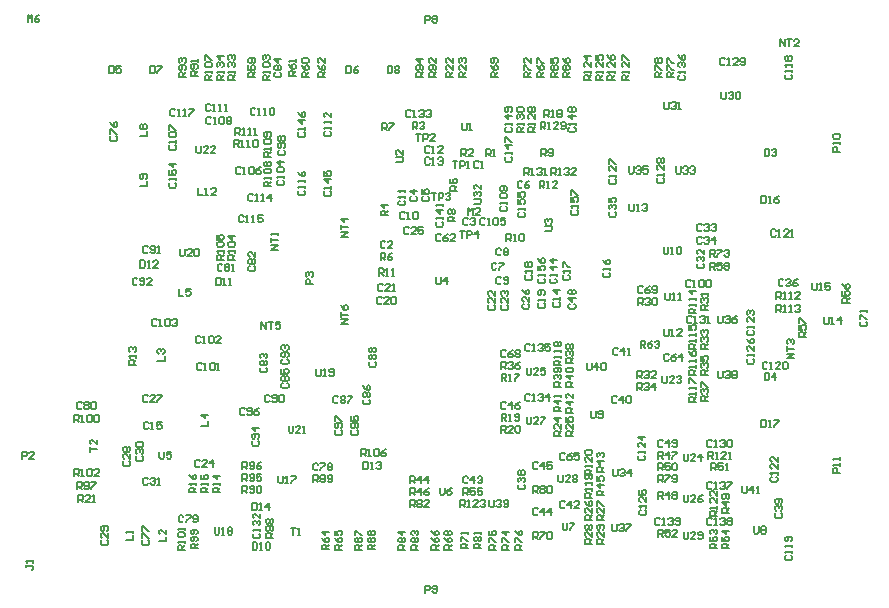
<source format=gbr>
%TF.GenerationSoftware,Altium Limited,Altium Designer,25.3.3 (18)*%
G04 Layer_Color=8388736*
%FSLAX45Y45*%
%MOMM*%
%TF.SameCoordinates,5572F933-5C96-4131-A983-9EF7CB378A5A*%
%TF.FilePolarity,Positive*%
%TF.FileFunction,Other,Top_Designator*%
%TF.Part,Single*%
G01*
G75*
%TA.AperFunction,NonConductor*%
%ADD98C,0.15000*%
D98*
X5230000Y3930035D02*
X5220004Y3940031D01*
X5200010D01*
X5190013Y3930035D01*
Y3890048D01*
X5200010Y3880051D01*
X5220004D01*
X5230000Y3890048D01*
X5249994Y3880051D02*
X5269987D01*
X5259990D01*
Y3940031D01*
X5249994Y3930035D01*
X4605012Y3499952D02*
X4595015Y3509949D01*
X4575022D01*
X4565025Y3499952D01*
Y3459965D01*
X4575022Y3449968D01*
X4595015D01*
X4605012Y3459965D01*
X4625005Y3449968D02*
X4644999D01*
X4635002D01*
Y3509949D01*
X4625005Y3499952D01*
X4674989D02*
X4684986Y3509949D01*
X4704979D01*
X4714976Y3499952D01*
Y3459965D01*
X4704979Y3449968D01*
X4684986D01*
X4674989Y3459965D01*
Y3499952D01*
X4559965Y3605008D02*
X4549969Y3595012D01*
Y3575018D01*
X4559965Y3565021D01*
X4599952D01*
X4609949Y3575018D01*
Y3595012D01*
X4599952Y3605008D01*
X4609949Y3625002D02*
Y3644996D01*
Y3634999D01*
X4549969D01*
X4559965Y3625002D01*
X4609949Y3674986D02*
Y3694979D01*
Y3684982D01*
X4549969D01*
X4559965Y3674986D01*
X4659965Y3640003D02*
X4649968Y3630006D01*
Y3610013D01*
X4659965Y3600016D01*
X4699952D01*
X4709949Y3610013D01*
Y3630006D01*
X4699952Y3640003D01*
X4709949Y3689987D02*
X4649968D01*
X4679959Y3659997D01*
Y3699984D01*
X4759965Y3640003D02*
X4749968Y3630006D01*
Y3610013D01*
X4759965Y3600016D01*
X4799952D01*
X4809949Y3610013D01*
Y3630006D01*
X4799952Y3640003D01*
X4749968Y3699984D02*
Y3659997D01*
X4779959D01*
X4769962Y3679990D01*
Y3689987D01*
X4779959Y3699984D01*
X4799952D01*
X4809949Y3689987D01*
Y3669993D01*
X4799952Y3659997D01*
X4815012Y4060035D02*
X4805015Y4070031D01*
X4785021D01*
X4775025Y4060035D01*
Y4020048D01*
X4785021Y4010051D01*
X4805015D01*
X4815012Y4020048D01*
X4835005Y4010051D02*
X4854999D01*
X4845002D01*
Y4070031D01*
X4835005Y4060035D01*
X4924976Y4010051D02*
X4884989D01*
X4924976Y4050038D01*
Y4060035D01*
X4914979Y4070031D01*
X4894986D01*
X4884989Y4060035D01*
X4815012Y3960034D02*
X4805015Y3970031D01*
X4785021D01*
X4775025Y3960034D01*
Y3920048D01*
X4785021Y3910051D01*
X4805015D01*
X4815012Y3920048D01*
X4835005Y3910051D02*
X4854999D01*
X4845002D01*
Y3970031D01*
X4835005Y3960034D01*
X4884989D02*
X4894986Y3970031D01*
X4914979D01*
X4924976Y3960034D01*
Y3950038D01*
X4914979Y3940041D01*
X4904983D01*
X4914979D01*
X4924976Y3930044D01*
Y3920048D01*
X4914979Y3910051D01*
X4894986D01*
X4884989Y3920048D01*
X5140003Y3449952D02*
X5130007Y3459949D01*
X5110013D01*
X5100016Y3449952D01*
Y3409965D01*
X5110013Y3399968D01*
X5130007D01*
X5140003Y3409965D01*
X5159997Y3449952D02*
X5169994Y3459949D01*
X5189987D01*
X5199984Y3449952D01*
Y3439955D01*
X5189987Y3429959D01*
X5179991D01*
X5189987D01*
X5199984Y3419962D01*
Y3409965D01*
X5189987Y3399968D01*
X5169994D01*
X5159997Y3409965D01*
X5380004Y3069952D02*
X5370007Y3079949D01*
X5350013D01*
X5340017Y3069952D01*
Y3029965D01*
X5350013Y3019968D01*
X5370007D01*
X5380004Y3029965D01*
X5399997Y3079949D02*
X5439984D01*
Y3069952D01*
X5399997Y3029965D01*
Y3019968D01*
X5420004Y3189993D02*
X5410007Y3199990D01*
X5390013D01*
X5380017Y3189993D01*
Y3150006D01*
X5390013Y3140010D01*
X5410007D01*
X5420004Y3150006D01*
X5439997Y3189993D02*
X5449994Y3199990D01*
X5469988D01*
X5479984Y3189993D01*
Y3179997D01*
X5469988Y3170000D01*
X5479984Y3160003D01*
Y3150006D01*
X5469988Y3140010D01*
X5449994D01*
X5439997Y3150006D01*
Y3160003D01*
X5449994Y3170000D01*
X5439997Y3179997D01*
Y3189993D01*
X5449994Y3170000D02*
X5469988D01*
X5420004Y2949993D02*
X5410007Y2959990D01*
X5390013D01*
X5380017Y2949993D01*
Y2910006D01*
X5390013Y2900010D01*
X5410007D01*
X5420004Y2910006D01*
X5439997D02*
X5449994Y2900010D01*
X5469988D01*
X5479984Y2910006D01*
Y2949993D01*
X5469988Y2959990D01*
X5449994D01*
X5439997Y2949993D01*
Y2939997D01*
X5449994Y2930000D01*
X5479984D01*
X4410013Y2780035D02*
X4400016Y2790032D01*
X4380023D01*
X4370026Y2780035D01*
Y2740048D01*
X4380023Y2730051D01*
X4400016D01*
X4410013Y2740048D01*
X4469994Y2730051D02*
X4430007D01*
X4469994Y2770038D01*
Y2780035D01*
X4459997Y2790032D01*
X4440003D01*
X4430007Y2780035D01*
X4489987D02*
X4499984Y2790032D01*
X4519977D01*
X4529974Y2780035D01*
Y2740048D01*
X4519977Y2730051D01*
X4499984D01*
X4489987Y2740048D01*
Y2780035D01*
X4420010Y2890035D02*
X4410013Y2900032D01*
X4390020D01*
X4380023Y2890035D01*
Y2850048D01*
X4390020Y2840051D01*
X4410013D01*
X4420010Y2850048D01*
X4479991Y2840051D02*
X4440004D01*
X4479991Y2880038D01*
Y2890035D01*
X4469994Y2900032D01*
X4450000D01*
X4440004Y2890035D01*
X4499984Y2840051D02*
X4519978D01*
X4509981D01*
Y2900032D01*
X4499984Y2890035D01*
X5319966Y2720013D02*
X5309969Y2710016D01*
Y2690023D01*
X5319966Y2680026D01*
X5359953D01*
X5369949Y2690023D01*
Y2710016D01*
X5359953Y2720013D01*
X5369949Y2779993D02*
Y2740006D01*
X5329962Y2779993D01*
X5319966D01*
X5309969Y2769997D01*
Y2750003D01*
X5319966Y2740006D01*
X5369949Y2839974D02*
Y2799987D01*
X5329962Y2839974D01*
X5319966D01*
X5309969Y2829977D01*
Y2809984D01*
X5319966Y2799987D01*
X5429965Y2720013D02*
X5419968Y2710016D01*
Y2690023D01*
X5429965Y2680026D01*
X5469952D01*
X5479949Y2690023D01*
Y2710016D01*
X5469952Y2720013D01*
X5479949Y2779993D02*
Y2740006D01*
X5439962Y2779993D01*
X5429965D01*
X5419968Y2769997D01*
Y2750003D01*
X5429965Y2740006D01*
Y2799987D02*
X5419968Y2809984D01*
Y2829977D01*
X5429965Y2839974D01*
X5439962D01*
X5449959Y2829977D01*
Y2819981D01*
Y2829977D01*
X5459955Y2839974D01*
X5469952D01*
X5479949Y2829977D01*
Y2809984D01*
X5469952Y2799987D01*
X4020006Y1660012D02*
X4010009Y1650016D01*
Y1630022D01*
X4020006Y1620025D01*
X4059993D01*
X4069990Y1630022D01*
Y1650016D01*
X4059993Y1660012D01*
Y1680006D02*
X4069990Y1690003D01*
Y1709996D01*
X4059993Y1719993D01*
X4020006D01*
X4010009Y1709996D01*
Y1690003D01*
X4020006Y1680006D01*
X4030003D01*
X4040000Y1690003D01*
Y1719993D01*
X4010009Y1739987D02*
Y1779974D01*
X4020006D01*
X4059993Y1739987D01*
X4069990D01*
X4160006Y1660012D02*
X4150009Y1650016D01*
Y1630022D01*
X4160006Y1620025D01*
X4199993D01*
X4209990Y1630022D01*
Y1650016D01*
X4199993Y1660012D01*
Y1680006D02*
X4209990Y1690003D01*
Y1709996D01*
X4199993Y1719993D01*
X4160006D01*
X4150009Y1709996D01*
Y1690003D01*
X4160006Y1680006D01*
X4170003D01*
X4180000Y1690003D01*
Y1719993D01*
X4150009Y1779974D02*
Y1739987D01*
X4180000D01*
X4170003Y1759980D01*
Y1769977D01*
X4180000Y1779974D01*
X4199993D01*
X4209990Y1769977D01*
Y1749983D01*
X4199993Y1739987D01*
X2120007Y4150013D02*
X2110010Y4140016D01*
Y4120023D01*
X2120007Y4110026D01*
X2159994D01*
X2169990Y4120023D01*
Y4140016D01*
X2159994Y4150013D01*
X2110010Y4170007D02*
Y4209994D01*
X2120007D01*
X2159994Y4170007D01*
X2169990D01*
X2110010Y4269974D02*
X2120007Y4249981D01*
X2140000Y4229987D01*
X2159994D01*
X2169990Y4239984D01*
Y4259978D01*
X2159994Y4269974D01*
X2149997D01*
X2140000Y4259978D01*
Y4229987D01*
X2505021Y2589993D02*
X2495024Y2599990D01*
X2475031D01*
X2465034Y2589993D01*
Y2550006D01*
X2475031Y2540010D01*
X2495024D01*
X2505021Y2550006D01*
X2525015Y2540010D02*
X2545008D01*
X2535011D01*
Y2599990D01*
X2525015Y2589993D01*
X2574998D02*
X2584995Y2599990D01*
X2604989D01*
X2614985Y2589993D01*
Y2550006D01*
X2604989Y2540010D01*
X2584995D01*
X2574998Y2550006D01*
Y2589993D01*
X2634979D02*
X2644976Y2599990D01*
X2664969D01*
X2674966Y2589993D01*
Y2579997D01*
X2664969Y2570000D01*
X2654973D01*
X2664969D01*
X2674966Y2560003D01*
Y2550006D01*
X2664969Y2540010D01*
X2644976D01*
X2634979Y2550006D01*
X2390006Y730013D02*
X2380009Y720016D01*
Y700022D01*
X2390006Y690026D01*
X2429993D01*
X2439990Y700022D01*
Y720016D01*
X2429993Y730013D01*
X2380009Y750006D02*
Y789993D01*
X2390006D01*
X2429993Y750006D01*
X2439990D01*
X2380009Y809987D02*
Y849974D01*
X2390006D01*
X2429993Y809987D01*
X2439990D01*
X3320006Y1570013D02*
X3310009Y1560016D01*
Y1540022D01*
X3320006Y1530026D01*
X3359993D01*
X3369990Y1540022D01*
Y1560016D01*
X3359993Y1570013D01*
Y1590006D02*
X3369990Y1600003D01*
Y1619997D01*
X3359993Y1629993D01*
X3320006D01*
X3310009Y1619997D01*
Y1600003D01*
X3320006Y1590006D01*
X3330003D01*
X3340000Y1600003D01*
Y1629993D01*
X3369990Y1679977D02*
X3310009D01*
X3340000Y1649987D01*
Y1689974D01*
X4910013Y3309993D02*
X4900016Y3319990D01*
X4880023D01*
X4870026Y3309993D01*
Y3270006D01*
X4880023Y3260010D01*
X4900016D01*
X4910013Y3270006D01*
X4969994Y3319990D02*
X4950000Y3309993D01*
X4930007Y3290000D01*
Y3270006D01*
X4940003Y3260010D01*
X4959997D01*
X4969994Y3270006D01*
Y3280003D01*
X4959997Y3290000D01*
X4930007D01*
X5029974Y3260010D02*
X4989987D01*
X5029974Y3299997D01*
Y3309993D01*
X5019978Y3319990D01*
X4999984D01*
X4989987Y3309993D01*
X5960013Y1460035D02*
X5950016Y1470032D01*
X5930022D01*
X5920026Y1460035D01*
Y1420048D01*
X5930022Y1410051D01*
X5950016D01*
X5960013Y1420048D01*
X6019993Y1470032D02*
X6000000Y1460035D01*
X5980006Y1440041D01*
Y1420048D01*
X5990003Y1410051D01*
X6009997D01*
X6019993Y1420048D01*
Y1430045D01*
X6009997Y1440041D01*
X5980006D01*
X6079974Y1470032D02*
X6039987D01*
Y1440041D01*
X6059981Y1450038D01*
X6069977D01*
X6079974Y1440041D01*
Y1420048D01*
X6069977Y1410051D01*
X6049984D01*
X6039987Y1420048D01*
X5460013Y2330035D02*
X5450017Y2340032D01*
X5430023D01*
X5420026Y2330035D01*
Y2290048D01*
X5430023Y2280051D01*
X5450017D01*
X5460013Y2290048D01*
X5519994Y2340032D02*
X5500000Y2330035D01*
X5480007Y2310042D01*
Y2290048D01*
X5490003Y2280051D01*
X5509997D01*
X5519994Y2290048D01*
Y2300045D01*
X5509997Y2310042D01*
X5480007D01*
X5539987Y2330035D02*
X5549984Y2340032D01*
X5569978D01*
X5579974Y2330035D01*
Y2320038D01*
X5569978Y2310042D01*
X5579974Y2300045D01*
Y2290048D01*
X5569978Y2280051D01*
X5549984D01*
X5539987Y2290048D01*
Y2300045D01*
X5549984Y2310042D01*
X5539987Y2320038D01*
Y2330035D01*
X5549984Y2310042D02*
X5569978D01*
X6620014Y2870035D02*
X6610017Y2880032D01*
X6590023D01*
X6580027Y2870035D01*
Y2830048D01*
X6590023Y2820051D01*
X6610017D01*
X6620014Y2830048D01*
X6679994Y2880032D02*
X6660001Y2870035D01*
X6640007Y2850041D01*
Y2830048D01*
X6650004Y2820051D01*
X6669998D01*
X6679994Y2830048D01*
Y2840045D01*
X6669998Y2850041D01*
X6640007D01*
X6699988Y2830048D02*
X6709985Y2820051D01*
X6729978D01*
X6739975Y2830048D01*
Y2870035D01*
X6729978Y2880032D01*
X6709985D01*
X6699988Y2870035D01*
Y2860038D01*
X6709985Y2850041D01*
X6739975D01*
X6840013Y2300035D02*
X6830017Y2310032D01*
X6810023D01*
X6800027Y2300035D01*
Y2260048D01*
X6810023Y2250051D01*
X6830017D01*
X6840013Y2260048D01*
X6899994Y2310032D02*
X6880001Y2300035D01*
X6860007Y2280042D01*
Y2260048D01*
X6870004Y2250051D01*
X6889997D01*
X6899994Y2260048D01*
Y2270045D01*
X6889997Y2280042D01*
X6860007D01*
X6949978Y2250051D02*
Y2310032D01*
X6919988Y2280042D01*
X6959975D01*
X7510006Y2505021D02*
X7500009Y2495024D01*
Y2475031D01*
X7510006Y2465034D01*
X7549993D01*
X7559990Y2475031D01*
Y2495024D01*
X7549993Y2505021D01*
X7559990Y2525015D02*
Y2545008D01*
Y2535011D01*
X7500009D01*
X7510006Y2525015D01*
X7559990Y2614985D02*
Y2574998D01*
X7520003Y2614985D01*
X7510006D01*
X7500009Y2604988D01*
Y2584995D01*
X7510006Y2574998D01*
Y2634979D02*
X7500009Y2644975D01*
Y2664969D01*
X7510006Y2674966D01*
X7520003D01*
X7530000Y2664969D01*
Y2654972D01*
Y2664969D01*
X7539996Y2674966D01*
X7549993D01*
X7559990Y2664969D01*
Y2644975D01*
X7549993Y2634979D01*
X6590048Y1445021D02*
X6580051Y1435025D01*
Y1415031D01*
X6590048Y1405034D01*
X6630035D01*
X6640031Y1415031D01*
Y1435025D01*
X6630035Y1445021D01*
X6640031Y1465015D02*
Y1485008D01*
Y1475012D01*
X6580051D01*
X6590048Y1465015D01*
X6640031Y1554985D02*
Y1514998D01*
X6600044Y1554985D01*
X6590048D01*
X6580051Y1544989D01*
Y1524995D01*
X6590048Y1514998D01*
X6640031Y1604969D02*
X6580051D01*
X6610041Y1574979D01*
Y1614966D01*
X6600048Y985021D02*
X6590051Y975024D01*
Y955031D01*
X6600048Y945034D01*
X6640035D01*
X6650031Y955031D01*
Y975024D01*
X6640035Y985021D01*
X6650031Y1005015D02*
Y1025008D01*
Y1015011D01*
X6590051D01*
X6600048Y1005015D01*
X6650031Y1094985D02*
Y1054998D01*
X6610044Y1094985D01*
X6600048D01*
X6590051Y1084989D01*
Y1064995D01*
X6600048Y1054998D01*
X6590051Y1154966D02*
Y1114979D01*
X6620041D01*
X6610044Y1134973D01*
Y1144969D01*
X6620041Y1154966D01*
X6640035D01*
X6650031Y1144969D01*
Y1124976D01*
X6640035Y1114979D01*
X7510006Y2265021D02*
X7500009Y2255024D01*
Y2235031D01*
X7510006Y2225034D01*
X7549993D01*
X7559990Y2235031D01*
Y2255024D01*
X7549993Y2265021D01*
X7559990Y2285014D02*
Y2305008D01*
Y2295011D01*
X7500009D01*
X7510006Y2285014D01*
X7559990Y2374985D02*
Y2334998D01*
X7520003Y2374985D01*
X7510006D01*
X7500009Y2364988D01*
Y2344995D01*
X7510006Y2334998D01*
X7500009Y2434966D02*
X7510006Y2414972D01*
X7530000Y2394979D01*
X7549993D01*
X7559990Y2404975D01*
Y2424969D01*
X7549993Y2434966D01*
X7539996D01*
X7530000Y2424969D01*
Y2394979D01*
X6339965Y3785021D02*
X6329968Y3775024D01*
Y3755031D01*
X6339965Y3745034D01*
X6379952D01*
X6389949Y3755031D01*
Y3775024D01*
X6379952Y3785021D01*
X6389949Y3805015D02*
Y3825008D01*
Y3815011D01*
X6329968D01*
X6339965Y3805015D01*
X6389949Y3894985D02*
Y3854998D01*
X6349962Y3894985D01*
X6339965D01*
X6329968Y3884989D01*
Y3864995D01*
X6339965Y3854998D01*
X6329968Y3914979D02*
Y3954966D01*
X6339965D01*
X6379952Y3914979D01*
X6389949D01*
X6749965Y3795021D02*
X6739968Y3785024D01*
Y3765031D01*
X6749965Y3755034D01*
X6789952D01*
X6799949Y3765031D01*
Y3785024D01*
X6789952Y3795021D01*
X6799949Y3815015D02*
Y3835008D01*
Y3825011D01*
X6739968D01*
X6749965Y3815015D01*
X6799949Y3904985D02*
Y3864998D01*
X6759962Y3904985D01*
X6749965D01*
X6739968Y3894989D01*
Y3874995D01*
X6749965Y3864998D01*
Y3924979D02*
X6739968Y3934976D01*
Y3954969D01*
X6749965Y3964966D01*
X6759962D01*
X6769959Y3954969D01*
X6779955Y3964966D01*
X6789952D01*
X6799949Y3954969D01*
Y3934976D01*
X6789952Y3924979D01*
X6779955D01*
X6769959Y3934976D01*
X6759962Y3924979D01*
X6749965D01*
X6769959Y3934976D02*
Y3954969D01*
X4440004Y3250035D02*
X4430007Y3260032D01*
X4410013D01*
X4400017Y3250035D01*
Y3210048D01*
X4410013Y3200051D01*
X4430007D01*
X4440004Y3210048D01*
X4499984Y3200051D02*
X4459997D01*
X4499984Y3240038D01*
Y3250035D01*
X4489987Y3260032D01*
X4469994D01*
X4459997Y3250035D01*
X3509965Y4690013D02*
X3499968Y4680016D01*
Y4660023D01*
X3509965Y4650026D01*
X3549952D01*
X3559949Y4660023D01*
Y4680016D01*
X3549952Y4690013D01*
X3509965Y4710007D02*
X3499968Y4720003D01*
Y4739997D01*
X3509965Y4749994D01*
X3519962D01*
X3529959Y4739997D01*
X3539955Y4749994D01*
X3549952D01*
X3559949Y4739997D01*
Y4720003D01*
X3549952Y4710007D01*
X3539955D01*
X3529959Y4720003D01*
X3519962Y4710007D01*
X3509965D01*
X3529959Y4720003D02*
Y4739997D01*
X3559949Y4799977D02*
X3499968D01*
X3529959Y4769987D01*
Y4809974D01*
X3530006Y3775021D02*
X3520009Y3765024D01*
Y3745031D01*
X3530006Y3735034D01*
X3569993D01*
X3579990Y3745031D01*
Y3765024D01*
X3569993Y3775021D01*
X3579990Y3795015D02*
Y3815008D01*
Y3805011D01*
X3520009D01*
X3530006Y3795015D01*
Y3844998D02*
X3520009Y3854995D01*
Y3874988D01*
X3530006Y3884985D01*
X3569993D01*
X3579990Y3874988D01*
Y3854995D01*
X3569993Y3844998D01*
X3530006D01*
X3579990Y3934969D02*
X3520009D01*
X3550000Y3904979D01*
Y3944966D01*
X5285021Y3449952D02*
X5275025Y3459949D01*
X5255031D01*
X5245034Y3449952D01*
Y3409965D01*
X5255031Y3399968D01*
X5275025D01*
X5285021Y3409965D01*
X5305015Y3399968D02*
X5325009D01*
X5315012D01*
Y3459949D01*
X5305015Y3449952D01*
X5354999D02*
X5364995Y3459949D01*
X5384989D01*
X5394986Y3449952D01*
Y3409965D01*
X5384989Y3399968D01*
X5364995D01*
X5354999Y3409965D01*
Y3449952D01*
X5454966Y3459949D02*
X5414979D01*
Y3429959D01*
X5434973Y3439955D01*
X5444970D01*
X5454966Y3429959D01*
Y3409965D01*
X5444970Y3399968D01*
X5424976D01*
X5414979Y3409965D01*
X3215021Y3879952D02*
X3205025Y3889949D01*
X3185031D01*
X3175034Y3879952D01*
Y3839965D01*
X3185031Y3829968D01*
X3205025D01*
X3215021Y3839965D01*
X3235015Y3829968D02*
X3255008D01*
X3245012D01*
Y3889949D01*
X3235015Y3879952D01*
X3284999D02*
X3294995Y3889949D01*
X3314989D01*
X3324985Y3879952D01*
Y3839965D01*
X3314989Y3829968D01*
X3294995D01*
X3284999Y3839965D01*
Y3879952D01*
X3384966Y3889949D02*
X3364973Y3879952D01*
X3344979Y3859958D01*
Y3839965D01*
X3354976Y3829968D01*
X3374969D01*
X3384966Y3839965D01*
Y3849962D01*
X3374969Y3859958D01*
X3344979D01*
X2620006Y4075021D02*
X2610009Y4065024D01*
Y4045031D01*
X2620006Y4035034D01*
X2659993D01*
X2669990Y4045031D01*
Y4065024D01*
X2659993Y4075021D01*
X2669990Y4095015D02*
Y4115008D01*
Y4105011D01*
X2610009D01*
X2620006Y4095015D01*
Y4144998D02*
X2610009Y4154995D01*
Y4174989D01*
X2620006Y4184985D01*
X2659993D01*
X2669990Y4174989D01*
Y4154995D01*
X2659993Y4144998D01*
X2620006D01*
X2610009Y4204979D02*
Y4244966D01*
X2620006D01*
X2659993Y4204979D01*
X2669990D01*
X2965021Y4300035D02*
X2955024Y4310032D01*
X2935031D01*
X2925034Y4300035D01*
Y4260048D01*
X2935031Y4250051D01*
X2955024D01*
X2965021Y4260048D01*
X2985015Y4250051D02*
X3005008D01*
X2995011D01*
Y4310032D01*
X2985015Y4300035D01*
X3034998D02*
X3044995Y4310032D01*
X3064989D01*
X3074985Y4300035D01*
Y4260048D01*
X3064989Y4250051D01*
X3044995D01*
X3034998Y4260048D01*
Y4300035D01*
X3094979D02*
X3104976Y4310032D01*
X3124969D01*
X3134966Y4300035D01*
Y4290038D01*
X3124969Y4280041D01*
X3134966Y4270045D01*
Y4260048D01*
X3124969Y4250051D01*
X3104976D01*
X3094979Y4260048D01*
Y4270045D01*
X3104976Y4280041D01*
X3094979Y4290038D01*
Y4300035D01*
X3104976Y4280041D02*
X3124969D01*
X2660020Y4369993D02*
X2650023Y4379990D01*
X2630029D01*
X2620033Y4369993D01*
Y4330006D01*
X2630029Y4320010D01*
X2650023D01*
X2660020Y4330006D01*
X2680013Y4320010D02*
X2700007D01*
X2690010D01*
Y4379990D01*
X2680013Y4369993D01*
X2729997Y4320010D02*
X2749990D01*
X2739994D01*
Y4379990D01*
X2729997Y4369993D01*
X2779980Y4379990D02*
X2819967D01*
Y4369993D01*
X2779980Y4330006D01*
Y4320010D01*
X5420007Y3555022D02*
X5410010Y3545025D01*
Y3525031D01*
X5420007Y3515035D01*
X5459994D01*
X5469991Y3525031D01*
Y3545025D01*
X5459994Y3555022D01*
X5469991Y3575015D02*
Y3595009D01*
Y3585012D01*
X5410010D01*
X5420007Y3575015D01*
Y3624999D02*
X5410010Y3634996D01*
Y3654989D01*
X5420007Y3664986D01*
X5459994D01*
X5469991Y3654989D01*
Y3634996D01*
X5459994Y3624999D01*
X5420007D01*
X5459994Y3684979D02*
X5469991Y3694976D01*
Y3714970D01*
X5459994Y3724966D01*
X5420007D01*
X5410010Y3714970D01*
Y3694976D01*
X5420007Y3684979D01*
X5430004D01*
X5440000Y3694976D01*
Y3724966D01*
X3340019Y4379994D02*
X3330023Y4389990D01*
X3310029D01*
X3300033Y4379994D01*
Y4340007D01*
X3310029Y4330010D01*
X3330023D01*
X3340019Y4340007D01*
X3360013Y4330010D02*
X3380007D01*
X3370010D01*
Y4389990D01*
X3360013Y4379994D01*
X3409997Y4330010D02*
X3429990D01*
X3419993D01*
Y4389990D01*
X3409997Y4379994D01*
X3459980D02*
X3469977Y4389990D01*
X3489971D01*
X3499967Y4379994D01*
Y4340007D01*
X3489971Y4330010D01*
X3469977D01*
X3459980Y4340007D01*
Y4379994D01*
X3320020Y3649993D02*
X3310023Y3659990D01*
X3290029D01*
X3280033Y3649993D01*
Y3610006D01*
X3290029Y3600010D01*
X3310023D01*
X3320020Y3610006D01*
X3340013Y3600010D02*
X3360007D01*
X3350010D01*
Y3659990D01*
X3340013Y3649993D01*
X3389997Y3600010D02*
X3409991D01*
X3399994D01*
Y3659990D01*
X3389997Y3649993D01*
X3469971Y3600010D02*
Y3659990D01*
X3439981Y3630000D01*
X3479968D01*
X3710007Y3690020D02*
X3700010Y3680023D01*
Y3660030D01*
X3710007Y3650033D01*
X3749994D01*
X3759990Y3660030D01*
Y3680023D01*
X3749994Y3690020D01*
X3759990Y3710013D02*
Y3730007D01*
Y3720010D01*
X3700010D01*
X3710007Y3710013D01*
X3759990Y3759997D02*
Y3779991D01*
Y3769994D01*
X3700010D01*
X3710007Y3759997D01*
X3700010Y3849968D02*
X3710007Y3829974D01*
X3730000Y3809981D01*
X3749994D01*
X3759990Y3819977D01*
Y3839971D01*
X3749994Y3849968D01*
X3739997D01*
X3730000Y3839971D01*
Y3809981D01*
X3240020Y3469993D02*
X3230023Y3479990D01*
X3210029D01*
X3200033Y3469993D01*
Y3430006D01*
X3210029Y3420010D01*
X3230023D01*
X3240020Y3430006D01*
X3260013Y3420010D02*
X3280007D01*
X3270010D01*
Y3479990D01*
X3260013Y3469993D01*
X3309997Y3420010D02*
X3329991D01*
X3319994D01*
Y3479990D01*
X3309997Y3469993D01*
X3399968Y3479990D02*
X3359981D01*
Y3450000D01*
X3379974Y3459997D01*
X3389971D01*
X3399968Y3450000D01*
Y3430006D01*
X3389971Y3420010D01*
X3369977D01*
X3359981Y3430006D01*
X1870013Y1890035D02*
X1860016Y1900032D01*
X1840022D01*
X1830026Y1890035D01*
Y1850048D01*
X1840022Y1840051D01*
X1860016D01*
X1870013Y1850048D01*
X1890006Y1890035D02*
X1900003Y1900032D01*
X1919997D01*
X1929993Y1890035D01*
Y1880038D01*
X1919997Y1870041D01*
X1929993Y1860045D01*
Y1850048D01*
X1919997Y1840051D01*
X1900003D01*
X1890006Y1850048D01*
Y1860045D01*
X1900003Y1870041D01*
X1890006Y1880038D01*
Y1890035D01*
X1900003Y1870041D02*
X1919997D01*
X1949987Y1890035D02*
X1959984Y1900032D01*
X1979977D01*
X1989974Y1890035D01*
Y1850048D01*
X1979977Y1840051D01*
X1959984D01*
X1949987Y1850048D01*
Y1890035D01*
X6290006Y2995011D02*
X6280010Y2985015D01*
Y2965021D01*
X6290006Y2955024D01*
X6329993D01*
X6339990Y2965021D01*
Y2985015D01*
X6329993Y2995011D01*
X6339990Y3015005D02*
Y3034999D01*
Y3025002D01*
X6280010D01*
X6290006Y3015005D01*
X6280010Y3104976D02*
X6290006Y3084982D01*
X6310000Y3064989D01*
X6329993D01*
X6339990Y3074985D01*
Y3094979D01*
X6329993Y3104976D01*
X6319997D01*
X6310000Y3094979D01*
Y3064989D01*
X5949965Y2975011D02*
X5939968Y2965015D01*
Y2945021D01*
X5949965Y2935024D01*
X5989952D01*
X5999949Y2945021D01*
Y2965015D01*
X5989952Y2975011D01*
X5999949Y2995005D02*
Y3014999D01*
Y3005002D01*
X5939968D01*
X5949965Y2995005D01*
X5939968Y3044989D02*
Y3084976D01*
X5949965D01*
X5989952Y3044989D01*
X5999949D01*
X5629965Y2975011D02*
X5619968Y2965015D01*
Y2945021D01*
X5629965Y2935024D01*
X5669952D01*
X5679949Y2945021D01*
Y2965015D01*
X5669952Y2975011D01*
X5679949Y2995005D02*
Y3014999D01*
Y3005002D01*
X5619968D01*
X5629965Y2995005D01*
Y3044989D02*
X5619968Y3054985D01*
Y3074979D01*
X5629965Y3084976D01*
X5639962D01*
X5649959Y3074979D01*
X5659955Y3084976D01*
X5669952D01*
X5679949Y3074979D01*
Y3054985D01*
X5669952Y3044989D01*
X5659955D01*
X5649959Y3054985D01*
X5639962Y3044989D01*
X5629965D01*
X5649959Y3054985D02*
Y3074979D01*
X7829965Y4670019D02*
X7819968Y4660023D01*
Y4640029D01*
X7829965Y4630032D01*
X7869952D01*
X7879949Y4640029D01*
Y4660023D01*
X7869952Y4670019D01*
X7879949Y4690013D02*
Y4710007D01*
Y4700010D01*
X7819968D01*
X7829965Y4690013D01*
X7879949Y4739997D02*
Y4759990D01*
Y4749993D01*
X7819968D01*
X7829965Y4739997D01*
Y4789980D02*
X7819968Y4799977D01*
Y4819971D01*
X7829965Y4829967D01*
X7839962D01*
X7849958Y4819971D01*
X7859955Y4829967D01*
X7869952D01*
X7879949Y4819971D01*
Y4799977D01*
X7869952Y4789980D01*
X7859955D01*
X7849958Y4799977D01*
X7839962Y4789980D01*
X7829965D01*
X7849958Y4799977D02*
Y4819971D01*
X7830048Y600020D02*
X7820051Y590023D01*
Y570030D01*
X7830048Y560033D01*
X7870035D01*
X7880031Y570030D01*
Y590023D01*
X7870035Y600020D01*
X7880031Y620013D02*
Y640007D01*
Y630010D01*
X7820051D01*
X7830048Y620013D01*
X7880031Y669997D02*
Y689991D01*
Y679994D01*
X7820051D01*
X7830048Y669997D01*
X7870035Y719981D02*
X7880031Y729977D01*
Y749971D01*
X7870035Y759968D01*
X7830048D01*
X7820051Y749971D01*
Y729977D01*
X7830048Y719981D01*
X7840045D01*
X7850041Y729977D01*
Y759968D01*
X7025022Y2919952D02*
X7015025Y2929949D01*
X6995031D01*
X6985035Y2919952D01*
Y2879965D01*
X6995031Y2869968D01*
X7015025D01*
X7025022Y2879965D01*
X7045015Y2869968D02*
X7065009D01*
X7055012D01*
Y2929949D01*
X7045015Y2919952D01*
X7094999D02*
X7104996Y2929949D01*
X7124989D01*
X7134986Y2919952D01*
Y2879965D01*
X7124989Y2869968D01*
X7104996D01*
X7094999Y2879965D01*
Y2919952D01*
X7154980D02*
X7164976Y2929949D01*
X7184970D01*
X7194967Y2919952D01*
Y2879965D01*
X7184970Y2869968D01*
X7164976D01*
X7154980Y2879965D01*
Y2919952D01*
X7624240Y3644637D02*
Y3584657D01*
X7654231D01*
X7664227Y3594653D01*
Y3634640D01*
X7654231Y3644637D01*
X7624240D01*
X7684221Y3584657D02*
X7704214D01*
X7694218D01*
Y3644637D01*
X7684221Y3634640D01*
X7774191Y3644637D02*
X7754198Y3634640D01*
X7734204Y3614647D01*
Y3594653D01*
X7744201Y3584657D01*
X7764195D01*
X7774191Y3594653D01*
Y3604650D01*
X7764195Y3614647D01*
X7734204D01*
X7624240Y1744637D02*
Y1684657D01*
X7654231D01*
X7664227Y1694653D01*
Y1734640D01*
X7654231Y1744637D01*
X7624240D01*
X7684221Y1684657D02*
X7704214D01*
X7694218D01*
Y1744637D01*
X7684221Y1734640D01*
X7734204Y1744637D02*
X7774191D01*
Y1734640D01*
X7734204Y1694653D01*
Y1684657D01*
X7650016Y4044637D02*
Y3984657D01*
X7680007D01*
X7690003Y3994653D01*
Y4034640D01*
X7680007Y4044637D01*
X7650016D01*
X7709997Y4034640D02*
X7719994Y4044637D01*
X7739987D01*
X7749984Y4034640D01*
Y4024644D01*
X7739987Y4014647D01*
X7729991D01*
X7739987D01*
X7749984Y4004650D01*
Y3994653D01*
X7739987Y3984657D01*
X7719994D01*
X7709997Y3994653D01*
X7650016Y2144638D02*
Y2084657D01*
X7680007D01*
X7690003Y2094654D01*
Y2134641D01*
X7680007Y2144638D01*
X7650016D01*
X7739987Y2084657D02*
Y2144638D01*
X7709997Y2114647D01*
X7749984D01*
X2240010Y730013D02*
X2299990D01*
Y770000D01*
Y789994D02*
Y809987D01*
Y799990D01*
X2240010D01*
X2250007Y789994D01*
X2520010Y720016D02*
X2579990D01*
Y760003D01*
Y819984D02*
Y779997D01*
X2540003Y819984D01*
X2530007D01*
X2520010Y809987D01*
Y789994D01*
X2530007Y779997D01*
X1410516Y5113510D02*
Y5173490D01*
X1430510Y5153497D01*
X1450503Y5173490D01*
Y5113510D01*
X1510484Y5173490D02*
X1490491Y5163493D01*
X1470497Y5143500D01*
Y5123506D01*
X1480494Y5113510D01*
X1500487D01*
X1510484Y5123506D01*
Y5133503D01*
X1500487Y5143500D01*
X1470497D01*
X5290013Y3980010D02*
Y4039990D01*
X5320004D01*
X5330000Y4029993D01*
Y4010000D01*
X5320004Y4000003D01*
X5290013D01*
X5310007D02*
X5330000Y3980010D01*
X5349994D02*
X5369987D01*
X5359991D01*
Y4039990D01*
X5349994Y4029993D01*
X5080017Y3980010D02*
Y4039990D01*
X5110007D01*
X5120004Y4029993D01*
Y4010000D01*
X5110007Y4000003D01*
X5080017D01*
X5100010D02*
X5120004Y3980010D01*
X5179984D02*
X5139997D01*
X5179984Y4019997D01*
Y4029993D01*
X5169988Y4039990D01*
X5149994D01*
X5139997Y4029993D01*
X4410017Y4200010D02*
Y4259990D01*
X4440007D01*
X4450004Y4249993D01*
Y4230000D01*
X4440007Y4220003D01*
X4410017D01*
X4430010D02*
X4450004Y4200010D01*
X4469997Y4259990D02*
X4509984D01*
Y4249993D01*
X4469997Y4210006D01*
Y4200010D01*
X5029990Y3430017D02*
X4970010D01*
Y3460007D01*
X4980007Y3470003D01*
X5000000D01*
X5009997Y3460007D01*
Y3430017D01*
Y3450010D02*
X5029990Y3470003D01*
X4980007Y3489997D02*
X4970010Y3499994D01*
Y3519987D01*
X4980007Y3529984D01*
X4990003D01*
X5000000Y3519987D01*
X5009997Y3529984D01*
X5019994D01*
X5029990Y3519987D01*
Y3499994D01*
X5019994Y3489997D01*
X5009997D01*
X5000000Y3499994D01*
X4990003Y3489997D01*
X4980007D01*
X5000000Y3499994D02*
Y3519987D01*
X5760370Y3980010D02*
Y4039990D01*
X5790361D01*
X5800357Y4029993D01*
Y4010000D01*
X5790361Y4000003D01*
X5760370D01*
X5780364D02*
X5800357Y3980010D01*
X5820351Y3990006D02*
X5830347Y3980010D01*
X5850341D01*
X5860338Y3990006D01*
Y4029993D01*
X5850341Y4039990D01*
X5830347D01*
X5820351Y4029993D01*
Y4019997D01*
X5830347Y4010000D01*
X5860338D01*
X4400017Y3100010D02*
Y3159990D01*
X4430007D01*
X4440004Y3149993D01*
Y3130000D01*
X4430007Y3120003D01*
X4400017D01*
X4420010D02*
X4440004Y3100010D01*
X4499984Y3159990D02*
X4479991Y3149993D01*
X4459997Y3130000D01*
Y3110006D01*
X4469994Y3100010D01*
X4489987D01*
X4499984Y3110006D01*
Y3120003D01*
X4489987Y3130000D01*
X4459997D01*
X7169990Y2130026D02*
X7110009D01*
Y2160016D01*
X7120006Y2170013D01*
X7140000D01*
X7149996Y2160016D01*
Y2130026D01*
Y2150019D02*
X7169990Y2170013D01*
X7120006Y2190006D02*
X7110009Y2200003D01*
Y2219997D01*
X7120006Y2229993D01*
X7130003D01*
X7140000Y2219997D01*
Y2210000D01*
Y2219997D01*
X7149996Y2229993D01*
X7159993D01*
X7169990Y2219997D01*
Y2200003D01*
X7159993Y2190006D01*
X7110009Y2289974D02*
Y2249987D01*
X7140000D01*
X7130003Y2269980D01*
Y2279977D01*
X7140000Y2289974D01*
X7159993D01*
X7169990Y2279977D01*
Y2259984D01*
X7159993Y2249987D01*
X7750033Y2770010D02*
Y2829990D01*
X7780023D01*
X7790020Y2819993D01*
Y2800000D01*
X7780023Y2790003D01*
X7750033D01*
X7770026D02*
X7790020Y2770010D01*
X7810013D02*
X7830007D01*
X7820010D01*
Y2829990D01*
X7810013Y2819993D01*
X7859997Y2770010D02*
X7879991D01*
X7869994D01*
Y2829990D01*
X7859997Y2819993D01*
X7949968Y2770010D02*
X7909981D01*
X7949968Y2809997D01*
Y2819993D01*
X7939971Y2829990D01*
X7919977D01*
X7909981Y2819993D01*
X5100026Y1110010D02*
Y1169991D01*
X5130017D01*
X5140013Y1159994D01*
Y1140000D01*
X5130017Y1130004D01*
X5100026D01*
X5120020D02*
X5140013Y1110010D01*
X5199994Y1169991D02*
X5160007D01*
Y1140000D01*
X5180001Y1149997D01*
X5189997D01*
X5199994Y1140000D01*
Y1120007D01*
X5189997Y1110010D01*
X5170004D01*
X5160007Y1120007D01*
X5259974Y1169991D02*
X5219988D01*
Y1140000D01*
X5239981Y1149997D01*
X5249978D01*
X5259974Y1140000D01*
Y1120007D01*
X5249978Y1110010D01*
X5229984D01*
X5219988Y1120007D01*
X7750033Y2660010D02*
Y2719990D01*
X7780023D01*
X7790020Y2709993D01*
Y2690000D01*
X7780023Y2680003D01*
X7750033D01*
X7770026D02*
X7790020Y2660010D01*
X7810013D02*
X7830007D01*
X7820010D01*
Y2719990D01*
X7810013Y2709993D01*
X7859997Y2660010D02*
X7879991D01*
X7869994D01*
Y2719990D01*
X7859997Y2709993D01*
X7909981D02*
X7919977Y2719990D01*
X7939971D01*
X7949968Y2709993D01*
Y2699997D01*
X7939971Y2690000D01*
X7929974D01*
X7939971D01*
X7949968Y2680003D01*
Y2670006D01*
X7939971Y2660010D01*
X7919977D01*
X7909981Y2670006D01*
X4459991Y3480016D02*
X4400010D01*
Y3510007D01*
X4410007Y3520003D01*
X4430000D01*
X4439997Y3510007D01*
Y3480016D01*
Y3500010D02*
X4459991Y3520003D01*
Y3569987D02*
X4400010D01*
X4430000Y3539997D01*
Y3579984D01*
X4385021Y2970010D02*
Y3029990D01*
X4415012D01*
X4425008Y3019993D01*
Y3000000D01*
X4415012Y2990003D01*
X4385021D01*
X4405015D02*
X4425008Y2970010D01*
X4445002D02*
X4464996D01*
X4454999D01*
Y3029990D01*
X4445002Y3019993D01*
X4494986Y2970010D02*
X4514979D01*
X4504982D01*
Y3029990D01*
X4494986Y3019993D01*
X3230026Y1130010D02*
Y1189991D01*
X3260017D01*
X3270013Y1179994D01*
Y1160000D01*
X3260017Y1150004D01*
X3230026D01*
X3250020D02*
X3270013Y1130010D01*
X3290007Y1140007D02*
X3300004Y1130010D01*
X3319997D01*
X3329994Y1140007D01*
Y1179994D01*
X3319997Y1189991D01*
X3300004D01*
X3290007Y1179994D01*
Y1169997D01*
X3300004Y1160000D01*
X3329994D01*
X3349987Y1179994D02*
X3359984Y1189991D01*
X3379978D01*
X3389974Y1179994D01*
Y1140007D01*
X3379978Y1130010D01*
X3359984D01*
X3349987Y1140007D01*
Y1179994D01*
X3230026Y1230010D02*
Y1289991D01*
X3260017D01*
X3270013Y1279994D01*
Y1260000D01*
X3260017Y1250004D01*
X3230026D01*
X3250020D02*
X3270013Y1230010D01*
X3290007Y1240007D02*
X3300004Y1230010D01*
X3319997D01*
X3329994Y1240007D01*
Y1279994D01*
X3319997Y1289991D01*
X3300004D01*
X3290007Y1279994D01*
Y1269997D01*
X3300004Y1260000D01*
X3329994D01*
X3389974Y1289991D02*
X3349987D01*
Y1260000D01*
X3369981Y1269997D01*
X3379978D01*
X3389974Y1260000D01*
Y1240007D01*
X3379978Y1230010D01*
X3359984D01*
X3349987Y1240007D01*
X6570026Y2100010D02*
Y2159991D01*
X6600017D01*
X6610013Y2149994D01*
Y2130001D01*
X6600017Y2120004D01*
X6570026D01*
X6590020D02*
X6610013Y2100010D01*
X6630007Y2149994D02*
X6640004Y2159991D01*
X6659997D01*
X6669994Y2149994D01*
Y2139997D01*
X6659997Y2130001D01*
X6650001D01*
X6659997D01*
X6669994Y2120004D01*
Y2110007D01*
X6659997Y2100010D01*
X6640004D01*
X6630007Y2110007D01*
X6729975Y2100010D02*
X6689988D01*
X6729975Y2139997D01*
Y2149994D01*
X6719978Y2159991D01*
X6699984D01*
X6689988Y2149994D01*
X4700026Y4169990D02*
X4740013D01*
X4720020D01*
Y4110010D01*
X4760007D02*
Y4169990D01*
X4789997D01*
X4799994Y4159993D01*
Y4140000D01*
X4789997Y4130003D01*
X4760007D01*
X4859975Y4110010D02*
X4819988D01*
X4859975Y4149997D01*
Y4159993D01*
X4849978Y4169990D01*
X4829984D01*
X4819988Y4159993D01*
X5010023Y3939990D02*
X5050010D01*
X5030017D01*
Y3880010D01*
X5070004D02*
Y3939990D01*
X5099994D01*
X5109991Y3929993D01*
Y3910000D01*
X5099994Y3900003D01*
X5070004D01*
X5129984Y3880010D02*
X5149978D01*
X5139981D01*
Y3939990D01*
X5129984Y3929993D01*
X4830026Y3669990D02*
X4870013D01*
X4850020D01*
Y3610010D01*
X4890007D02*
Y3669990D01*
X4919997D01*
X4929994Y3659993D01*
Y3640000D01*
X4919997Y3630003D01*
X4890007D01*
X4949987Y3659993D02*
X4959984Y3669990D01*
X4979978D01*
X4989974Y3659993D01*
Y3649997D01*
X4979978Y3640000D01*
X4969981D01*
X4979978D01*
X4989974Y3630003D01*
Y3620006D01*
X4979978Y3610010D01*
X4959984D01*
X4949987Y3620006D01*
X5070026Y3349990D02*
X5110013D01*
X5090020D01*
Y3290010D01*
X5130007D02*
Y3349990D01*
X5159997D01*
X5169994Y3339993D01*
Y3320000D01*
X5159997Y3310003D01*
X5130007D01*
X5219978Y3290010D02*
Y3349990D01*
X5189987Y3320000D01*
X5229974D01*
X4530010Y3932516D02*
X4579994D01*
X4589990Y3942513D01*
Y3962506D01*
X4579994Y3972503D01*
X4530010D01*
X4589990Y4032483D02*
Y3992496D01*
X4550003Y4032483D01*
X4540007D01*
X4530010Y4022487D01*
Y4002493D01*
X4540007Y3992496D01*
X5090013Y4259990D02*
Y4210006D01*
X5100010Y4200010D01*
X5120004D01*
X5130000Y4210006D01*
Y4259990D01*
X5149994Y4200010D02*
X5169988D01*
X5159991D01*
Y4259990D01*
X5149994Y4249993D01*
X6810374Y2820313D02*
Y2770329D01*
X6820371Y2760333D01*
X6840365D01*
X6850361Y2770329D01*
Y2820313D01*
X6870355Y2760333D02*
X6890349D01*
X6880352D01*
Y2820313D01*
X6870355Y2810316D01*
X6920339Y2760333D02*
X6940332D01*
X6930335D01*
Y2820313D01*
X6920339Y2810316D01*
X6965379Y1110313D02*
Y1060329D01*
X6975376Y1050332D01*
X6995369D01*
X7005366Y1060329D01*
Y1110313D01*
X7065347Y1050332D02*
X7025360D01*
X7065347Y1090319D01*
Y1100316D01*
X7055350Y1110313D01*
X7035356D01*
X7025360Y1100316D01*
X7125327Y1110313D02*
X7105334Y1100316D01*
X7085340Y1080323D01*
Y1060329D01*
X7095337Y1050332D01*
X7115330D01*
X7125327Y1060329D01*
Y1070326D01*
X7115330Y1080323D01*
X7085340D01*
X6785379Y2120314D02*
Y2070330D01*
X6795376Y2060333D01*
X6815370D01*
X6825366Y2070330D01*
Y2120314D01*
X6885347Y2060333D02*
X6845360D01*
X6885347Y2100320D01*
Y2110317D01*
X6875350Y2120314D01*
X6855357D01*
X6845360Y2110317D01*
X6905341D02*
X6915337Y2120314D01*
X6935331D01*
X6945327Y2110317D01*
Y2100320D01*
X6935331Y2090323D01*
X6925334D01*
X6935331D01*
X6945327Y2080327D01*
Y2070330D01*
X6935331Y2060333D01*
X6915337D01*
X6905341Y2070330D01*
X5905379Y1280314D02*
Y1230330D01*
X5915375Y1220333D01*
X5935369D01*
X5945366Y1230330D01*
Y1280314D01*
X6005346Y1220333D02*
X5965359D01*
X6005346Y1260320D01*
Y1270317D01*
X5995349Y1280314D01*
X5975356D01*
X5965359Y1270317D01*
X6025340D02*
X6035336Y1280314D01*
X6055330D01*
X6065327Y1270317D01*
Y1260320D01*
X6055330Y1250323D01*
X6065327Y1240327D01*
Y1230330D01*
X6055330Y1220333D01*
X6035336D01*
X6025340Y1230330D01*
Y1240327D01*
X6035336Y1250323D01*
X6025340Y1260320D01*
Y1270317D01*
X6035336Y1250323D02*
X6055330D01*
X6800378Y2520313D02*
Y2470330D01*
X6810374Y2460333D01*
X6830368D01*
X6840365Y2470330D01*
Y2520313D01*
X6860358Y2460333D02*
X6880352D01*
X6870355D01*
Y2520313D01*
X6860358Y2510317D01*
X6950329Y2460333D02*
X6910342D01*
X6950329Y2500320D01*
Y2510317D01*
X6940332Y2520313D01*
X6920339D01*
X6910342Y2510317D01*
X8055025Y2905086D02*
Y2855102D01*
X8065021Y2845105D01*
X8085015D01*
X8095011Y2855102D01*
Y2905086D01*
X8115005Y2845105D02*
X8134999D01*
X8125002D01*
Y2905086D01*
X8115005Y2895089D01*
X8204976Y2905086D02*
X8164989D01*
Y2875095D01*
X8184982Y2885092D01*
X8194979D01*
X8204976Y2875095D01*
Y2855102D01*
X8194979Y2845105D01*
X8174985D01*
X8164989Y2855102D01*
X6965379Y1460314D02*
Y1410330D01*
X6975376Y1400333D01*
X6995369D01*
X7005366Y1410330D01*
Y1460314D01*
X7065347Y1400333D02*
X7025360D01*
X7065347Y1440320D01*
Y1450317D01*
X7055350Y1460314D01*
X7035356D01*
X7025360Y1450317D01*
X7115330Y1400333D02*
Y1460314D01*
X7085340Y1430323D01*
X7125327D01*
X6965379Y800313D02*
Y750329D01*
X6975376Y740333D01*
X6995369D01*
X7005366Y750329D01*
Y800313D01*
X7065347Y740333D02*
X7025360D01*
X7065347Y780320D01*
Y790316D01*
X7055350Y800313D01*
X7035356D01*
X7025360Y790316D01*
X7085340Y750329D02*
X7095337Y740333D01*
X7115330D01*
X7125327Y750329D01*
Y790316D01*
X7115330Y800313D01*
X7095337D01*
X7085340Y790316D01*
Y780320D01*
X7095337Y770323D01*
X7125327D01*
X5635379Y1770314D02*
Y1720330D01*
X5645376Y1710333D01*
X5665370D01*
X5675366Y1720330D01*
Y1770314D01*
X5735347Y1710333D02*
X5695360D01*
X5735347Y1750320D01*
Y1760317D01*
X5725350Y1770314D01*
X5705357D01*
X5695360Y1760317D01*
X5755341Y1770314D02*
X5795327D01*
Y1760317D01*
X5755341Y1720330D01*
Y1710333D01*
X6506393Y3573652D02*
Y3523668D01*
X6516389Y3513671D01*
X6536383D01*
X6546380Y3523668D01*
Y3573652D01*
X6566373Y3513671D02*
X6586367D01*
X6576370D01*
Y3573652D01*
X6566373Y3563655D01*
X6616357D02*
X6626354Y3573652D01*
X6646347D01*
X6656344Y3563655D01*
Y3553658D01*
X6646347Y3543661D01*
X6636350D01*
X6646347D01*
X6656344Y3533665D01*
Y3523668D01*
X6646347Y3513671D01*
X6626354D01*
X6616357Y3523668D01*
X8154813Y2622179D02*
Y2572195D01*
X8164810Y2562198D01*
X8184804D01*
X8194800Y2572195D01*
Y2622179D01*
X8214794Y2562198D02*
X8234787D01*
X8224791D01*
Y2622179D01*
X8214794Y2612182D01*
X8294768Y2562198D02*
Y2622179D01*
X8264777Y2592189D01*
X8304764D01*
X2840026Y4069990D02*
Y4020006D01*
X2850022Y4010010D01*
X2870016D01*
X2880013Y4020006D01*
Y4069990D01*
X2939993Y4010010D02*
X2900006D01*
X2939993Y4049997D01*
Y4059993D01*
X2929997Y4069990D01*
X2910003D01*
X2900006Y4059993D01*
X2999974Y4010010D02*
X2959987D01*
X2999974Y4049997D01*
Y4059993D01*
X2989977Y4069990D01*
X2969984D01*
X2959987Y4059993D01*
X5790010Y3350016D02*
X5839994D01*
X5849990Y3360013D01*
Y3380006D01*
X5839994Y3390003D01*
X5790010D01*
X5800007Y3409997D02*
X5790010Y3419993D01*
Y3439987D01*
X5800007Y3449984D01*
X5810003D01*
X5820000Y3439987D01*
Y3429990D01*
Y3439987D01*
X5829997Y3449984D01*
X5839994D01*
X5849990Y3439987D01*
Y3419993D01*
X5839994Y3409997D01*
X4778516Y5111510D02*
Y5171490D01*
X4808507D01*
X4818503Y5161493D01*
Y5141500D01*
X4808507Y5131503D01*
X4778516D01*
X4838497Y5161493D02*
X4848493Y5171490D01*
X4868487D01*
X4878484Y5161493D01*
Y5151497D01*
X4868487Y5141500D01*
X4878484Y5131503D01*
Y5121506D01*
X4868487Y5111510D01*
X4848493D01*
X4838497Y5121506D01*
Y5131503D01*
X4848493Y5141500D01*
X4838497Y5151497D01*
Y5161493D01*
X4848493Y5141500D02*
X4868487D01*
X4778516Y285510D02*
Y345490D01*
X4808507D01*
X4818503Y335493D01*
Y315500D01*
X4808507Y305503D01*
X4778516D01*
X4838497Y295506D02*
X4848493Y285510D01*
X4868487D01*
X4878484Y295506D01*
Y335493D01*
X4868487Y345490D01*
X4848493D01*
X4838497Y335493D01*
Y325497D01*
X4848493Y315500D01*
X4878484D01*
X3870013Y1369952D02*
X3860016Y1379949D01*
X3840023D01*
X3830026Y1369952D01*
Y1329965D01*
X3840023Y1319968D01*
X3860016D01*
X3870013Y1329965D01*
X3890007Y1379949D02*
X3929994D01*
Y1369952D01*
X3890007Y1329965D01*
Y1319968D01*
X3949987Y1369952D02*
X3959984Y1379949D01*
X3979978D01*
X3989974Y1369952D01*
Y1359955D01*
X3979978Y1349959D01*
X3989974Y1339962D01*
Y1329965D01*
X3979978Y1319968D01*
X3959984D01*
X3949987Y1329965D01*
Y1339962D01*
X3959984Y1349959D01*
X3949987Y1359955D01*
Y1369952D01*
X3959984Y1349959D02*
X3979978D01*
X2100016Y4744637D02*
Y4684657D01*
X2130007D01*
X2140003Y4694654D01*
Y4734641D01*
X2130007Y4744637D01*
X2100016D01*
X2199984D02*
X2159997D01*
Y4714647D01*
X2179991Y4724644D01*
X2189987D01*
X2199984Y4714647D01*
Y4694654D01*
X2189987Y4684657D01*
X2169994D01*
X2159997Y4694654D01*
X4110016Y4744637D02*
Y4684657D01*
X4140007D01*
X4150003Y4694654D01*
Y4734641D01*
X4140007Y4744637D01*
X4110016D01*
X4209984D02*
X4189991Y4734641D01*
X4169997Y4714647D01*
Y4694654D01*
X4179994Y4684657D01*
X4199987D01*
X4209984Y4694654D01*
Y4704650D01*
X4199987Y4714647D01*
X4169997D01*
X4239990Y650026D02*
X4180009D01*
Y680016D01*
X4190006Y690013D01*
X4210000D01*
X4219996Y680016D01*
Y650026D01*
Y670019D02*
X4239990Y690013D01*
X4190006Y710006D02*
X4180009Y720003D01*
Y739997D01*
X4190006Y749993D01*
X4200003D01*
X4210000Y739997D01*
X4219996Y749993D01*
X4229993D01*
X4239990Y739997D01*
Y720003D01*
X4229993Y710006D01*
X4219996D01*
X4210000Y720003D01*
X4200003Y710006D01*
X4190006D01*
X4210000Y720003D02*
Y739997D01*
X4180009Y769987D02*
Y809974D01*
X4190006D01*
X4229993Y769987D01*
X4239990D01*
X4349990Y651026D02*
X4290010D01*
Y681016D01*
X4300007Y691013D01*
X4320000D01*
X4329997Y681016D01*
Y651026D01*
Y671020D02*
X4349990Y691013D01*
X4300007Y711007D02*
X4290010Y721003D01*
Y740997D01*
X4300007Y750994D01*
X4310003D01*
X4320000Y740997D01*
X4329997Y750994D01*
X4339994D01*
X4349990Y740997D01*
Y721003D01*
X4339994Y711007D01*
X4329997D01*
X4320000Y721003D01*
X4310003Y711007D01*
X4300007D01*
X4320000Y721003D02*
Y740997D01*
X4300007Y770987D02*
X4290010Y780984D01*
Y800978D01*
X4300007Y810974D01*
X4310003D01*
X4320000Y800978D01*
X4329997Y810974D01*
X4339994D01*
X4349990Y800978D01*
Y780984D01*
X4339994Y770987D01*
X4329997D01*
X4320000Y780984D01*
X4310003Y770987D01*
X4300007D01*
X4320000Y780984D02*
Y800978D01*
X3830026Y1220010D02*
Y1279990D01*
X3860016D01*
X3870013Y1269993D01*
Y1250000D01*
X3860016Y1240003D01*
X3830026D01*
X3850020D02*
X3870013Y1220010D01*
X3890007Y1269993D02*
X3900003Y1279990D01*
X3919997D01*
X3929994Y1269993D01*
Y1259997D01*
X3919997Y1250000D01*
X3929994Y1240003D01*
Y1230006D01*
X3919997Y1220010D01*
X3900003D01*
X3890007Y1230006D01*
Y1240003D01*
X3900003Y1250000D01*
X3890007Y1259997D01*
Y1269993D01*
X3900003Y1250000D02*
X3919997D01*
X3949987Y1230006D02*
X3959984Y1220010D01*
X3979978D01*
X3989974Y1230006D01*
Y1269993D01*
X3979978Y1279990D01*
X3959984D01*
X3949987Y1269993D01*
Y1259997D01*
X3959984Y1250000D01*
X3989974D01*
X3230026Y1330010D02*
Y1389991D01*
X3260017D01*
X3270013Y1379994D01*
Y1360000D01*
X3260017Y1350004D01*
X3230026D01*
X3250020D02*
X3270013Y1330010D01*
X3290007Y1340007D02*
X3300004Y1330010D01*
X3319997D01*
X3329994Y1340007D01*
Y1379994D01*
X3319997Y1389991D01*
X3300004D01*
X3290007Y1379994D01*
Y1369997D01*
X3300004Y1360000D01*
X3329994D01*
X3389974Y1389991D02*
X3369981Y1379994D01*
X3349987Y1360000D01*
Y1340007D01*
X3359984Y1330010D01*
X3379978D01*
X3389974Y1340007D01*
Y1350004D01*
X3379978Y1360000D01*
X3349987D01*
X2849990Y4660023D02*
X2790010D01*
Y4690013D01*
X2800007Y4700010D01*
X2820000D01*
X2829997Y4690013D01*
Y4660023D01*
Y4680016D02*
X2849990Y4700010D01*
X2839994Y4720003D02*
X2849990Y4730000D01*
Y4749994D01*
X2839994Y4759990D01*
X2800007D01*
X2790010Y4749994D01*
Y4730000D01*
X2800007Y4720003D01*
X2810003D01*
X2820000Y4730000D01*
Y4759990D01*
X2849990Y4779984D02*
Y4799977D01*
Y4789981D01*
X2790010D01*
X2800007Y4779984D01*
X4869991Y4650026D02*
X4810010D01*
Y4680016D01*
X4820007Y4690013D01*
X4840000D01*
X4849997Y4680016D01*
Y4650026D01*
Y4670020D02*
X4869991Y4690013D01*
X4859994Y4710007D02*
X4869991Y4720003D01*
Y4739997D01*
X4859994Y4749994D01*
X4820007D01*
X4810010Y4739997D01*
Y4720003D01*
X4820007Y4710007D01*
X4830004D01*
X4840000Y4720003D01*
Y4749994D01*
X4869991Y4809974D02*
Y4769987D01*
X4830004Y4809974D01*
X4820007D01*
X4810010Y4799977D01*
Y4779984D01*
X4820007Y4769987D01*
X3533946Y1269990D02*
Y1220006D01*
X3543943Y1210010D01*
X3563936D01*
X3573933Y1220006D01*
Y1269990D01*
X3593927Y1210010D02*
X3613920D01*
X3603923D01*
Y1269990D01*
X3593927Y1259993D01*
X3643910Y1269990D02*
X3683897D01*
Y1259993D01*
X3643910Y1220006D01*
Y1210010D01*
X5870007Y2745012D02*
X5860010Y2735015D01*
Y2715021D01*
X5870007Y2705025D01*
X5909994D01*
X5919990Y2715021D01*
Y2735015D01*
X5909994Y2745012D01*
X5919990Y2765005D02*
Y2784999D01*
Y2775002D01*
X5860010D01*
X5870007Y2765005D01*
X5919990Y2844979D02*
X5860010D01*
X5890000Y2814989D01*
Y2854976D01*
X2360010Y4150017D02*
X2419990D01*
Y4190004D01*
X2370007Y4209997D02*
X2360010Y4219994D01*
Y4239987D01*
X2370007Y4249984D01*
X2380003D01*
X2390000Y4239987D01*
X2399997Y4249984D01*
X2409994D01*
X2419990Y4239987D01*
Y4219994D01*
X2409994Y4209997D01*
X2399997D01*
X2390000Y4219994D01*
X2380003Y4209997D01*
X2370007D01*
X2390000Y4219994D02*
Y4239987D01*
X3570048Y2060013D02*
X3560051Y2050016D01*
Y2030023D01*
X3570048Y2020026D01*
X3610035D01*
X3620031Y2030023D01*
Y2050016D01*
X3610035Y2060013D01*
X3570048Y2080007D02*
X3560051Y2090003D01*
Y2109997D01*
X3570048Y2119994D01*
X3580044D01*
X3590041Y2109997D01*
X3600038Y2119994D01*
X3610035D01*
X3620031Y2109997D01*
Y2090003D01*
X3610035Y2080007D01*
X3600038D01*
X3590041Y2090003D01*
X3580044Y2080007D01*
X3570048D01*
X3590041Y2090003D02*
Y2109997D01*
X3560051Y2179974D02*
Y2139987D01*
X3590041D01*
X3580044Y2159981D01*
Y2169978D01*
X3590041Y2179974D01*
X3610035D01*
X3620031Y2169978D01*
Y2149984D01*
X3610035Y2139987D01*
X4259965Y1920013D02*
X4249968Y1910016D01*
Y1890023D01*
X4259965Y1880026D01*
X4299952D01*
X4309949Y1890023D01*
Y1910016D01*
X4299952Y1920013D01*
X4259965Y1940007D02*
X4249968Y1950003D01*
Y1969997D01*
X4259965Y1979994D01*
X4269962D01*
X4279959Y1969997D01*
X4289955Y1979994D01*
X4299952D01*
X4309949Y1969997D01*
Y1950003D01*
X4299952Y1940007D01*
X4289955D01*
X4279959Y1950003D01*
X4269962Y1940007D01*
X4259965D01*
X4279959Y1950003D02*
Y1969997D01*
X4249968Y2039974D02*
X4259965Y2019981D01*
X4279959Y1999987D01*
X4299952D01*
X4309949Y2009984D01*
Y2029977D01*
X4299952Y2039974D01*
X4289955D01*
X4279959Y2029977D01*
Y1999987D01*
X3460013Y1949993D02*
X3450016Y1959990D01*
X3430023D01*
X3420026Y1949993D01*
Y1910006D01*
X3430023Y1900010D01*
X3450016D01*
X3460013Y1910006D01*
X3480007D02*
X3490003Y1900010D01*
X3509997D01*
X3519994Y1910006D01*
Y1949993D01*
X3509997Y1959990D01*
X3490003D01*
X3480007Y1949993D01*
Y1939997D01*
X3490003Y1930000D01*
X3519994D01*
X3539987Y1949993D02*
X3549984Y1959990D01*
X3569978D01*
X3579974Y1949993D01*
Y1910006D01*
X3569978Y1900010D01*
X3549984D01*
X3539987Y1910006D01*
Y1949993D01*
X4040013Y1939993D02*
X4030017Y1949990D01*
X4010023D01*
X4000026Y1939993D01*
Y1900006D01*
X4010023Y1890010D01*
X4030017D01*
X4040013Y1900006D01*
X4060007Y1939993D02*
X4070004Y1949990D01*
X4089997D01*
X4099994Y1939993D01*
Y1929997D01*
X4089997Y1920000D01*
X4099994Y1910003D01*
Y1900006D01*
X4089997Y1890010D01*
X4070004D01*
X4060007Y1900006D01*
Y1910003D01*
X4070004Y1920000D01*
X4060007Y1929997D01*
Y1939993D01*
X4070004Y1920000D02*
X4089997D01*
X4119987Y1949990D02*
X4159974D01*
Y1939993D01*
X4119987Y1900006D01*
Y1890010D01*
X2430010Y3210035D02*
X2420013Y3220032D01*
X2400020D01*
X2390023Y3210035D01*
Y3170048D01*
X2400020Y3160051D01*
X2420013D01*
X2430010Y3170048D01*
X2450003D02*
X2460000Y3160051D01*
X2479994D01*
X2489990Y3170048D01*
Y3210035D01*
X2479994Y3220032D01*
X2460000D01*
X2450003Y3210035D01*
Y3200038D01*
X2460000Y3190041D01*
X2489990D01*
X2509984Y3160051D02*
X2529978D01*
X2519981D01*
Y3220032D01*
X2509984Y3210035D01*
X2340013Y2939993D02*
X2330016Y2949990D01*
X2310023D01*
X2300026Y2939993D01*
Y2900006D01*
X2310023Y2890010D01*
X2330016D01*
X2340013Y2900006D01*
X2360007D02*
X2370003Y2890010D01*
X2389997D01*
X2399994Y2900006D01*
Y2939993D01*
X2389997Y2949990D01*
X2370003D01*
X2360007Y2939993D01*
Y2929997D01*
X2370003Y2920000D01*
X2399994D01*
X2459974Y2890010D02*
X2419987D01*
X2459974Y2929997D01*
Y2939993D01*
X2449978Y2949990D01*
X2429984D01*
X2419987Y2939993D01*
X3570047Y2260013D02*
X3560051Y2250016D01*
Y2230022D01*
X3570047Y2220026D01*
X3610034D01*
X3620031Y2230022D01*
Y2250016D01*
X3610034Y2260013D01*
Y2280006D02*
X3620031Y2290003D01*
Y2309997D01*
X3610034Y2319993D01*
X3570047D01*
X3560051Y2309997D01*
Y2290003D01*
X3570047Y2280006D01*
X3580044D01*
X3590041Y2290003D01*
Y2319993D01*
X3570047Y2339987D02*
X3560051Y2349984D01*
Y2369977D01*
X3570047Y2379974D01*
X3580044D01*
X3590041Y2369977D01*
Y2359981D01*
Y2369977D01*
X3600038Y2379974D01*
X3610034D01*
X3620031Y2369977D01*
Y2349984D01*
X3610034Y2339987D01*
X2960016Y4409993D02*
X2950020Y4419990D01*
X2930026D01*
X2920029Y4409993D01*
Y4370006D01*
X2930026Y4360010D01*
X2950020D01*
X2960016Y4370006D01*
X2980010Y4360010D02*
X3000004D01*
X2990007D01*
Y4419990D01*
X2980010Y4409993D01*
X3029994Y4360010D02*
X3049987D01*
X3039990D01*
Y4419990D01*
X3029994Y4409993D01*
X3079977Y4360010D02*
X3099971D01*
X3089974D01*
Y4419990D01*
X3079977Y4409993D01*
X3390006Y2190013D02*
X3380009Y2180016D01*
Y2160023D01*
X3390006Y2150026D01*
X3429993D01*
X3439990Y2160023D01*
Y2180016D01*
X3429993Y2190013D01*
X3390006Y2210007D02*
X3380009Y2220003D01*
Y2239997D01*
X3390006Y2249993D01*
X3400003D01*
X3410000Y2239997D01*
X3419996Y2249993D01*
X3429993D01*
X3439990Y2239997D01*
Y2220003D01*
X3429993Y2210007D01*
X3419996D01*
X3410000Y2220003D01*
X3400003Y2210007D01*
X3390006D01*
X3410000Y2220003D02*
Y2239997D01*
X3390006Y2269987D02*
X3380009Y2279984D01*
Y2299977D01*
X3390006Y2309974D01*
X3400003D01*
X3410000Y2299977D01*
Y2289981D01*
Y2299977D01*
X3419996Y2309974D01*
X3429993D01*
X3439990Y2299977D01*
Y2279984D01*
X3429993Y2269987D01*
X3060010Y3060035D02*
X3050013Y3070032D01*
X3030020D01*
X3020023Y3060035D01*
Y3020048D01*
X3030020Y3010051D01*
X3050013D01*
X3060010Y3020048D01*
X3080003Y3060035D02*
X3090000Y3070032D01*
X3109994D01*
X3119990Y3060035D01*
Y3050038D01*
X3109994Y3040041D01*
X3119990Y3030045D01*
Y3020048D01*
X3109994Y3010051D01*
X3090000D01*
X3080003Y3020048D01*
Y3030045D01*
X3090000Y3040041D01*
X3080003Y3050038D01*
Y3060035D01*
X3090000Y3040041D02*
X3109994D01*
X3139984Y3010051D02*
X3159978D01*
X3149981D01*
Y3070032D01*
X3139984Y3060035D01*
X3006271Y2947843D02*
Y2887863D01*
X3036262D01*
X3046258Y2897859D01*
Y2937846D01*
X3036262Y2947843D01*
X3006271D01*
X3066252Y2887863D02*
X3086246D01*
X3076249D01*
Y2947843D01*
X3066252Y2937846D01*
X3116236Y2887863D02*
X3136229D01*
X3126232D01*
Y2947843D01*
X3116236Y2937846D01*
X2366275Y3097843D02*
Y3037863D01*
X2396265D01*
X2406262Y3047859D01*
Y3087846D01*
X2396265Y3097843D01*
X2366275D01*
X2426255Y3037863D02*
X2446249D01*
X2436252D01*
Y3097843D01*
X2426255Y3087846D01*
X2516226Y3037863D02*
X2476239D01*
X2516226Y3077850D01*
Y3087846D01*
X2506229Y3097843D01*
X2486236D01*
X2476239Y3087846D01*
X2690016Y2859990D02*
Y2800010D01*
X2730003D01*
X2789984Y2859990D02*
X2749997D01*
Y2830000D01*
X2769991Y2839997D01*
X2779987D01*
X2789984Y2830000D01*
Y2810006D01*
X2779987Y2800010D01*
X2759994D01*
X2749997Y2810006D01*
X5599990Y650026D02*
X5540009D01*
Y680016D01*
X5550006Y690013D01*
X5570000D01*
X5579996Y680016D01*
Y650026D01*
Y670019D02*
X5599990Y690013D01*
X5540009Y710006D02*
Y749993D01*
X5550006D01*
X5589993Y710006D01*
X5599990D01*
X5540009Y809974D02*
X5550006Y789981D01*
X5570000Y769987D01*
X5589993D01*
X5599990Y779984D01*
Y799977D01*
X5589993Y809974D01*
X5579996D01*
X5570000Y799977D01*
Y769987D01*
X3489990Y750026D02*
X3430010D01*
Y780016D01*
X3440007Y790013D01*
X3460000D01*
X3469997Y780016D01*
Y750026D01*
Y770020D02*
X3489990Y790013D01*
X3479994Y810007D02*
X3489990Y820003D01*
Y839997D01*
X3479994Y849994D01*
X3440007D01*
X3430010Y839997D01*
Y820003D01*
X3440007Y810007D01*
X3450003D01*
X3460000Y820003D01*
Y849994D01*
X3440007Y869987D02*
X3430010Y879984D01*
Y899978D01*
X3440007Y909974D01*
X3450003D01*
X3460000Y899978D01*
X3469997Y909974D01*
X3479994D01*
X3489990Y899978D01*
Y879984D01*
X3479994Y869987D01*
X3469997D01*
X3460000Y879984D01*
X3450003Y869987D01*
X3440007D01*
X3460000Y879984D02*
Y899978D01*
X3069991Y3105034D02*
X3010010D01*
Y3135025D01*
X3020007Y3145021D01*
X3040000D01*
X3049997Y3135025D01*
Y3105034D01*
Y3125028D02*
X3069991Y3145021D01*
Y3165015D02*
Y3185009D01*
Y3175012D01*
X3010010D01*
X3020007Y3165015D01*
Y3214999D02*
X3010010Y3224995D01*
Y3244989D01*
X3020007Y3254986D01*
X3059994D01*
X3069991Y3244989D01*
Y3224995D01*
X3059994Y3214999D01*
X3020007D01*
X3010010Y3314966D02*
Y3274979D01*
X3040000D01*
X3030004Y3294973D01*
Y3304970D01*
X3040000Y3314966D01*
X3059994D01*
X3069991Y3304970D01*
Y3284976D01*
X3059994Y3274979D01*
X2849990Y660026D02*
X2790010D01*
Y690016D01*
X2800007Y700013D01*
X2820000D01*
X2829997Y690016D01*
Y660026D01*
Y680019D02*
X2849990Y700013D01*
X2839994Y720006D02*
X2849990Y730003D01*
Y749997D01*
X2839994Y759993D01*
X2800007D01*
X2790010Y749997D01*
Y730003D01*
X2800007Y720006D01*
X2810003D01*
X2820000Y730003D01*
Y759993D01*
X2839994Y779987D02*
X2849990Y789984D01*
Y809977D01*
X2839994Y819974D01*
X2800007D01*
X2790010Y809977D01*
Y789984D01*
X2800007Y779987D01*
X2810003D01*
X2820000Y789984D01*
Y819974D01*
X3169990Y3105034D02*
X3110010D01*
Y3135025D01*
X3120007Y3145021D01*
X3140000D01*
X3149997Y3135025D01*
Y3105034D01*
Y3125028D02*
X3169990Y3145021D01*
Y3165015D02*
Y3185009D01*
Y3175012D01*
X3110010D01*
X3120007Y3165015D01*
Y3214999D02*
X3110010Y3224995D01*
Y3244989D01*
X3120007Y3254986D01*
X3159994D01*
X3169990Y3244989D01*
Y3224995D01*
X3159994Y3214999D01*
X3120007D01*
X3169990Y3304970D02*
X3110010D01*
X3140000Y3274979D01*
Y3314966D01*
X1940010Y1480016D02*
Y1520003D01*
Y1500010D01*
X1999990D01*
Y1579984D02*
Y1539997D01*
X1960003Y1579984D01*
X1950007D01*
X1940010Y1569987D01*
Y1549994D01*
X1950007Y1539997D01*
X3855025Y2179991D02*
Y2130007D01*
X3865022Y2120010D01*
X3885016D01*
X3895012Y2130007D01*
Y2179991D01*
X3915006Y2120010D02*
X3934999D01*
X3925003D01*
Y2179991D01*
X3915006Y2169994D01*
X3964990Y2130007D02*
X3974986Y2120010D01*
X3994980D01*
X4004976Y2130007D01*
Y2169994D01*
X3994980Y2179991D01*
X3974986D01*
X3964990Y2169994D01*
Y2159997D01*
X3974986Y2150001D01*
X4004976D01*
X2700027Y3192491D02*
Y3142507D01*
X2710023Y3132510D01*
X2730017D01*
X2740014Y3142507D01*
Y3192491D01*
X2799994Y3132510D02*
X2760007D01*
X2799994Y3172497D01*
Y3182494D01*
X2789997Y3192491D01*
X2770004D01*
X2760007Y3182494D01*
X2819988D02*
X2829984Y3192491D01*
X2849978D01*
X2859975Y3182494D01*
Y3142507D01*
X2849978Y3132510D01*
X2829984D01*
X2819988Y3142507D01*
Y3182494D01*
X3313774Y1042137D02*
Y982157D01*
X3343765D01*
X3353761Y992153D01*
Y1032140D01*
X3343765Y1042137D01*
X3313774D01*
X3373755Y982157D02*
X3393749D01*
X3383752D01*
Y1042137D01*
X3373755Y1032140D01*
X3453729Y982157D02*
Y1042137D01*
X3423739Y1012147D01*
X3463726D01*
X2739990Y645031D02*
X2680010D01*
Y675021D01*
X2690007Y685018D01*
X2710000D01*
X2719997Y675021D01*
Y645031D01*
Y665025D02*
X2739990Y685018D01*
Y705012D02*
Y725005D01*
Y715008D01*
X2680010D01*
X2690007Y705012D01*
Y754995D02*
X2680010Y764992D01*
Y784985D01*
X2690007Y794982D01*
X2729994D01*
X2739990Y784985D01*
Y764992D01*
X2729994Y754995D01*
X2690007D01*
X2739990Y814976D02*
Y834969D01*
Y824972D01*
X2680010D01*
X2690007Y814976D01*
X3459990Y4625034D02*
X3400009D01*
Y4655024D01*
X3410006Y4665021D01*
X3430000D01*
X3439996Y4655024D01*
Y4625034D01*
Y4645028D02*
X3459990Y4665021D01*
Y4685015D02*
Y4705008D01*
Y4695011D01*
X3400009D01*
X3410006Y4685015D01*
Y4734998D02*
X3400009Y4744995D01*
Y4764988D01*
X3410006Y4774985D01*
X3449993D01*
X3459990Y4764988D01*
Y4744995D01*
X3449993Y4734998D01*
X3410006D01*
Y4794979D02*
X3400009Y4804975D01*
Y4824969D01*
X3410006Y4834966D01*
X3420003D01*
X3430000Y4824969D01*
Y4814972D01*
Y4824969D01*
X3439996Y4834966D01*
X3449993D01*
X3459990Y4824969D01*
Y4804975D01*
X3449993Y4794979D01*
X5745025Y3710010D02*
Y3769990D01*
X5775015D01*
X5785012Y3759993D01*
Y3740000D01*
X5775015Y3730003D01*
X5745025D01*
X5765018D02*
X5785012Y3710010D01*
X5805005D02*
X5824999D01*
X5815002D01*
Y3769990D01*
X5805005Y3759993D01*
X5894976Y3710010D02*
X5854989D01*
X5894976Y3749997D01*
Y3759993D01*
X5884979Y3769990D01*
X5864986D01*
X5854989Y3759993D01*
X3640013Y834990D02*
X3680000D01*
X3660007D01*
Y775009D01*
X3699994D02*
X3719987D01*
X3709990D01*
Y834990D01*
X3699994Y824993D01*
X2995024Y837490D02*
Y787506D01*
X3005021Y777509D01*
X3025015D01*
X3035011Y787506D01*
Y837490D01*
X3055005Y777509D02*
X3074999D01*
X3065002D01*
Y837490D01*
X3055005Y827493D01*
X3104989D02*
X3114985Y837490D01*
X3134979D01*
X3144976Y827493D01*
Y817496D01*
X3134979Y807500D01*
X3144976Y797503D01*
Y787506D01*
X3134979Y777509D01*
X3114985D01*
X3104989Y787506D01*
Y797503D01*
X3114985Y807500D01*
X3104989Y817496D01*
Y827493D01*
X3114985Y807500D02*
X3134979D01*
X1399657Y519647D02*
Y499654D01*
Y509651D01*
X1449640D01*
X1459637Y499654D01*
Y489657D01*
X1449640Y479660D01*
X1459637Y539641D02*
Y559635D01*
Y549638D01*
X1399657D01*
X1409654Y539641D01*
X2360010Y3730016D02*
X2419990D01*
Y3770003D01*
X2409993Y3789997D02*
X2419990Y3799994D01*
Y3819987D01*
X2409993Y3829984D01*
X2370006D01*
X2360010Y3819987D01*
Y3799994D01*
X2370006Y3789997D01*
X2380003D01*
X2390000Y3799994D01*
Y3829984D01*
X2855025Y3709990D02*
Y3650010D01*
X2895011D01*
X2915005D02*
X2934999D01*
X2925002D01*
Y3709990D01*
X2915005Y3699993D01*
X3004976Y3650010D02*
X2964989D01*
X3004976Y3689997D01*
Y3699993D01*
X2994979Y3709990D01*
X2974985D01*
X2964989Y3699993D01*
X1363766Y1420010D02*
Y1479990D01*
X1393757D01*
X1403753Y1469993D01*
Y1450000D01*
X1393757Y1440003D01*
X1363766D01*
X1463734Y1420010D02*
X1423747D01*
X1463734Y1459997D01*
Y1469993D01*
X1453737Y1479990D01*
X1433744D01*
X1423747Y1469993D01*
X8286740Y4020024D02*
X8226760D01*
Y4050015D01*
X8236756Y4060011D01*
X8256750D01*
X8266746Y4050015D01*
Y4020024D01*
X8286740Y4080005D02*
Y4099999D01*
Y4090002D01*
X8226760D01*
X8236756Y4080005D01*
Y4129989D02*
X8226760Y4139985D01*
Y4159979D01*
X8236756Y4169976D01*
X8276743D01*
X8286740Y4159979D01*
Y4139985D01*
X8276743Y4129989D01*
X8236756D01*
X8286740Y1300021D02*
X8226759D01*
Y1330011D01*
X8236756Y1340008D01*
X8256750D01*
X8266746Y1330011D01*
Y1300021D01*
X8286740Y1360002D02*
Y1379995D01*
Y1369998D01*
X8226759D01*
X8236756Y1360002D01*
X8286740Y1409985D02*
Y1429979D01*
Y1419982D01*
X8226759D01*
X8236756Y1409985D01*
X3339990Y4650026D02*
X3280010D01*
Y4680016D01*
X3290007Y4690013D01*
X3310000D01*
X3319997Y4680016D01*
Y4650026D01*
Y4670020D02*
X3339990Y4690013D01*
X3280010Y4749994D02*
Y4710007D01*
X3310000D01*
X3300003Y4730000D01*
Y4739997D01*
X3310000Y4749994D01*
X3329994D01*
X3339990Y4739997D01*
Y4720003D01*
X3329994Y4710007D01*
Y4769987D02*
X3339990Y4779984D01*
Y4799977D01*
X3329994Y4809974D01*
X3290007D01*
X3280010Y4799977D01*
Y4779984D01*
X3290007Y4769987D01*
X3300003D01*
X3310000Y4779984D01*
Y4809974D01*
X1830026Y1160010D02*
Y1219990D01*
X1860016D01*
X1870013Y1209994D01*
Y1190000D01*
X1860016Y1180003D01*
X1830026D01*
X1850020D02*
X1870013Y1160010D01*
X1890007Y1170007D02*
X1900003Y1160010D01*
X1919997D01*
X1929994Y1170007D01*
Y1209994D01*
X1919997Y1219990D01*
X1900003D01*
X1890007Y1209994D01*
Y1199997D01*
X1900003Y1190000D01*
X1929994D01*
X1949987Y1219990D02*
X1989974D01*
Y1209994D01*
X1949987Y1170007D01*
Y1160010D01*
X1805034Y1730010D02*
Y1789990D01*
X1835024D01*
X1845021Y1779993D01*
Y1760000D01*
X1835024Y1750003D01*
X1805034D01*
X1825028D02*
X1845021Y1730010D01*
X1865015D02*
X1885008D01*
X1875011D01*
Y1789990D01*
X1865015Y1779993D01*
X1914998D02*
X1924995Y1789990D01*
X1944988D01*
X1954985Y1779993D01*
Y1740006D01*
X1944988Y1730010D01*
X1924995D01*
X1914998Y1740006D01*
Y1779993D01*
X1974979D02*
X1984975Y1789990D01*
X2004969D01*
X2014966Y1779993D01*
Y1740006D01*
X2004969Y1730010D01*
X1984975D01*
X1974979Y1740006D01*
Y1779993D01*
X1805034Y1270010D02*
Y1329990D01*
X1835025D01*
X1845021Y1319993D01*
Y1300000D01*
X1835025Y1290003D01*
X1805034D01*
X1825028D02*
X1845021Y1270010D01*
X1865015D02*
X1885008D01*
X1875011D01*
Y1329990D01*
X1865015Y1319993D01*
X1914998D02*
X1924995Y1329990D01*
X1944989D01*
X1954985Y1319993D01*
Y1280006D01*
X1944989Y1270010D01*
X1924995D01*
X1914998Y1280006D01*
Y1319993D01*
X2014966Y1270010D02*
X1974979D01*
X2014966Y1309997D01*
Y1319993D01*
X2004969Y1329990D01*
X1984976D01*
X1974979Y1319993D01*
X6570026Y2000010D02*
Y2059991D01*
X6600017D01*
X6610013Y2049994D01*
Y2030001D01*
X6600017Y2020004D01*
X6570026D01*
X6590020D02*
X6610013Y2000010D01*
X6630007Y2049994D02*
X6640004Y2059991D01*
X6659997D01*
X6669994Y2049994D01*
Y2039997D01*
X6659997Y2030001D01*
X6650001D01*
X6659997D01*
X6669994Y2020004D01*
Y2010007D01*
X6659997Y2000010D01*
X6640004D01*
X6630007Y2010007D01*
X6719978Y2000010D02*
Y2059991D01*
X6689988Y2030001D01*
X6729975D01*
X7169990Y1910026D02*
X7110010D01*
Y1940016D01*
X7120007Y1950013D01*
X7140000D01*
X7149997Y1940016D01*
Y1910026D01*
Y1930020D02*
X7169990Y1950013D01*
X7120007Y1970007D02*
X7110010Y1980003D01*
Y1999997D01*
X7120007Y2009994D01*
X7130003D01*
X7140000Y1999997D01*
Y1990000D01*
Y1999997D01*
X7149997Y2009994D01*
X7159994D01*
X7169990Y1999997D01*
Y1980003D01*
X7159994Y1970007D01*
X7110010Y2029987D02*
Y2069974D01*
X7120007D01*
X7159994Y2029987D01*
X7169990D01*
X5929990Y2030027D02*
X5870009D01*
Y2060017D01*
X5880006Y2070014D01*
X5900000D01*
X5909996Y2060017D01*
Y2030027D01*
Y2050020D02*
X5929990Y2070014D01*
X5880006Y2090007D02*
X5870009Y2100004D01*
Y2119998D01*
X5880006Y2129994D01*
X5890003D01*
X5900000Y2119998D01*
Y2110001D01*
Y2119998D01*
X5909996Y2129994D01*
X5919993D01*
X5929990Y2119998D01*
Y2100004D01*
X5919993Y2090007D01*
Y2149988D02*
X5929990Y2159985D01*
Y2179978D01*
X5919993Y2189975D01*
X5880006D01*
X5870009Y2179978D01*
Y2159985D01*
X5880006Y2149988D01*
X5890003D01*
X5900000Y2159985D01*
Y2189975D01*
X6289990Y1110026D02*
X6230009D01*
Y1140016D01*
X6240006Y1150013D01*
X6259999D01*
X6269996Y1140016D01*
Y1110026D01*
Y1130020D02*
X6289990Y1150013D01*
Y1199997D02*
X6230009D01*
X6259999Y1170007D01*
Y1209994D01*
X6230009Y1269974D02*
Y1229987D01*
X6259999D01*
X6250003Y1249981D01*
Y1259977D01*
X6259999Y1269974D01*
X6279993D01*
X6289990Y1259977D01*
Y1239984D01*
X6279993Y1229987D01*
X6750026Y1420010D02*
Y1479990D01*
X6780016D01*
X6790013Y1469994D01*
Y1450000D01*
X6780016Y1440003D01*
X6750026D01*
X6770020D02*
X6790013Y1420010D01*
X6839997D02*
Y1479990D01*
X6810007Y1450000D01*
X6849994D01*
X6869987Y1479990D02*
X6909974D01*
Y1469994D01*
X6869987Y1430007D01*
Y1420010D01*
X7349990Y960026D02*
X7290010D01*
Y990016D01*
X7300007Y1000013D01*
X7320000D01*
X7329997Y990016D01*
Y960026D01*
Y980019D02*
X7349990Y1000013D01*
Y1049997D02*
X7290010D01*
X7320000Y1020006D01*
Y1059993D01*
X7339994Y1079987D02*
X7349990Y1089984D01*
Y1109977D01*
X7339994Y1119974D01*
X7300007D01*
X7290010Y1109977D01*
Y1089984D01*
X7300007Y1079987D01*
X7310003D01*
X7320000Y1089984D01*
Y1119974D01*
X7200023Y1320010D02*
Y1379990D01*
X7230013D01*
X7240010Y1369993D01*
Y1350000D01*
X7230013Y1340003D01*
X7200023D01*
X7220017D02*
X7240010Y1320010D01*
X7299990Y1379990D02*
X7260004D01*
Y1350000D01*
X7279997Y1359997D01*
X7289994D01*
X7299990Y1350000D01*
Y1330006D01*
X7289994Y1320010D01*
X7270000D01*
X7260004Y1330006D01*
X7319984Y1320010D02*
X7339978D01*
X7329981D01*
Y1379990D01*
X7319984Y1369993D01*
X7190026Y3020009D02*
Y3079990D01*
X7220016D01*
X7230013Y3069993D01*
Y3050000D01*
X7220016Y3040003D01*
X7190026D01*
X7210020D02*
X7230013Y3020009D01*
X7289994Y3079990D02*
X7250007D01*
Y3050000D01*
X7270000Y3059996D01*
X7279997D01*
X7289994Y3050000D01*
Y3030006D01*
X7279997Y3020009D01*
X7260003D01*
X7250007Y3030006D01*
X7309987Y3069993D02*
X7319984Y3079990D01*
X7339977D01*
X7349974Y3069993D01*
Y3059996D01*
X7339977Y3050000D01*
X7349974Y3040003D01*
Y3030006D01*
X7339977Y3020009D01*
X7319984D01*
X7309987Y3030006D01*
Y3040003D01*
X7319984Y3050000D01*
X7309987Y3059996D01*
Y3069993D01*
X7319984Y3050000D02*
X7339977D01*
X7169990Y2350026D02*
X7110010D01*
Y2380016D01*
X7120007Y2390013D01*
X7140000D01*
X7149997Y2380016D01*
Y2350026D01*
Y2370020D02*
X7169990Y2390013D01*
X7120007Y2410007D02*
X7110010Y2420003D01*
Y2439997D01*
X7120007Y2449994D01*
X7130003D01*
X7140000Y2439997D01*
Y2430000D01*
Y2439997D01*
X7149997Y2449994D01*
X7159994D01*
X7169990Y2439997D01*
Y2420003D01*
X7159994Y2410007D01*
X7120007Y2469987D02*
X7110010Y2479984D01*
Y2499977D01*
X7120007Y2509974D01*
X7130003D01*
X7140000Y2499977D01*
Y2489981D01*
Y2499977D01*
X7149997Y2509974D01*
X7159994D01*
X7169990Y2499977D01*
Y2479984D01*
X7159994Y2469987D01*
X5420026Y2180010D02*
Y2239991D01*
X5450017D01*
X5460013Y2229994D01*
Y2210000D01*
X5450017Y2200004D01*
X5420026D01*
X5440020D02*
X5460013Y2180010D01*
X5480007Y2229994D02*
X5490003Y2239991D01*
X5509997D01*
X5519994Y2229994D01*
Y2219997D01*
X5509997Y2210000D01*
X5500000D01*
X5509997D01*
X5519994Y2200004D01*
Y2190007D01*
X5509997Y2180010D01*
X5490003D01*
X5480007Y2190007D01*
X5579974Y2239991D02*
X5559981Y2229994D01*
X5539987Y2210000D01*
Y2190007D01*
X5549984Y2180010D01*
X5569978D01*
X5579974Y2190007D01*
Y2200004D01*
X5569978Y2210000D01*
X5539987D01*
X6029990Y2230027D02*
X5970009D01*
Y2260017D01*
X5980006Y2270014D01*
X6000000D01*
X6009996Y2260017D01*
Y2230027D01*
Y2250020D02*
X6029990Y2270014D01*
X5980006Y2290007D02*
X5970009Y2300004D01*
Y2319998D01*
X5980006Y2329994D01*
X5990003D01*
X6000000Y2319998D01*
Y2310001D01*
Y2319998D01*
X6009996Y2329994D01*
X6019993D01*
X6029990Y2319998D01*
Y2300004D01*
X6019993Y2290007D01*
X5980006Y2349988D02*
X5970009Y2359985D01*
Y2379978D01*
X5980006Y2389975D01*
X5990003D01*
X6000000Y2379978D01*
X6009996Y2389975D01*
X6019993D01*
X6029990Y2379978D01*
Y2359985D01*
X6019993Y2349988D01*
X6009996D01*
X6000000Y2359985D01*
X5990003Y2349988D01*
X5980006D01*
X6000000Y2359985D02*
Y2379978D01*
X6029990Y2030027D02*
X5970009D01*
Y2060017D01*
X5980006Y2070014D01*
X6000000D01*
X6009996Y2060017D01*
Y2030027D01*
Y2050020D02*
X6029990Y2070014D01*
Y2119998D02*
X5970009D01*
X6000000Y2090007D01*
Y2129994D01*
X5980006Y2149988D02*
X5970009Y2159985D01*
Y2179978D01*
X5980006Y2189975D01*
X6019993D01*
X6029990Y2179978D01*
Y2159985D01*
X6019993Y2149988D01*
X5980006D01*
X4650027Y1210010D02*
Y1269990D01*
X4680017D01*
X4690013Y1259993D01*
Y1240000D01*
X4680017Y1230003D01*
X4650027D01*
X4670020D02*
X4690013Y1210010D01*
X4739997D02*
Y1269990D01*
X4710007Y1240000D01*
X4749994D01*
X4799978Y1210010D02*
Y1269990D01*
X4769988Y1240000D01*
X4809975D01*
X4650027Y1110010D02*
Y1169990D01*
X4680017D01*
X4690013Y1159993D01*
Y1140000D01*
X4680017Y1130003D01*
X4650027D01*
X4670020D02*
X4690013Y1110010D01*
X4739997D02*
Y1169990D01*
X4710007Y1140000D01*
X4749994D01*
X4809975Y1169990D02*
X4789981Y1159993D01*
X4769988Y1140000D01*
Y1120006D01*
X4779984Y1110010D01*
X4799978D01*
X4809975Y1120006D01*
Y1130003D01*
X4799978Y1140000D01*
X4769988D01*
X6750026Y1080010D02*
Y1139990D01*
X6780016D01*
X6790013Y1129993D01*
Y1110000D01*
X6780016Y1100003D01*
X6750026D01*
X6770020D02*
X6790013Y1080010D01*
X6839997D02*
Y1139990D01*
X6810007Y1110000D01*
X6849994D01*
X6869987Y1129993D02*
X6879984Y1139990D01*
X6899978D01*
X6909974Y1129993D01*
Y1119997D01*
X6899978Y1110000D01*
X6909974Y1100003D01*
Y1090006D01*
X6899978Y1080010D01*
X6879984D01*
X6869987Y1090006D01*
Y1100003D01*
X6879984Y1110000D01*
X6869987Y1119997D01*
Y1129993D01*
X6879984Y1110000D02*
X6899978D01*
X6750026Y1320010D02*
Y1379990D01*
X6780016D01*
X6790013Y1369993D01*
Y1350000D01*
X6780016Y1340003D01*
X6750026D01*
X6770020D02*
X6790013Y1320010D01*
X6849994Y1379990D02*
X6810007D01*
Y1350000D01*
X6830000Y1359997D01*
X6839997D01*
X6849994Y1350000D01*
Y1330006D01*
X6839997Y1320010D01*
X6820003D01*
X6810007Y1330006D01*
X6869987Y1369993D02*
X6879984Y1379990D01*
X6899978D01*
X6909974Y1369993D01*
Y1330006D01*
X6899978Y1320010D01*
X6879984D01*
X6869987Y1330006D01*
Y1369993D01*
X6750026Y760010D02*
Y819990D01*
X6780016D01*
X6790013Y809993D01*
Y790000D01*
X6780016Y780003D01*
X6750026D01*
X6770020D02*
X6790013Y760010D01*
X6849994Y819990D02*
X6810007D01*
Y790000D01*
X6830000Y799997D01*
X6839997D01*
X6849994Y790000D01*
Y770006D01*
X6839997Y760010D01*
X6820003D01*
X6810007Y770006D01*
X6909974Y760010D02*
X6869987D01*
X6909974Y799997D01*
Y809993D01*
X6899978Y819990D01*
X6879984D01*
X6869987Y809993D01*
X8369990Y2740026D02*
X8310010D01*
Y2770016D01*
X8320006Y2780013D01*
X8340000D01*
X8349997Y2770016D01*
Y2740026D01*
Y2760019D02*
X8369990Y2780013D01*
X8310010Y2839993D02*
Y2800006D01*
X8340000D01*
X8330003Y2820000D01*
Y2829997D01*
X8340000Y2839993D01*
X8359993D01*
X8369990Y2829997D01*
Y2810003D01*
X8359993Y2800006D01*
X8310010Y2899974D02*
X8320006Y2879981D01*
X8340000Y2859987D01*
X8359993D01*
X8369990Y2869984D01*
Y2889977D01*
X8359993Y2899974D01*
X8349997D01*
X8340000Y2889977D01*
Y2859987D01*
X7999990Y2450026D02*
X7940010D01*
Y2480016D01*
X7950007Y2490013D01*
X7970000D01*
X7979997Y2480016D01*
Y2450026D01*
Y2470019D02*
X7999990Y2490013D01*
X7940010Y2549993D02*
Y2510006D01*
X7970000D01*
X7960003Y2530000D01*
Y2539997D01*
X7970000Y2549993D01*
X7989994D01*
X7999990Y2539997D01*
Y2520003D01*
X7989994Y2510006D01*
X7940010Y2569987D02*
Y2609974D01*
X7950007D01*
X7989994Y2569987D01*
X7999990D01*
X3469990Y3725034D02*
X3410009D01*
Y3755024D01*
X3420006Y3765021D01*
X3440000D01*
X3449996Y3755024D01*
Y3725034D01*
Y3745028D02*
X3469990Y3765021D01*
Y3785015D02*
Y3805008D01*
Y3795011D01*
X3410009D01*
X3420006Y3785015D01*
Y3834998D02*
X3410009Y3844995D01*
Y3864988D01*
X3420006Y3874985D01*
X3459993D01*
X3469990Y3864988D01*
Y3844995D01*
X3459993Y3834998D01*
X3420006D01*
Y3894979D02*
X3410009Y3904975D01*
Y3924969D01*
X3420006Y3934966D01*
X3430003D01*
X3440000Y3924969D01*
X3449996Y3934966D01*
X3459993D01*
X3469990Y3924969D01*
Y3904975D01*
X3459993Y3894979D01*
X3449996D01*
X3440000Y3904975D01*
X3430003Y3894979D01*
X3420006D01*
X3440000Y3904975D02*
Y3924969D01*
X3160033Y4060010D02*
Y4119990D01*
X3190023D01*
X3200020Y4109993D01*
Y4090000D01*
X3190023Y4080003D01*
X3160033D01*
X3180026D02*
X3200020Y4060010D01*
X3220013D02*
X3240007D01*
X3230010D01*
Y4119990D01*
X3220013Y4109993D01*
X3269997Y4060010D02*
X3289991D01*
X3279994D01*
Y4119990D01*
X3269997Y4109993D01*
X3319981D02*
X3329977Y4119990D01*
X3349971D01*
X3359968Y4109993D01*
Y4070006D01*
X3349971Y4060010D01*
X3329977D01*
X3319981Y4070006D01*
Y4109993D01*
X3170029Y4160010D02*
Y4219990D01*
X3200020D01*
X3210016Y4209993D01*
Y4190000D01*
X3200020Y4180003D01*
X3170029D01*
X3190023D02*
X3210016Y4160010D01*
X3230010D02*
X3250004D01*
X3240007D01*
Y4219990D01*
X3230010Y4209993D01*
X3279994Y4160010D02*
X3299987D01*
X3289990D01*
Y4219990D01*
X3279994Y4209993D01*
X3329977Y4160010D02*
X3349971D01*
X3339974D01*
Y4219990D01*
X3329977Y4209993D01*
X4670017Y4210010D02*
Y4269990D01*
X4700007D01*
X4710004Y4259993D01*
Y4240000D01*
X4700007Y4230003D01*
X4670017D01*
X4690010D02*
X4710004Y4210010D01*
X4729997Y4259993D02*
X4739994Y4269990D01*
X4759987D01*
X4769984Y4259993D01*
Y4249997D01*
X4759987Y4240000D01*
X4749991D01*
X4759987D01*
X4769984Y4230003D01*
Y4220006D01*
X4759987Y4210010D01*
X4739994D01*
X4729997Y4220006D01*
X5049990Y3690016D02*
X4990010D01*
Y3720006D01*
X5000007Y3730003D01*
X5020000D01*
X5029997Y3720006D01*
Y3690016D01*
Y3710010D02*
X5049990Y3730003D01*
X4990010Y3789984D02*
Y3749997D01*
X5020000D01*
X5010003Y3769990D01*
Y3779987D01*
X5020000Y3789984D01*
X5039993D01*
X5049990Y3779987D01*
Y3759993D01*
X5039993Y3749997D01*
X3469990Y3975034D02*
X3410009D01*
Y4005024D01*
X3420006Y4015021D01*
X3440000D01*
X3449996Y4005024D01*
Y3975034D01*
Y3995028D02*
X3469990Y4015021D01*
Y4035015D02*
Y4055008D01*
Y4045011D01*
X3410009D01*
X3420006Y4035015D01*
Y4084998D02*
X3410009Y4094995D01*
Y4114988D01*
X3420006Y4124985D01*
X3459993D01*
X3469990Y4114988D01*
Y4094995D01*
X3459993Y4084998D01*
X3420006D01*
X3459993Y4144979D02*
X3469990Y4154975D01*
Y4174969D01*
X3459993Y4184966D01*
X3420006D01*
X3410009Y4174969D01*
Y4154975D01*
X3420006Y4144979D01*
X3430003D01*
X3440000Y4154975D01*
Y4184966D01*
X5379990Y650026D02*
X5320009D01*
Y680016D01*
X5330006Y690013D01*
X5350000D01*
X5359996Y680016D01*
Y650026D01*
Y670019D02*
X5379990Y690013D01*
X5320009Y710006D02*
Y749993D01*
X5330006D01*
X5369993Y710006D01*
X5379990D01*
X5320009Y809974D02*
Y769987D01*
X5350000D01*
X5340003Y789981D01*
Y799977D01*
X5350000Y809974D01*
X5369993D01*
X5379990Y799977D01*
Y779984D01*
X5369993Y769987D01*
X5489990Y650026D02*
X5430009D01*
Y680016D01*
X5440006Y690013D01*
X5460000D01*
X5469996Y680016D01*
Y650026D01*
Y670019D02*
X5489990Y690013D01*
X5430009Y710006D02*
Y749993D01*
X5440006D01*
X5479993Y710006D01*
X5489990D01*
Y799977D02*
X5430009D01*
X5460000Y769987D01*
Y809974D01*
X5929990Y1820023D02*
X5870010D01*
Y1850013D01*
X5880007Y1860010D01*
X5900000D01*
X5909997Y1850013D01*
Y1820023D01*
Y1840016D02*
X5929990Y1860010D01*
Y1909994D02*
X5870010D01*
X5900000Y1880003D01*
Y1919990D01*
X5929990Y1939984D02*
Y1959978D01*
Y1949981D01*
X5870010D01*
X5880007Y1939984D01*
X6029990Y1810026D02*
X5970010D01*
Y1840016D01*
X5980007Y1850013D01*
X6000000D01*
X6009997Y1840016D01*
Y1810026D01*
Y1830020D02*
X6029990Y1850013D01*
Y1899997D02*
X5970010D01*
X6000000Y1870007D01*
Y1909994D01*
X6029990Y1969974D02*
Y1929987D01*
X5990004Y1969974D01*
X5980007D01*
X5970010Y1959978D01*
Y1939984D01*
X5980007Y1929987D01*
X5669990Y4650026D02*
X5610010D01*
Y4680016D01*
X5620007Y4690013D01*
X5640000D01*
X5649997Y4680016D01*
Y4650026D01*
Y4670020D02*
X5669990Y4690013D01*
X5610010Y4710007D02*
Y4749994D01*
X5620007D01*
X5659994Y4710007D01*
X5669990D01*
Y4809974D02*
Y4769987D01*
X5630003Y4809974D01*
X5620007D01*
X5610010Y4799977D01*
Y4779984D01*
X5620007Y4769987D01*
X5389990Y4650026D02*
X5330010D01*
Y4680016D01*
X5340007Y4690013D01*
X5360000D01*
X5369997Y4680016D01*
Y4650026D01*
Y4670020D02*
X5389990Y4690013D01*
X5330010Y4749994D02*
X5340007Y4730000D01*
X5360000Y4710007D01*
X5379994D01*
X5389990Y4720003D01*
Y4739997D01*
X5379994Y4749994D01*
X5369997D01*
X5360000Y4739997D01*
Y4710007D01*
X5379994Y4769987D02*
X5389990Y4779984D01*
Y4799977D01*
X5379994Y4809974D01*
X5340007D01*
X5330010Y4799977D01*
Y4779984D01*
X5340007Y4769987D01*
X5350003D01*
X5360000Y4779984D01*
Y4809974D01*
X6879990Y4650026D02*
X6820010D01*
Y4680016D01*
X6830007Y4690013D01*
X6850000D01*
X6859997Y4680016D01*
Y4650026D01*
Y4670020D02*
X6879990Y4690013D01*
X6820010Y4710007D02*
Y4749994D01*
X6830007D01*
X6869994Y4710007D01*
X6879990D01*
X6820010Y4769987D02*
Y4809974D01*
X6830007D01*
X6869994Y4769987D01*
X6879990D01*
X6779990Y4650026D02*
X6720010D01*
Y4680016D01*
X6730007Y4690013D01*
X6750000D01*
X6759997Y4680016D01*
Y4650026D01*
Y4670020D02*
X6779990Y4690013D01*
X6720010Y4710007D02*
Y4749994D01*
X6730007D01*
X6769994Y4710007D01*
X6779990D01*
X6730007Y4769987D02*
X6720010Y4779984D01*
Y4799977D01*
X6730007Y4809974D01*
X6740003D01*
X6750000Y4799977D01*
X6759997Y4809974D01*
X6769994D01*
X6779990Y4799977D01*
Y4779984D01*
X6769994Y4769987D01*
X6759997D01*
X6750000Y4779984D01*
X6740003Y4769987D01*
X6730007D01*
X6750000Y4779984D02*
Y4799977D01*
X5899990Y4650026D02*
X5840010D01*
Y4680016D01*
X5850007Y4690013D01*
X5870000D01*
X5879997Y4680016D01*
Y4650026D01*
Y4670020D02*
X5899990Y4690013D01*
X5850007Y4710007D02*
X5840010Y4720003D01*
Y4739997D01*
X5850007Y4749994D01*
X5860003D01*
X5870000Y4739997D01*
X5879997Y4749994D01*
X5889994D01*
X5899990Y4739997D01*
Y4720003D01*
X5889994Y4710007D01*
X5879997D01*
X5870000Y4720003D01*
X5860003Y4710007D01*
X5850007D01*
X5870000Y4720003D02*
Y4739997D01*
X5840010Y4809974D02*
Y4769987D01*
X5870000D01*
X5860003Y4789981D01*
Y4799977D01*
X5870000Y4809974D01*
X5889994D01*
X5899990Y4799977D01*
Y4779984D01*
X5889994Y4769987D01*
X5999990Y4650026D02*
X5940010D01*
Y4680016D01*
X5950007Y4690013D01*
X5970000D01*
X5979997Y4680016D01*
Y4650026D01*
Y4670020D02*
X5999990Y4690013D01*
X5950007Y4710007D02*
X5940010Y4720003D01*
Y4739997D01*
X5950007Y4749994D01*
X5960003D01*
X5970000Y4739997D01*
X5979997Y4749994D01*
X5989994D01*
X5999990Y4739997D01*
Y4720003D01*
X5989994Y4710007D01*
X5979997D01*
X5970000Y4720003D01*
X5960003Y4710007D01*
X5950007D01*
X5970000Y4720003D02*
Y4739997D01*
X5940010Y4809974D02*
X5950007Y4789981D01*
X5970000Y4769987D01*
X5989994D01*
X5999990Y4779984D01*
Y4799977D01*
X5989994Y4809974D01*
X5979997D01*
X5970000Y4799977D01*
Y4769987D01*
X3789990Y4650026D02*
X3730010D01*
Y4680016D01*
X3740007Y4690013D01*
X3760000D01*
X3769997Y4680016D01*
Y4650026D01*
Y4670020D02*
X3789990Y4690013D01*
X3730010Y4749994D02*
X3740007Y4730000D01*
X3760000Y4710007D01*
X3779994D01*
X3789990Y4720003D01*
Y4739997D01*
X3779994Y4749994D01*
X3769997D01*
X3760000Y4739997D01*
Y4710007D01*
X3740007Y4769987D02*
X3730010Y4779984D01*
Y4799977D01*
X3740007Y4809974D01*
X3779994D01*
X3789990Y4799977D01*
Y4779984D01*
X3779994Y4769987D01*
X3740007D01*
X3679990Y4660023D02*
X3620010D01*
Y4690013D01*
X3630007Y4700010D01*
X3650000D01*
X3659997Y4690013D01*
Y4660023D01*
Y4680016D02*
X3679990Y4700010D01*
X3620010Y4759990D02*
X3630007Y4739997D01*
X3650000Y4720003D01*
X3669994D01*
X3679990Y4730000D01*
Y4749994D01*
X3669994Y4759990D01*
X3659997D01*
X3650000Y4749994D01*
Y4720003D01*
X3679990Y4779984D02*
Y4799977D01*
Y4789981D01*
X3620010D01*
X3630007Y4779984D01*
X3929990Y4650026D02*
X3870010D01*
Y4680016D01*
X3880007Y4690013D01*
X3900000D01*
X3909997Y4680016D01*
Y4650026D01*
Y4670020D02*
X3929990Y4690013D01*
X3870010Y4749994D02*
X3880007Y4730000D01*
X3900000Y4710007D01*
X3919994D01*
X3929990Y4720003D01*
Y4739997D01*
X3919994Y4749994D01*
X3909997D01*
X3900000Y4739997D01*
Y4710007D01*
X3929990Y4809974D02*
Y4769987D01*
X3890003Y4809974D01*
X3880007D01*
X3870010Y4799977D01*
Y4779984D01*
X3880007Y4769987D01*
X6600027Y2360010D02*
Y2419990D01*
X6630017D01*
X6640014Y2409993D01*
Y2390000D01*
X6630017Y2380003D01*
X6600027D01*
X6620020D02*
X6640014Y2360010D01*
X6699994Y2419990D02*
X6680001Y2409993D01*
X6660007Y2390000D01*
Y2370006D01*
X6670004Y2360010D01*
X6689998D01*
X6699994Y2370006D01*
Y2380003D01*
X6689998Y2390000D01*
X6660007D01*
X6719988Y2409993D02*
X6729985Y2419990D01*
X6749978D01*
X6759975Y2409993D01*
Y2399997D01*
X6749978Y2390000D01*
X6739981D01*
X6749978D01*
X6759975Y2380003D01*
Y2370006D01*
X6749978Y2360010D01*
X6729985D01*
X6719988Y2370006D01*
X3959990Y651026D02*
X3900010D01*
Y681016D01*
X3910007Y691013D01*
X3930000D01*
X3939997Y681016D01*
Y651026D01*
Y671020D02*
X3959990Y691013D01*
X3900010Y750994D02*
X3910007Y731000D01*
X3930000Y711007D01*
X3949994D01*
X3959990Y721003D01*
Y740997D01*
X3949994Y750994D01*
X3939997D01*
X3930000Y740997D01*
Y711007D01*
X3959990Y800978D02*
X3900010D01*
X3930000Y770987D01*
Y810974D01*
X4069990Y650026D02*
X4010010D01*
Y680016D01*
X4020006Y690013D01*
X4040000D01*
X4049996Y680016D01*
Y650026D01*
Y670019D02*
X4069990Y690013D01*
X4010010Y749993D02*
X4020006Y730000D01*
X4040000Y710006D01*
X4059993D01*
X4069990Y720003D01*
Y739997D01*
X4059993Y749993D01*
X4049996D01*
X4040000Y739997D01*
Y710006D01*
X4010010Y809974D02*
Y769987D01*
X4040000D01*
X4030003Y789981D01*
Y799977D01*
X4040000Y809974D01*
X4059993D01*
X4069990Y799977D01*
Y779984D01*
X4059993Y769987D01*
X4889990Y650026D02*
X4830009D01*
Y680016D01*
X4840006Y690013D01*
X4860000D01*
X4869996Y680016D01*
Y650026D01*
Y670019D02*
X4889990Y690013D01*
X4830009Y749993D02*
X4840006Y730000D01*
X4860000Y710006D01*
X4879993D01*
X4889990Y720003D01*
Y739997D01*
X4879993Y749993D01*
X4869996D01*
X4860000Y739997D01*
Y710006D01*
X4830009Y809974D02*
X4840006Y789981D01*
X4860000Y769987D01*
X4879993D01*
X4889990Y779984D01*
Y799977D01*
X4879993Y809974D01*
X4869996D01*
X4860000Y799977D01*
Y769987D01*
X5779990Y4650026D02*
X5720010D01*
Y4680016D01*
X5730007Y4690013D01*
X5750000D01*
X5759997Y4680016D01*
Y4650026D01*
Y4670020D02*
X5779990Y4690013D01*
X5720010Y4749994D02*
X5730007Y4730000D01*
X5750000Y4710007D01*
X5769994D01*
X5779990Y4720003D01*
Y4739997D01*
X5769994Y4749994D01*
X5759997D01*
X5750000Y4739997D01*
Y4710007D01*
X5720010Y4769987D02*
Y4809974D01*
X5730007D01*
X5769994Y4769987D01*
X5779990D01*
X4999990Y650026D02*
X4940009D01*
Y680016D01*
X4950006Y690013D01*
X4970000D01*
X4979996Y680016D01*
Y650026D01*
Y670019D02*
X4999990Y690013D01*
X4940009Y749993D02*
X4950006Y730000D01*
X4970000Y710006D01*
X4989993D01*
X4999990Y720003D01*
Y739997D01*
X4989993Y749993D01*
X4979996D01*
X4970000Y739997D01*
Y710006D01*
X4950006Y769987D02*
X4940009Y779984D01*
Y799977D01*
X4950006Y809974D01*
X4960003D01*
X4970000Y799977D01*
X4979996Y809974D01*
X4989993D01*
X4999990Y799977D01*
Y779984D01*
X4989993Y769987D01*
X4979996D01*
X4970000Y779984D01*
X4960003Y769987D01*
X4950006D01*
X4970000Y779984D02*
Y799977D01*
X3930006Y4190019D02*
X3920009Y4180023D01*
Y4160029D01*
X3930006Y4150032D01*
X3969993D01*
X3979990Y4160029D01*
Y4180023D01*
X3969993Y4190019D01*
X3979990Y4210013D02*
Y4230007D01*
Y4220010D01*
X3920009D01*
X3930006Y4210013D01*
X3979990Y4259997D02*
Y4279990D01*
Y4269993D01*
X3920009D01*
X3930006Y4259997D01*
X3979990Y4349967D02*
Y4309980D01*
X3940003Y4349967D01*
X3930006D01*
X3920009Y4339970D01*
Y4319977D01*
X3930006Y4309980D01*
X4254240Y1394638D02*
Y1334657D01*
X4284231D01*
X4294227Y1344654D01*
Y1384641D01*
X4284231Y1394638D01*
X4254240D01*
X4314221Y1334657D02*
X4334215D01*
X4324218D01*
Y1394638D01*
X4314221Y1384641D01*
X4364205D02*
X4374201Y1394638D01*
X4394195D01*
X4404192Y1384641D01*
Y1374644D01*
X4394195Y1364648D01*
X4384198D01*
X4394195D01*
X4404192Y1354651D01*
Y1344654D01*
X4394195Y1334657D01*
X4374201D01*
X4364205Y1344654D01*
X5690026Y740010D02*
Y799991D01*
X5720016D01*
X5730013Y789994D01*
Y770000D01*
X5720016Y760004D01*
X5690026D01*
X5710020D02*
X5730013Y740010D01*
X5750007Y799991D02*
X5789993D01*
Y789994D01*
X5750007Y750007D01*
Y740010D01*
X5809987Y789994D02*
X5819984Y799991D01*
X5839977D01*
X5849974Y789994D01*
Y750007D01*
X5839977Y740010D01*
X5819984D01*
X5809987Y750007D01*
Y789994D01*
X5139990Y660023D02*
X5080009D01*
Y690013D01*
X5090006Y700010D01*
X5110000D01*
X5119996Y690013D01*
Y660023D01*
Y680016D02*
X5139990Y700010D01*
X5080009Y720003D02*
Y759990D01*
X5090006D01*
X5129993Y720003D01*
X5139990D01*
Y779984D02*
Y799977D01*
Y789980D01*
X5080009D01*
X5090006Y779984D01*
X7190026Y3130009D02*
Y3189990D01*
X7220016D01*
X7230013Y3179993D01*
Y3160000D01*
X7220016Y3150003D01*
X7190026D01*
X7210020D02*
X7230013Y3130009D01*
X7250007Y3189990D02*
X7289994D01*
Y3179993D01*
X7250007Y3140006D01*
Y3130009D01*
X7309987Y3179993D02*
X7319984Y3189990D01*
X7339977D01*
X7349974Y3179993D01*
Y3169996D01*
X7339977Y3160000D01*
X7329981D01*
X7339977D01*
X7349974Y3150003D01*
Y3140006D01*
X7339977Y3130009D01*
X7319984D01*
X7309987Y3140006D01*
X5249990Y660023D02*
X5190009D01*
Y690013D01*
X5200006Y700010D01*
X5220000D01*
X5229996Y690013D01*
Y660023D01*
Y680016D02*
X5249990Y700010D01*
X5200006Y720003D02*
X5190009Y730000D01*
Y749993D01*
X5200006Y759990D01*
X5210003D01*
X5220000Y749993D01*
X5229996Y759990D01*
X5239993D01*
X5249990Y749993D01*
Y730000D01*
X5239993Y720003D01*
X5229996D01*
X5220000Y730000D01*
X5210003Y720003D01*
X5200006D01*
X5220000Y730000D02*
Y749993D01*
X5249990Y779984D02*
Y799977D01*
Y789980D01*
X5190009D01*
X5200006Y779984D01*
X4609990Y650026D02*
X4550009D01*
Y680016D01*
X4560006Y690013D01*
X4580000D01*
X4589996Y680016D01*
Y650026D01*
Y670019D02*
X4609990Y690013D01*
X4560006Y710006D02*
X4550009Y720003D01*
Y739997D01*
X4560006Y749993D01*
X4570003D01*
X4580000Y739997D01*
X4589996Y749993D01*
X4599993D01*
X4609990Y739997D01*
Y720003D01*
X4599993Y710006D01*
X4589996D01*
X4580000Y720003D01*
X4570003Y710006D01*
X4560006D01*
X4580000Y720003D02*
Y739997D01*
X4609990Y799977D02*
X4550009D01*
X4580000Y769987D01*
Y809974D01*
X4235034Y1440010D02*
Y1499991D01*
X4265025D01*
X4275021Y1489994D01*
Y1470000D01*
X4265025Y1460004D01*
X4235034D01*
X4255028D02*
X4275021Y1440010D01*
X4295015D02*
X4315009D01*
X4305012D01*
Y1499991D01*
X4295015Y1489994D01*
X4344999D02*
X4354995Y1499991D01*
X4374989D01*
X4384986Y1489994D01*
Y1450007D01*
X4374989Y1440010D01*
X4354995D01*
X4344999Y1450007D01*
Y1489994D01*
X4444966Y1499991D02*
X4424973Y1489994D01*
X4404979Y1470000D01*
Y1450007D01*
X4414976Y1440010D01*
X4434970D01*
X4444966Y1450007D01*
Y1460004D01*
X4434970Y1470000D01*
X4404979D01*
X2875021Y2449993D02*
X2865024Y2459990D01*
X2845031D01*
X2835034Y2449993D01*
Y2410006D01*
X2845031Y2400010D01*
X2865024D01*
X2875021Y2410006D01*
X2895015Y2400010D02*
X2915008D01*
X2905011D01*
Y2459990D01*
X2895015Y2449993D01*
X2944998D02*
X2954995Y2459990D01*
X2974988D01*
X2984985Y2449993D01*
Y2410006D01*
X2974988Y2400010D01*
X2954995D01*
X2944998Y2410006D01*
Y2449993D01*
X3044966Y2400010D02*
X3004979D01*
X3044966Y2439997D01*
Y2449993D01*
X3034969Y2459990D01*
X3014975D01*
X3004979Y2449993D01*
X2885018Y2219994D02*
X2875021Y2229990D01*
X2855027D01*
X2845031Y2219994D01*
Y2180007D01*
X2855027Y2170010D01*
X2875021D01*
X2885018Y2180007D01*
X2905011Y2170010D02*
X2925005D01*
X2915008D01*
Y2229990D01*
X2905011Y2219994D01*
X2954995D02*
X2964992Y2229990D01*
X2984985D01*
X2994982Y2219994D01*
Y2180007D01*
X2984985Y2170010D01*
X2964992D01*
X2954995Y2180007D01*
Y2219994D01*
X3014975Y2170010D02*
X3034969D01*
X3024972D01*
Y2229990D01*
X3014975Y2219994D01*
X4640013Y3369993D02*
X4630016Y3379990D01*
X4610023D01*
X4600026Y3369993D01*
Y3330006D01*
X4610023Y3320010D01*
X4630016D01*
X4640013Y3330006D01*
X4699994Y3320010D02*
X4660007D01*
X4699994Y3359997D01*
Y3369993D01*
X4689997Y3379990D01*
X4670003D01*
X4660007Y3369993D01*
X4759974Y3379990D02*
X4719987D01*
Y3350000D01*
X4739981Y3359997D01*
X4749978D01*
X4759974Y3350000D01*
Y3330006D01*
X4749978Y3320010D01*
X4729984D01*
X4719987Y3330006D01*
X5610007Y2730013D02*
X5600010Y2720016D01*
Y2700023D01*
X5610007Y2690026D01*
X5649994D01*
X5659990Y2700023D01*
Y2720016D01*
X5649994Y2730013D01*
X5659990Y2789993D02*
Y2750006D01*
X5620003Y2789993D01*
X5610007D01*
X5600010Y2779997D01*
Y2760003D01*
X5610007Y2750006D01*
X5600010Y2849974D02*
X5610007Y2829981D01*
X5630000Y2809987D01*
X5649994D01*
X5659990Y2819984D01*
Y2839977D01*
X5649994Y2849974D01*
X5639997D01*
X5630000Y2839977D01*
Y2809987D01*
X3315025Y709990D02*
Y650010D01*
X3345015D01*
X3355012Y660006D01*
Y699993D01*
X3345015Y709990D01*
X3315025D01*
X3375005Y650010D02*
X3394999D01*
X3385002D01*
Y709990D01*
X3375005Y699993D01*
X3424989D02*
X3434986Y709990D01*
X3454979D01*
X3464976Y699993D01*
Y660006D01*
X3454979Y650010D01*
X3434986D01*
X3424989Y660006D01*
Y699993D01*
X2730013Y930034D02*
X2720016Y940031D01*
X2700023D01*
X2690026Y930034D01*
Y890047D01*
X2700023Y880051D01*
X2720016D01*
X2730013Y890047D01*
X2750007Y940031D02*
X2789994D01*
Y930034D01*
X2750007Y890047D01*
Y880051D01*
X2809987Y890047D02*
X2819984Y880051D01*
X2839978D01*
X2849974Y890047D01*
Y930034D01*
X2839978Y940031D01*
X2819984D01*
X2809987Y930034D01*
Y920038D01*
X2819984Y910041D01*
X2849974D01*
X2449232Y4744637D02*
Y4684657D01*
X2479222D01*
X2489219Y4694654D01*
Y4734641D01*
X2479222Y4744637D01*
X2449232D01*
X2509212D02*
X2549199D01*
Y4734641D01*
X2509212Y4694654D01*
Y4684657D01*
X4459232Y4744637D02*
Y4684657D01*
X4489222D01*
X4499219Y4694654D01*
Y4734641D01*
X4489222Y4744637D01*
X4459232D01*
X4519213Y4734641D02*
X4529209Y4744637D01*
X4549203D01*
X4559200Y4734641D01*
Y4724644D01*
X4549203Y4714647D01*
X4559200Y4704650D01*
Y4694654D01*
X4549203Y4684657D01*
X4529209D01*
X4519213Y4694654D01*
Y4704650D01*
X4529209Y4714647D01*
X4519213Y4724644D01*
Y4734641D01*
X4529209Y4714647D02*
X4549203D01*
X4759990Y4650026D02*
X4700010D01*
Y4680016D01*
X4710007Y4690013D01*
X4730000D01*
X4739997Y4680016D01*
Y4650026D01*
Y4670020D02*
X4759990Y4690013D01*
X4749994Y4710007D02*
X4759990Y4720003D01*
Y4739997D01*
X4749994Y4749994D01*
X4710007D01*
X4700010Y4739997D01*
Y4720003D01*
X4710007Y4710007D01*
X4720004D01*
X4730000Y4720003D01*
Y4749994D01*
X4759990Y4799977D02*
X4700010D01*
X4730000Y4769987D01*
Y4809974D01*
X5785025Y4310010D02*
Y4369990D01*
X5815015D01*
X5825012Y4359993D01*
Y4340000D01*
X5815015Y4330003D01*
X5785025D01*
X5805018D02*
X5825012Y4310010D01*
X5845005D02*
X5864999D01*
X5855002D01*
Y4369990D01*
X5845005Y4359993D01*
X5894989D02*
X5904986Y4369990D01*
X5924979D01*
X5934976Y4359993D01*
Y4349997D01*
X5924979Y4340000D01*
X5934976Y4330003D01*
Y4320006D01*
X5924979Y4310010D01*
X5904986D01*
X5894989Y4320006D01*
Y4330003D01*
X5904986Y4340000D01*
X5894989Y4349997D01*
Y4359993D01*
X5904986Y4340000D02*
X5924979D01*
X6580027Y2720010D02*
Y2779990D01*
X6610017D01*
X6620014Y2769993D01*
Y2750000D01*
X6610017Y2740003D01*
X6580027D01*
X6600020D02*
X6620014Y2720010D01*
X6640007Y2769993D02*
X6650004Y2779990D01*
X6669998D01*
X6679994Y2769993D01*
Y2759997D01*
X6669998Y2750000D01*
X6660001D01*
X6669998D01*
X6679994Y2740003D01*
Y2730006D01*
X6669998Y2720010D01*
X6650004D01*
X6640007Y2730006D01*
X6699988Y2769993D02*
X6709985Y2779990D01*
X6729978D01*
X6739975Y2769993D01*
Y2730006D01*
X6729978Y2720010D01*
X6709985D01*
X6699988Y2730006D01*
Y2769993D01*
X7169990Y2680023D02*
X7110010D01*
Y2710013D01*
X7120007Y2720010D01*
X7140000D01*
X7149997Y2710013D01*
Y2680023D01*
Y2700016D02*
X7169990Y2720010D01*
X7120007Y2740003D02*
X7110010Y2750000D01*
Y2769993D01*
X7120007Y2779990D01*
X7130004D01*
X7140000Y2769993D01*
Y2759997D01*
Y2769993D01*
X7149997Y2779990D01*
X7159994D01*
X7169990Y2769993D01*
Y2750000D01*
X7159994Y2740003D01*
X7169990Y2799984D02*
Y2819977D01*
Y2809980D01*
X7110010D01*
X7120007Y2799984D01*
X7249990Y660026D02*
X7190010D01*
Y690016D01*
X7200007Y700013D01*
X7220000D01*
X7229997Y690016D01*
Y660026D01*
Y680019D02*
X7249990Y700013D01*
X7190010Y759993D02*
Y720006D01*
X7220000D01*
X7210003Y740000D01*
Y749997D01*
X7220000Y759993D01*
X7239994D01*
X7249990Y749997D01*
Y730003D01*
X7239994Y720006D01*
X7200007Y779987D02*
X7190010Y789984D01*
Y809977D01*
X7200007Y819974D01*
X7210003D01*
X7220000Y809977D01*
Y799981D01*
Y809977D01*
X7229997Y819974D01*
X7239994D01*
X7249990Y809977D01*
Y789984D01*
X7239994Y779987D01*
X7349990Y660026D02*
X7290010D01*
Y690016D01*
X7300006Y700013D01*
X7320000D01*
X7329997Y690016D01*
Y660026D01*
Y680019D02*
X7349990Y700013D01*
X7290010Y759993D02*
Y720006D01*
X7320000D01*
X7310003Y740000D01*
Y749997D01*
X7320000Y759993D01*
X7339993D01*
X7349990Y749997D01*
Y730003D01*
X7339993Y720006D01*
X7349990Y809977D02*
X7290010D01*
X7320000Y779987D01*
Y819974D01*
X5600004Y3759952D02*
X5590007Y3769949D01*
X5570013D01*
X5560017Y3759952D01*
Y3719965D01*
X5570013Y3709968D01*
X5590007D01*
X5600004Y3719965D01*
X5659984Y3769949D02*
X5639991Y3759952D01*
X5619997Y3739958D01*
Y3719965D01*
X5629994Y3709968D01*
X5649987D01*
X5659984Y3719965D01*
Y3729962D01*
X5649987Y3739958D01*
X5619997D01*
X3290007Y3050013D02*
X3280010Y3040016D01*
Y3020022D01*
X3290007Y3010026D01*
X3329994D01*
X3339990Y3020022D01*
Y3040016D01*
X3329994Y3050013D01*
X3290007Y3070006D02*
X3280010Y3080003D01*
Y3099997D01*
X3290007Y3109993D01*
X3300003D01*
X3310000Y3099997D01*
X3319997Y3109993D01*
X3329994D01*
X3339990Y3099997D01*
Y3080003D01*
X3329994Y3070006D01*
X3319997D01*
X3310000Y3080003D01*
X3300003Y3070006D01*
X3290007D01*
X3310000Y3080003D02*
Y3099997D01*
X3339990Y3169974D02*
Y3129987D01*
X3300003Y3169974D01*
X3290007D01*
X3280010Y3159977D01*
Y3139984D01*
X3290007Y3129987D01*
X3250013Y1840034D02*
X3240016Y1850031D01*
X3220023D01*
X3210026Y1840034D01*
Y1800047D01*
X3220023Y1790051D01*
X3240016D01*
X3250013Y1800047D01*
X3270007D02*
X3280003Y1790051D01*
X3299997D01*
X3309994Y1800047D01*
Y1840034D01*
X3299997Y1850031D01*
X3280003D01*
X3270007Y1840034D01*
Y1830038D01*
X3280003Y1820041D01*
X3309994D01*
X3369974Y1850031D02*
X3349981Y1840034D01*
X3329987Y1820041D01*
Y1800047D01*
X3339984Y1790051D01*
X3359978D01*
X3369974Y1800047D01*
Y1810044D01*
X3359978Y1820041D01*
X3329987D01*
X7710048Y1265021D02*
X7700051Y1255024D01*
Y1235031D01*
X7710048Y1225034D01*
X7750035D01*
X7760031Y1235031D01*
Y1255024D01*
X7750035Y1265021D01*
X7760031Y1285015D02*
Y1305008D01*
Y1295011D01*
X7700051D01*
X7710048Y1285015D01*
X7760031Y1374985D02*
Y1334998D01*
X7720045Y1374985D01*
X7710048D01*
X7700051Y1364989D01*
Y1344995D01*
X7710048Y1334998D01*
X7760031Y1434966D02*
Y1394979D01*
X7720045Y1434966D01*
X7710048D01*
X7700051Y1424969D01*
Y1404976D01*
X7710048Y1394979D01*
X3620022Y1699990D02*
Y1650006D01*
X3630019Y1640009D01*
X3650013D01*
X3660009Y1650006D01*
Y1699990D01*
X3719990Y1640009D02*
X3680003D01*
X3719990Y1679996D01*
Y1689993D01*
X3709993Y1699990D01*
X3690000D01*
X3680003Y1689993D01*
X3739984Y1640009D02*
X3759977D01*
X3749980D01*
Y1699990D01*
X3739984Y1689993D01*
X5635379Y2190313D02*
Y2140329D01*
X5645376Y2130333D01*
X5665370D01*
X5675366Y2140329D01*
Y2190313D01*
X5735347Y2130333D02*
X5695360D01*
X5735347Y2170320D01*
Y2180316D01*
X5725350Y2190313D01*
X5705357D01*
X5695360Y2180316D01*
X5795327Y2190313D02*
X5755341D01*
Y2160323D01*
X5775334Y2170320D01*
X5785331D01*
X5795327Y2160323D01*
Y2140329D01*
X5785331Y2130333D01*
X5765337D01*
X5755341Y2140329D01*
X2510010Y2250016D02*
X2569990D01*
Y2290003D01*
X2520007Y2309997D02*
X2510010Y2319994D01*
Y2339987D01*
X2520007Y2349984D01*
X2530003D01*
X2540000Y2339987D01*
Y2329991D01*
Y2339987D01*
X2549997Y2349984D01*
X2559994D01*
X2569990Y2339987D01*
Y2319994D01*
X2559994Y2309997D01*
X5465025Y3260010D02*
Y3319990D01*
X5495015D01*
X5505012Y3309993D01*
Y3290000D01*
X5495015Y3280003D01*
X5465025D01*
X5485018D02*
X5505012Y3260010D01*
X5525005D02*
X5544999D01*
X5535002D01*
Y3319990D01*
X5525005Y3309993D01*
X5574989D02*
X5584986Y3319990D01*
X5604979D01*
X5614976Y3309993D01*
Y3270006D01*
X5604979Y3260010D01*
X5584986D01*
X5574989Y3270006D01*
Y3309993D01*
X5740006Y2735011D02*
X5730009Y2725015D01*
Y2705021D01*
X5740006Y2695024D01*
X5779993D01*
X5789990Y2705021D01*
Y2725015D01*
X5779993Y2735011D01*
X5789990Y2755005D02*
Y2774999D01*
Y2765002D01*
X5730009D01*
X5740006Y2755005D01*
X5779993Y2804989D02*
X5789990Y2814985D01*
Y2834979D01*
X5779993Y2844976D01*
X5740006D01*
X5730009Y2834979D01*
Y2814985D01*
X5740006Y2804989D01*
X5750003D01*
X5760000Y2814985D01*
Y2844976D01*
X6000006Y2730013D02*
X5990009Y2720016D01*
Y2700023D01*
X6000006Y2690026D01*
X6039993D01*
X6049990Y2700023D01*
Y2720016D01*
X6039993Y2730013D01*
X6049990Y2779997D02*
X5990009D01*
X6020000Y2750006D01*
Y2789993D01*
X6000006Y2809987D02*
X5990009Y2819984D01*
Y2839977D01*
X6000006Y2849974D01*
X6010003D01*
X6020000Y2839977D01*
X6029996Y2849974D01*
X6039993D01*
X6049990Y2839977D01*
Y2819984D01*
X6039993Y2809987D01*
X6029996D01*
X6020000Y2819984D01*
X6010003Y2809987D01*
X6000006D01*
X6020000Y2819984D02*
Y2839977D01*
X8469965Y2580009D02*
X8459968Y2570013D01*
Y2550019D01*
X8469965Y2540022D01*
X8509952D01*
X8519949Y2550019D01*
Y2570013D01*
X8509952Y2580009D01*
X8459968Y2600003D02*
Y2639990D01*
X8469965D01*
X8509952Y2600003D01*
X8519949D01*
Y2659984D02*
Y2679977D01*
Y2669980D01*
X8459968D01*
X8469965Y2659984D01*
X7069991Y2650033D02*
X7010010D01*
Y2680023D01*
X7020007Y2690020D01*
X7040001D01*
X7049997Y2680023D01*
Y2650033D01*
Y2670026D02*
X7069991Y2690020D01*
Y2710013D02*
Y2730007D01*
Y2720010D01*
X7010010D01*
X7020007Y2710013D01*
X7069991Y2759997D02*
Y2779991D01*
Y2769994D01*
X7010010D01*
X7020007Y2759997D01*
X7069991Y2839971D02*
X7010010D01*
X7040001Y2809981D01*
Y2849968D01*
X7069990Y2350032D02*
X7010009D01*
Y2380023D01*
X7020006Y2390019D01*
X7040000D01*
X7049996Y2380023D01*
Y2350032D01*
Y2370026D02*
X7069990Y2390019D01*
Y2410013D02*
Y2430007D01*
Y2420010D01*
X7010009D01*
X7020006Y2410013D01*
X7069990Y2459997D02*
Y2479990D01*
Y2469993D01*
X7010009D01*
X7020006Y2459997D01*
X7010009Y2549967D02*
Y2509980D01*
X7040000D01*
X7030003Y2529974D01*
Y2539971D01*
X7040000Y2549967D01*
X7059993D01*
X7069990Y2539971D01*
Y2519977D01*
X7059993Y2509980D01*
X7069990Y2130033D02*
X7010010D01*
Y2160023D01*
X7020007Y2170020D01*
X7040000D01*
X7049997Y2160023D01*
Y2130033D01*
Y2150026D02*
X7069990Y2170020D01*
Y2190013D02*
Y2210007D01*
Y2200010D01*
X7010010D01*
X7020007Y2190013D01*
X7069990Y2239997D02*
Y2259991D01*
Y2249994D01*
X7010010D01*
X7020007Y2239997D01*
X7010010Y2329968D02*
X7020007Y2309974D01*
X7040000Y2289981D01*
X7059994D01*
X7069990Y2299977D01*
Y2319971D01*
X7059994Y2329968D01*
X7049997D01*
X7040000Y2319971D01*
Y2289981D01*
X7069990Y1900033D02*
X7010009D01*
Y1930023D01*
X7020006Y1940019D01*
X7040000D01*
X7049996Y1930023D01*
Y1900033D01*
Y1920026D02*
X7069990Y1940019D01*
Y1960013D02*
Y1980007D01*
Y1970010D01*
X7010009D01*
X7020006Y1960013D01*
X7069990Y2009997D02*
Y2029990D01*
Y2019993D01*
X7010009D01*
X7020006Y2009997D01*
X7010009Y2059980D02*
Y2099967D01*
X7020006D01*
X7059993Y2059980D01*
X7069990D01*
X5929990Y2210033D02*
X5870009D01*
Y2240023D01*
X5880006Y2250020D01*
X5899999D01*
X5909996Y2240023D01*
Y2210033D01*
Y2230027D02*
X5929990Y2250020D01*
Y2270014D02*
Y2290007D01*
Y2280010D01*
X5870009D01*
X5880006Y2270014D01*
X5929990Y2319997D02*
Y2339991D01*
Y2329994D01*
X5870009D01*
X5880006Y2319997D01*
Y2369981D02*
X5870009Y2379978D01*
Y2399971D01*
X5880006Y2409968D01*
X5890003D01*
X5899999Y2399971D01*
X5909996Y2409968D01*
X5919993D01*
X5929990Y2399971D01*
Y2379978D01*
X5919993Y2369981D01*
X5909996D01*
X5899999Y2379978D01*
X5890003Y2369981D01*
X5880006D01*
X5899999Y2379978D02*
Y2399971D01*
X6189990Y1090033D02*
X6130009D01*
Y1120023D01*
X6140006Y1130020D01*
X6160000D01*
X6169996Y1120023D01*
Y1090033D01*
Y1110026D02*
X6189990Y1130020D01*
Y1150013D02*
Y1170007D01*
Y1160010D01*
X6130009D01*
X6140006Y1150013D01*
X6189990Y1199997D02*
Y1219991D01*
Y1209994D01*
X6130009D01*
X6140006Y1199997D01*
X6179993Y1249981D02*
X6189990Y1259977D01*
Y1279971D01*
X6179993Y1289968D01*
X6140006D01*
X6130009Y1279971D01*
Y1259977D01*
X6140006Y1249981D01*
X6150003D01*
X6160000Y1259977D01*
Y1289968D01*
X6189990Y1285035D02*
X6130009D01*
Y1315025D01*
X6140006Y1325021D01*
X6160000D01*
X6169996Y1315025D01*
Y1285035D01*
Y1305028D02*
X6189990Y1325021D01*
Y1345015D02*
Y1365009D01*
Y1355012D01*
X6130009D01*
X6140006Y1345015D01*
X6189990Y1434986D02*
Y1394999D01*
X6150003Y1434986D01*
X6140006D01*
X6130009Y1424989D01*
Y1404995D01*
X6140006Y1394999D01*
Y1454979D02*
X6130009Y1464976D01*
Y1484970D01*
X6140006Y1494966D01*
X6179993D01*
X6189990Y1484970D01*
Y1464976D01*
X6179993Y1454979D01*
X6140006D01*
X7175031Y1420010D02*
Y1479990D01*
X7205021D01*
X7215018Y1469994D01*
Y1450000D01*
X7205021Y1440003D01*
X7175031D01*
X7195025D02*
X7215018Y1420010D01*
X7235012D02*
X7255005D01*
X7245008D01*
Y1479990D01*
X7235012Y1469994D01*
X7324982Y1420010D02*
X7284995D01*
X7324982Y1459997D01*
Y1469994D01*
X7314986Y1479990D01*
X7294992D01*
X7284995Y1469994D01*
X7344976Y1420010D02*
X7364970D01*
X7354973D01*
Y1479990D01*
X7344976Y1469994D01*
X7249990Y935034D02*
X7190010D01*
Y965024D01*
X7200007Y975021D01*
X7220000D01*
X7229997Y965024D01*
Y935034D01*
Y955027D02*
X7249990Y975021D01*
Y995014D02*
Y1015008D01*
Y1005011D01*
X7190010D01*
X7200007Y995014D01*
X7249990Y1084985D02*
Y1044998D01*
X7210003Y1084985D01*
X7200007D01*
X7190010Y1074988D01*
Y1054995D01*
X7200007Y1044998D01*
X7249990Y1144965D02*
Y1104978D01*
X7210003Y1144965D01*
X7200007D01*
X7190010Y1134969D01*
Y1114975D01*
X7200007Y1104978D01*
X5075035Y1010010D02*
Y1069990D01*
X5105025D01*
X5115022Y1059994D01*
Y1040000D01*
X5105025Y1030004D01*
X5075035D01*
X5095028D02*
X5115022Y1010010D01*
X5135015D02*
X5155009D01*
X5145012D01*
Y1069990D01*
X5135015Y1059994D01*
X5224986Y1010010D02*
X5184999D01*
X5224986Y1049997D01*
Y1059994D01*
X5214989Y1069990D01*
X5194995D01*
X5184999Y1059994D01*
X5244979D02*
X5254976Y1069990D01*
X5274970D01*
X5284966Y1059994D01*
Y1049997D01*
X5274970Y1040000D01*
X5264973D01*
X5274970D01*
X5284966Y1030004D01*
Y1020007D01*
X5274970Y1010010D01*
X5254976D01*
X5244979Y1020007D01*
X7315021Y4800035D02*
X7305025Y4810032D01*
X7285031D01*
X7275034Y4800035D01*
Y4760048D01*
X7285031Y4750051D01*
X7305025D01*
X7315021Y4760048D01*
X7335015Y4750051D02*
X7355008D01*
X7345011D01*
Y4810032D01*
X7335015Y4800035D01*
X7424985Y4750051D02*
X7384998D01*
X7424985Y4790038D01*
Y4800035D01*
X7414989Y4810032D01*
X7394995D01*
X7384998Y4800035D01*
X7444979Y4760048D02*
X7454976Y4750051D01*
X7474969D01*
X7484966Y4760048D01*
Y4800035D01*
X7474969Y4810032D01*
X7454976D01*
X7444979Y4800035D01*
Y4790038D01*
X7454976Y4780041D01*
X7484966D01*
X7285024Y4527138D02*
Y4477154D01*
X7295021Y4467158D01*
X7315014D01*
X7325011Y4477154D01*
Y4527138D01*
X7345005Y4517141D02*
X7355001Y4527138D01*
X7374995D01*
X7384992Y4517141D01*
Y4507145D01*
X7374995Y4497148D01*
X7364998D01*
X7374995D01*
X7384992Y4487151D01*
Y4477154D01*
X7374995Y4467158D01*
X7355001D01*
X7345005Y4477154D01*
X7404985Y4517141D02*
X7414982Y4527138D01*
X7434975D01*
X7444972Y4517141D01*
Y4477154D01*
X7434975Y4467158D01*
X7414982D01*
X7404985Y4477154D01*
Y4517141D01*
X7205021Y1569952D02*
X7195025Y1579949D01*
X7175031D01*
X7165034Y1569952D01*
Y1529965D01*
X7175031Y1519969D01*
X7195025D01*
X7205021Y1529965D01*
X7225015Y1519969D02*
X7245009D01*
X7235012D01*
Y1579949D01*
X7225015Y1569952D01*
X7274999D02*
X7284995Y1579949D01*
X7304989D01*
X7314986Y1569952D01*
Y1559955D01*
X7304989Y1549959D01*
X7294992D01*
X7304989D01*
X7314986Y1539962D01*
Y1529965D01*
X7304989Y1519969D01*
X7284995D01*
X7274999Y1529965D01*
X7334979Y1569952D02*
X7344976Y1579949D01*
X7364970D01*
X7374966Y1569952D01*
Y1529965D01*
X7364970Y1519969D01*
X7344976D01*
X7334979Y1529965D01*
Y1569952D01*
X7035018Y2619993D02*
X7025021Y2629990D01*
X7005028D01*
X6995031Y2619993D01*
Y2580006D01*
X7005028Y2570010D01*
X7025021D01*
X7035018Y2580006D01*
X7055012Y2570010D02*
X7075005D01*
X7065008D01*
Y2629990D01*
X7055012Y2619993D01*
X7104995D02*
X7114992Y2629990D01*
X7134985D01*
X7144982Y2619993D01*
Y2609997D01*
X7134985Y2600000D01*
X7124989D01*
X7134985D01*
X7144982Y2590003D01*
Y2580006D01*
X7134985Y2570010D01*
X7114992D01*
X7104995Y2580006D01*
X7164976Y2570010D02*
X7184969D01*
X7174972D01*
Y2629990D01*
X7164976Y2619993D01*
X3330007Y785021D02*
X3320010Y775025D01*
Y755031D01*
X3330007Y745034D01*
X3369994D01*
X3379990Y755031D01*
Y775025D01*
X3369994Y785021D01*
X3379990Y805015D02*
Y825009D01*
Y815012D01*
X3320010D01*
X3330007Y805015D01*
Y854999D02*
X3320010Y864995D01*
Y884989D01*
X3330007Y894986D01*
X3340003D01*
X3350000Y884989D01*
Y874992D01*
Y884989D01*
X3359997Y894986D01*
X3369994D01*
X3379990Y884989D01*
Y864995D01*
X3369994Y854999D01*
X3379990Y954966D02*
Y914979D01*
X3340003Y954966D01*
X3330007D01*
X3320010Y944969D01*
Y924976D01*
X3330007Y914979D01*
X5665022Y1960035D02*
X5655025Y1970032D01*
X5635031D01*
X5625035Y1960035D01*
Y1920048D01*
X5635031Y1910051D01*
X5655025D01*
X5665022Y1920048D01*
X5685015Y1910051D02*
X5705009D01*
X5695012D01*
Y1970032D01*
X5685015Y1960035D01*
X5734999D02*
X5744996Y1970032D01*
X5764989D01*
X5774986Y1960035D01*
Y1950038D01*
X5764989Y1940041D01*
X5754993D01*
X5764989D01*
X5774986Y1930045D01*
Y1920048D01*
X5764989Y1910051D01*
X5744996D01*
X5734999Y1920048D01*
X5824970Y1910051D02*
Y1970032D01*
X5794980Y1940041D01*
X5834966D01*
X5665022Y2380035D02*
X5655025Y2390032D01*
X5635031D01*
X5625035Y2380035D01*
Y2340048D01*
X5635031Y2330051D01*
X5655025D01*
X5665022Y2340048D01*
X5685015Y2330051D02*
X5705009D01*
X5695012D01*
Y2390032D01*
X5685015Y2380035D01*
X5734999D02*
X5744996Y2390032D01*
X5764989D01*
X5774986Y2380035D01*
Y2370038D01*
X5764989Y2360041D01*
X5754993D01*
X5764989D01*
X5774986Y2350045D01*
Y2340048D01*
X5764989Y2330051D01*
X5744996D01*
X5734999Y2340048D01*
X5834966Y2390032D02*
X5794980D01*
Y2360041D01*
X5814973Y2370038D01*
X5824970D01*
X5834966Y2360041D01*
Y2340048D01*
X5824970Y2330051D01*
X5804976D01*
X5794980Y2340048D01*
X6930048Y4665021D02*
X6920051Y4655024D01*
Y4635031D01*
X6930048Y4625034D01*
X6970035D01*
X6980031Y4635031D01*
Y4655024D01*
X6970035Y4665021D01*
X6980031Y4685015D02*
Y4705008D01*
Y4695011D01*
X6920051D01*
X6930048Y4685015D01*
Y4734998D02*
X6920051Y4744995D01*
Y4764988D01*
X6930048Y4774985D01*
X6940044D01*
X6950041Y4764988D01*
Y4754992D01*
Y4764988D01*
X6960038Y4774985D01*
X6970035D01*
X6980031Y4764988D01*
Y4744995D01*
X6970035Y4734998D01*
X6920051Y4834966D02*
X6930048Y4814972D01*
X6950041Y4794979D01*
X6970035D01*
X6980031Y4804975D01*
Y4824969D01*
X6970035Y4834966D01*
X6960038D01*
X6950041Y4824969D01*
Y4794979D01*
X6750026Y1220010D02*
Y1279991D01*
X6780016D01*
X6790013Y1269994D01*
Y1250000D01*
X6780016Y1240004D01*
X6750026D01*
X6770020D02*
X6790013Y1220010D01*
X6810007Y1279991D02*
X6849994D01*
Y1269994D01*
X6810007Y1230007D01*
Y1220010D01*
X6869987Y1230007D02*
X6879984Y1220010D01*
X6899978D01*
X6909974Y1230007D01*
Y1269994D01*
X6899978Y1279991D01*
X6879984D01*
X6869987Y1269994D01*
Y1259997D01*
X6879984Y1250000D01*
X6909974D01*
X5690026Y1130010D02*
Y1189991D01*
X5720016D01*
X5730013Y1179994D01*
Y1160000D01*
X5720016Y1150004D01*
X5690026D01*
X5710019D02*
X5730013Y1130010D01*
X5750006Y1179994D02*
X5760003Y1189991D01*
X5779997D01*
X5789993Y1179994D01*
Y1169997D01*
X5779997Y1160000D01*
X5789993Y1150004D01*
Y1140007D01*
X5779997Y1130010D01*
X5760003D01*
X5750006Y1140007D01*
Y1150004D01*
X5760003Y1160000D01*
X5750006Y1169997D01*
Y1179994D01*
X5760003Y1160000D02*
X5779997D01*
X5809987Y1179994D02*
X5819984Y1189991D01*
X5839977D01*
X5849974Y1179994D01*
Y1140007D01*
X5839977Y1130010D01*
X5819984D01*
X5809987Y1140007D01*
Y1179994D01*
X4650027Y1010010D02*
Y1069990D01*
X4680017D01*
X4690013Y1059994D01*
Y1040000D01*
X4680017Y1030004D01*
X4650027D01*
X4670020D02*
X4690013Y1010010D01*
X4710007Y1059994D02*
X4720004Y1069990D01*
X4739997D01*
X4749994Y1059994D01*
Y1049997D01*
X4739997Y1040000D01*
X4749994Y1030004D01*
Y1020007D01*
X4739997Y1010010D01*
X4720004D01*
X4710007Y1020007D01*
Y1030004D01*
X4720004Y1040000D01*
X4710007Y1049997D01*
Y1059994D01*
X4720004Y1040000D02*
X4739997D01*
X4809975Y1010010D02*
X4769988D01*
X4809975Y1049997D01*
Y1059994D01*
X4799978Y1069990D01*
X4779984D01*
X4769988Y1059994D01*
X4719990Y650026D02*
X4660009D01*
Y680016D01*
X4670006Y690013D01*
X4690000D01*
X4699996Y680016D01*
Y650026D01*
Y670019D02*
X4719990Y690013D01*
X4670006Y710006D02*
X4660009Y720003D01*
Y739997D01*
X4670006Y749993D01*
X4680003D01*
X4690000Y739997D01*
X4699996Y749993D01*
X4709993D01*
X4719990Y739997D01*
Y720003D01*
X4709993Y710006D01*
X4699996D01*
X4690000Y720003D01*
X4680003Y710006D01*
X4670006D01*
X4690000Y720003D02*
Y739997D01*
X4670006Y769987D02*
X4660009Y779984D01*
Y799977D01*
X4670006Y809974D01*
X4680003D01*
X4690000Y799977D01*
Y789981D01*
Y799977D01*
X4699996Y809974D01*
X4709993D01*
X4719990Y799977D01*
Y779984D01*
X4709993Y769987D01*
X6179990Y4625034D02*
X6120009D01*
Y4655024D01*
X6130006Y4665021D01*
X6150000D01*
X6159996Y4655024D01*
Y4625034D01*
Y4645028D02*
X6179990Y4665021D01*
Y4685015D02*
Y4705008D01*
Y4695011D01*
X6120009D01*
X6130006Y4685015D01*
X6179990Y4774985D02*
Y4734998D01*
X6140003Y4774985D01*
X6130006D01*
X6120009Y4764988D01*
Y4744995D01*
X6130006Y4734998D01*
X6179990Y4824969D02*
X6120009D01*
X6150000Y4794979D01*
Y4834966D01*
X6279990Y4625034D02*
X6220009D01*
Y4655024D01*
X6230006Y4665021D01*
X6250000D01*
X6259996Y4655024D01*
Y4625034D01*
Y4645028D02*
X6279990Y4665021D01*
Y4685015D02*
Y4705008D01*
Y4695011D01*
X6220009D01*
X6230006Y4685015D01*
X6279990Y4774985D02*
Y4734998D01*
X6240003Y4774985D01*
X6230006D01*
X6220009Y4764988D01*
Y4744995D01*
X6230006Y4734998D01*
X6220009Y4834966D02*
Y4794979D01*
X6250000D01*
X6240003Y4814972D01*
Y4824969D01*
X6250000Y4834966D01*
X6269993D01*
X6279990Y4824969D01*
Y4804975D01*
X6269993Y4794979D01*
X6379990Y4625034D02*
X6320009D01*
Y4655024D01*
X6330006Y4665021D01*
X6350000D01*
X6359996Y4655024D01*
Y4625034D01*
Y4645028D02*
X6379990Y4665021D01*
Y4685015D02*
Y4705008D01*
Y4695011D01*
X6320009D01*
X6330006Y4685015D01*
X6379990Y4774985D02*
Y4734998D01*
X6340003Y4774985D01*
X6330006D01*
X6320009Y4764988D01*
Y4744995D01*
X6330006Y4734998D01*
X6320009Y4834966D02*
X6330006Y4814972D01*
X6350000Y4794979D01*
X6369993D01*
X6379990Y4804975D01*
Y4824969D01*
X6369993Y4834966D01*
X6359996D01*
X6350000Y4824969D01*
Y4794979D01*
X6499990Y4625034D02*
X6440009D01*
Y4655024D01*
X6450006Y4665021D01*
X6470000D01*
X6479996Y4655024D01*
Y4625034D01*
Y4645028D02*
X6499990Y4665021D01*
Y4685015D02*
Y4705008D01*
Y4695011D01*
X6440009D01*
X6450006Y4685015D01*
X6499990Y4774985D02*
Y4734998D01*
X6460003Y4774985D01*
X6450006D01*
X6440009Y4764988D01*
Y4744995D01*
X6450006Y4734998D01*
X6440009Y4794979D02*
Y4834966D01*
X6450006D01*
X6489993Y4794979D01*
X6499990D01*
X6800023Y4437138D02*
Y4387154D01*
X6810019Y4377157D01*
X6830013D01*
X6840010Y4387154D01*
Y4437138D01*
X6860003Y4427141D02*
X6870000Y4437138D01*
X6889994D01*
X6899990Y4427141D01*
Y4417144D01*
X6889994Y4407147D01*
X6879997D01*
X6889994D01*
X6899990Y4397151D01*
Y4387154D01*
X6889994Y4377157D01*
X6870000D01*
X6860003Y4387154D01*
X6919984Y4377157D02*
X6939977D01*
X6929981D01*
Y4437138D01*
X6919984Y4427141D01*
X6901394Y3893652D02*
Y3843668D01*
X6911391Y3833671D01*
X6931384D01*
X6941381Y3843668D01*
Y3893652D01*
X6961375Y3883655D02*
X6971371Y3893652D01*
X6991365D01*
X7001362Y3883655D01*
Y3873658D01*
X6991365Y3863661D01*
X6981368D01*
X6991365D01*
X7001362Y3853665D01*
Y3843668D01*
X6991365Y3833671D01*
X6971371D01*
X6961375Y3843668D01*
X7021355Y3883655D02*
X7031352Y3893652D01*
X7051346D01*
X7061342Y3883655D01*
Y3873658D01*
X7051346Y3863661D01*
X7041349D01*
X7051346D01*
X7061342Y3853665D01*
Y3843668D01*
X7051346Y3833671D01*
X7031352D01*
X7021355Y3843668D01*
X6501394Y3893652D02*
Y3843668D01*
X6511391Y3833672D01*
X6531384D01*
X6541381Y3843668D01*
Y3893652D01*
X6561375Y3883655D02*
X6571371Y3893652D01*
X6591365D01*
X6601362Y3883655D01*
Y3873658D01*
X6591365Y3863662D01*
X6581368D01*
X6591365D01*
X6601362Y3853665D01*
Y3843668D01*
X6591365Y3833672D01*
X6571371D01*
X6561375Y3843668D01*
X6661342Y3893652D02*
X6621355D01*
Y3863662D01*
X6641349Y3873658D01*
X6651346D01*
X6661342Y3863662D01*
Y3843668D01*
X6651346Y3833672D01*
X6631352D01*
X6621355Y3843668D01*
X5140016Y3480010D02*
Y3539990D01*
X5160010Y3519997D01*
X5180003Y3539990D01*
Y3480010D01*
X5239984D02*
X5199997D01*
X5239984Y3519997D01*
Y3529993D01*
X5229987Y3539990D01*
X5209994D01*
X5199997Y3529993D01*
X7675021Y2230034D02*
X7665025Y2240031D01*
X7645031D01*
X7635034Y2230034D01*
Y2190047D01*
X7645031Y2180051D01*
X7665025D01*
X7675021Y2190047D01*
X7695015Y2180051D02*
X7715008D01*
X7705012D01*
Y2240031D01*
X7695015Y2230034D01*
X7784985Y2180051D02*
X7744998D01*
X7784985Y2220038D01*
Y2230034D01*
X7774989Y2240031D01*
X7754995D01*
X7744998Y2230034D01*
X7804979D02*
X7814976Y2240031D01*
X7834969D01*
X7844966Y2230034D01*
Y2190047D01*
X7834969Y2180051D01*
X7814976D01*
X7804979Y2190047D01*
Y2230034D01*
X7745018Y3350034D02*
X7735021Y3360031D01*
X7715027D01*
X7705031Y3350034D01*
Y3310047D01*
X7715027Y3300051D01*
X7735021D01*
X7745018Y3310047D01*
X7765011Y3300051D02*
X7785005D01*
X7775008D01*
Y3360031D01*
X7765011Y3350034D01*
X7854982Y3300051D02*
X7814995D01*
X7854982Y3340038D01*
Y3350034D01*
X7844985Y3360031D01*
X7824992D01*
X7814995Y3350034D01*
X7874976Y3300051D02*
X7894969D01*
X7884972D01*
Y3360031D01*
X7874976Y3350034D01*
X2749990Y4650026D02*
X2690010D01*
Y4680016D01*
X2700007Y4690013D01*
X2720000D01*
X2729997Y4680016D01*
Y4650026D01*
Y4670020D02*
X2749990Y4690013D01*
X2739994Y4710007D02*
X2749990Y4720003D01*
Y4739997D01*
X2739994Y4749994D01*
X2700007D01*
X2690010Y4739997D01*
Y4720003D01*
X2700007Y4710007D01*
X2710003D01*
X2720000Y4720003D01*
Y4749994D01*
X2700007Y4769987D02*
X2690010Y4779984D01*
Y4799977D01*
X2700007Y4809974D01*
X2710003D01*
X2720000Y4799977D01*
Y4789981D01*
Y4799977D01*
X2729997Y4809974D01*
X2739994D01*
X2749990Y4799977D01*
Y4779984D01*
X2739994Y4769987D01*
X7205021Y1209952D02*
X7195025Y1219949D01*
X7175031D01*
X7165034Y1209952D01*
Y1169965D01*
X7175031Y1159968D01*
X7195025D01*
X7205021Y1169965D01*
X7225015Y1159968D02*
X7245009D01*
X7235012D01*
Y1219949D01*
X7225015Y1209952D01*
X7274999D02*
X7284995Y1219949D01*
X7304989D01*
X7314986Y1209952D01*
Y1199955D01*
X7304989Y1189958D01*
X7294992D01*
X7304989D01*
X7314986Y1179962D01*
Y1169965D01*
X7304989Y1159968D01*
X7284995D01*
X7274999Y1169965D01*
X7334979Y1219949D02*
X7374966D01*
Y1209952D01*
X7334979Y1169965D01*
Y1159968D01*
X7205021Y909952D02*
X7195025Y919949D01*
X7175031D01*
X7165034Y909952D01*
Y869965D01*
X7175031Y859968D01*
X7195025D01*
X7205021Y869965D01*
X7225015Y859968D02*
X7245009D01*
X7235012D01*
Y919949D01*
X7225015Y909952D01*
X7274999D02*
X7284995Y919949D01*
X7304989D01*
X7314986Y909952D01*
Y899955D01*
X7304989Y889959D01*
X7294992D01*
X7304989D01*
X7314986Y879962D01*
Y869965D01*
X7304989Y859968D01*
X7284995D01*
X7274999Y869965D01*
X7334979Y909952D02*
X7344976Y919949D01*
X7364970D01*
X7374966Y909952D01*
Y899955D01*
X7364970Y889959D01*
X7374966Y879962D01*
Y869965D01*
X7364970Y859968D01*
X7344976D01*
X7334979Y869965D01*
Y879962D01*
X7344976Y889959D01*
X7334979Y899955D01*
Y909952D01*
X7344976Y889959D02*
X7364970D01*
X6765021Y910035D02*
X6755025Y920031D01*
X6735031D01*
X6725034Y910035D01*
Y870048D01*
X6735031Y860051D01*
X6755025D01*
X6765021Y870048D01*
X6785015Y860051D02*
X6805008D01*
X6795012D01*
Y920031D01*
X6785015Y910035D01*
X6834999D02*
X6844995Y920031D01*
X6864989D01*
X6874985Y910035D01*
Y900038D01*
X6864989Y890041D01*
X6854992D01*
X6864989D01*
X6874985Y880044D01*
Y870048D01*
X6864989Y860051D01*
X6844995D01*
X6834999Y870048D01*
X6894979D02*
X6904976Y860051D01*
X6924969D01*
X6934966Y870048D01*
Y910035D01*
X6924969Y920031D01*
X6904976D01*
X6894979Y910035D01*
Y900038D01*
X6904976Y890041D01*
X6934966D01*
X3824990Y2898016D02*
X3765009D01*
Y2928006D01*
X3775006Y2938003D01*
X3795000D01*
X3804996Y2928006D01*
Y2898016D01*
X3775006Y2957996D02*
X3765009Y2967993D01*
Y2987986D01*
X3775006Y2997983D01*
X3785003D01*
X3795000Y2987986D01*
Y2977990D01*
Y2987986D01*
X3804996Y2997983D01*
X3814993D01*
X3824990Y2987986D01*
Y2967993D01*
X3814993Y2957996D01*
X2969990Y4625034D02*
X2910009D01*
Y4655024D01*
X2920006Y4665021D01*
X2940000D01*
X2949996Y4655024D01*
Y4625034D01*
Y4645028D02*
X2969990Y4665021D01*
Y4685015D02*
Y4705008D01*
Y4695011D01*
X2910009D01*
X2920006Y4685015D01*
Y4734998D02*
X2910009Y4744995D01*
Y4764988D01*
X2920006Y4774985D01*
X2959993D01*
X2969990Y4764988D01*
Y4744995D01*
X2959993Y4734998D01*
X2920006D01*
X2910009Y4794979D02*
Y4834966D01*
X2920006D01*
X2959993Y4794979D01*
X2969990D01*
X6029990Y1610026D02*
X5970010D01*
Y1640016D01*
X5980007Y1650013D01*
X6000000D01*
X6009997Y1640016D01*
Y1610026D01*
Y1630020D02*
X6029990Y1650013D01*
Y1709994D02*
Y1670007D01*
X5990004Y1709994D01*
X5980007D01*
X5970010Y1699997D01*
Y1680003D01*
X5980007Y1670007D01*
X5970010Y1769974D02*
Y1729987D01*
X6000000D01*
X5990004Y1749981D01*
Y1759977D01*
X6000000Y1769974D01*
X6019994D01*
X6029990Y1759977D01*
Y1739984D01*
X6019994Y1729987D01*
X4655021Y4360034D02*
X4645025Y4370031D01*
X4625031D01*
X4615034Y4360034D01*
Y4320047D01*
X4625031Y4310051D01*
X4645025D01*
X4655021Y4320047D01*
X4675015Y4310051D02*
X4695009D01*
X4685012D01*
Y4370031D01*
X4675015Y4360034D01*
X4724999D02*
X4734995Y4370031D01*
X4754989D01*
X4764986Y4360034D01*
Y4350038D01*
X4754989Y4340041D01*
X4744992D01*
X4754989D01*
X4764986Y4330044D01*
Y4320047D01*
X4754989Y4310051D01*
X4734995D01*
X4724999Y4320047D01*
X4784979Y4360034D02*
X4794976Y4370031D01*
X4814970D01*
X4824966Y4360034D01*
Y4350038D01*
X4814970Y4340041D01*
X4804973D01*
X4814970D01*
X4824966Y4330044D01*
Y4320047D01*
X4814970Y4310051D01*
X4794976D01*
X4784979Y4320047D01*
X4879966Y3425018D02*
X4869969Y3415021D01*
Y3395028D01*
X4879966Y3385031D01*
X4919953D01*
X4929949Y3395028D01*
Y3415021D01*
X4919953Y3425018D01*
X4929949Y3445012D02*
Y3465005D01*
Y3455008D01*
X4869969D01*
X4879966Y3445012D01*
X4929949Y3524986D02*
X4869969D01*
X4899959Y3494995D01*
Y3534982D01*
X4929949Y3554976D02*
Y3574969D01*
Y3564973D01*
X4869969D01*
X4879966Y3554976D01*
X3930007Y3685021D02*
X3920010Y3675025D01*
Y3655031D01*
X3930007Y3645034D01*
X3969994D01*
X3979990Y3655031D01*
Y3675025D01*
X3969994Y3685021D01*
X3979990Y3705015D02*
Y3725009D01*
Y3715012D01*
X3920010D01*
X3930007Y3705015D01*
X3979990Y3784989D02*
X3920010D01*
X3950000Y3754999D01*
Y3794986D01*
X3920010Y3854966D02*
Y3814979D01*
X3950000D01*
X3940003Y3834973D01*
Y3844969D01*
X3950000Y3854966D01*
X3969994D01*
X3979990Y3844969D01*
Y3824976D01*
X3969994Y3814979D01*
X3710006Y4185021D02*
X3700009Y4175024D01*
Y4155031D01*
X3710006Y4145034D01*
X3749993D01*
X3759990Y4155031D01*
Y4175024D01*
X3749993Y4185021D01*
X3759990Y4205014D02*
Y4225008D01*
Y4215011D01*
X3700009D01*
X3710006Y4205014D01*
X3759990Y4284988D02*
X3700009D01*
X3730000Y4254998D01*
Y4294985D01*
X3700009Y4354966D02*
X3710006Y4334972D01*
X3730000Y4314979D01*
X3749993D01*
X3759990Y4324975D01*
Y4344969D01*
X3749993Y4354966D01*
X3739996D01*
X3730000Y4344969D01*
Y4314979D01*
X5460006Y3975021D02*
X5450009Y3965024D01*
Y3945031D01*
X5460006Y3935034D01*
X5499993D01*
X5509990Y3945031D01*
Y3965024D01*
X5499993Y3975021D01*
X5509990Y3995015D02*
Y4015008D01*
Y4005011D01*
X5450009D01*
X5460006Y3995015D01*
X5509990Y4074989D02*
X5450009D01*
X5480000Y4044998D01*
Y4084985D01*
X5450009Y4104979D02*
Y4144966D01*
X5460006D01*
X5499993Y4104979D01*
X5509990D01*
X5999966Y4225021D02*
X5989969Y4215025D01*
Y4195031D01*
X5999966Y4185034D01*
X6039953D01*
X6049949Y4195031D01*
Y4215025D01*
X6039953Y4225021D01*
X6049949Y4245015D02*
Y4265008D01*
Y4255012D01*
X5989969D01*
X5999966Y4245015D01*
X6049949Y4324989D02*
X5989969D01*
X6019959Y4294999D01*
Y4334985D01*
X5999966Y4354979D02*
X5989969Y4364976D01*
Y4384969D01*
X5999966Y4394966D01*
X6009962D01*
X6019959Y4384969D01*
X6029956Y4394966D01*
X6039953D01*
X6049949Y4384969D01*
Y4364976D01*
X6039953Y4354979D01*
X6029956D01*
X6019959Y4364976D01*
X6009962Y4354979D01*
X5999966D01*
X6019959Y4364976D02*
Y4384969D01*
X5460048Y4225021D02*
X5450051Y4215025D01*
Y4195031D01*
X5460048Y4185034D01*
X5500035D01*
X5510032Y4195031D01*
Y4215025D01*
X5500035Y4225021D01*
X5510032Y4245015D02*
Y4265008D01*
Y4255012D01*
X5450051D01*
X5460048Y4245015D01*
X5510032Y4324989D02*
X5450051D01*
X5480042Y4294999D01*
Y4334985D01*
X5500035Y4354979D02*
X5510032Y4364976D01*
Y4384969D01*
X5500035Y4394966D01*
X5460048D01*
X5450051Y4384969D01*
Y4364976D01*
X5460048Y4354979D01*
X5470045D01*
X5480042Y4364976D01*
Y4394966D01*
X7780026Y4910010D02*
Y4969990D01*
X7820013Y4910010D01*
Y4969990D01*
X7840007D02*
X7879994D01*
X7860000D01*
Y4910010D01*
X7939974D02*
X7899987D01*
X7939974Y4949997D01*
Y4959993D01*
X7929978Y4969990D01*
X7909984D01*
X7899987Y4959993D01*
X5709991Y4185034D02*
X5650010D01*
Y4215025D01*
X5660007Y4225021D01*
X5680001D01*
X5689997Y4215025D01*
Y4185034D01*
Y4205028D02*
X5709991Y4225021D01*
Y4245015D02*
Y4265008D01*
Y4255012D01*
X5650010D01*
X5660007Y4245015D01*
X5709991Y4334985D02*
Y4294999D01*
X5670004Y4334985D01*
X5660007D01*
X5650010Y4324989D01*
Y4304995D01*
X5660007Y4294999D01*
Y4354979D02*
X5650010Y4364976D01*
Y4384969D01*
X5660007Y4394966D01*
X5670004D01*
X5680001Y4384969D01*
X5689997Y4394966D01*
X5699994D01*
X5709991Y4384969D01*
Y4364976D01*
X5699994Y4354979D01*
X5689997D01*
X5680001Y4364976D01*
X5670004Y4354979D01*
X5660007D01*
X5680001Y4364976D02*
Y4384969D01*
X5755034Y4210010D02*
Y4269990D01*
X5785025D01*
X5795021Y4259993D01*
Y4240000D01*
X5785025Y4230003D01*
X5755034D01*
X5775028D02*
X5795021Y4210010D01*
X5815015D02*
X5835009D01*
X5825012D01*
Y4269990D01*
X5815015Y4259993D01*
X5904986Y4210010D02*
X5864999D01*
X5904986Y4249997D01*
Y4259993D01*
X5894989Y4269990D01*
X5874995D01*
X5864999Y4259993D01*
X5924979Y4220006D02*
X5934976Y4210010D01*
X5954970D01*
X5964966Y4220006D01*
Y4259993D01*
X5954970Y4269990D01*
X5934976D01*
X5924979Y4259993D01*
Y4249997D01*
X5934976Y4240000D01*
X5964966D01*
X5609991Y4185034D02*
X5550010D01*
Y4215025D01*
X5560007Y4225021D01*
X5580001D01*
X5589997Y4215025D01*
Y4185034D01*
Y4205028D02*
X5609991Y4225021D01*
Y4245015D02*
Y4265008D01*
Y4255012D01*
X5550010D01*
X5560007Y4245015D01*
Y4294999D02*
X5550010Y4304995D01*
Y4324989D01*
X5560007Y4334985D01*
X5570004D01*
X5580001Y4324989D01*
Y4314992D01*
Y4324989D01*
X5589997Y4334985D01*
X5599994D01*
X5609991Y4324989D01*
Y4304995D01*
X5599994Y4294999D01*
X5560007Y4354979D02*
X5550010Y4364976D01*
Y4384969D01*
X5560007Y4394966D01*
X5599994D01*
X5609991Y4384969D01*
Y4364976D01*
X5599994Y4354979D01*
X5560007D01*
X5189657Y3580026D02*
X5239641D01*
X5249638Y3590023D01*
Y3610016D01*
X5239641Y3620013D01*
X5189657D01*
X5199654Y3640007D02*
X5189657Y3650003D01*
Y3669997D01*
X5199654Y3679994D01*
X5209651D01*
X5219647Y3669997D01*
Y3660000D01*
Y3669997D01*
X5229644Y3679994D01*
X5239641D01*
X5249638Y3669997D01*
Y3650003D01*
X5239641Y3640007D01*
X5249638Y3739974D02*
Y3699987D01*
X5209651Y3739974D01*
X5199654D01*
X5189657Y3729978D01*
Y3709984D01*
X5199654Y3699987D01*
X2620007Y3755021D02*
X2610010Y3745025D01*
Y3725031D01*
X2620007Y3715034D01*
X2659994D01*
X2669990Y3725031D01*
Y3745025D01*
X2659994Y3755021D01*
X2669990Y3775015D02*
Y3795008D01*
Y3785011D01*
X2610010D01*
X2620007Y3775015D01*
X2610010Y3864985D02*
Y3824998D01*
X2640000D01*
X2630003Y3844992D01*
Y3854989D01*
X2640000Y3864985D01*
X2659994D01*
X2669990Y3854989D01*
Y3834995D01*
X2659994Y3824998D01*
X2669990Y3914969D02*
X2610010D01*
X2640000Y3884979D01*
Y3924966D01*
X3540006Y4030013D02*
X3530009Y4020016D01*
Y4000022D01*
X3540006Y3990026D01*
X3579993D01*
X3589990Y4000022D01*
Y4020016D01*
X3579993Y4030013D01*
Y4050006D02*
X3589990Y4060003D01*
Y4079997D01*
X3579993Y4089993D01*
X3540006D01*
X3530009Y4079997D01*
Y4060003D01*
X3540006Y4050006D01*
X3550003D01*
X3560000Y4060003D01*
Y4089993D01*
X3540006Y4109987D02*
X3530009Y4119984D01*
Y4139977D01*
X3540006Y4149974D01*
X3550003D01*
X3560000Y4139977D01*
X3569996Y4149974D01*
X3579993D01*
X3589990Y4139977D01*
Y4119984D01*
X3579993Y4109987D01*
X3569996D01*
X3560000Y4119984D01*
X3550003Y4109987D01*
X3540006D01*
X3560000Y4119984D02*
Y4139977D01*
X4870017Y2954990D02*
Y2905006D01*
X4880013Y2895010D01*
X4900007D01*
X4910004Y2905006D01*
Y2954990D01*
X4959988Y2895010D02*
Y2954990D01*
X4929997Y2925000D01*
X4969984D01*
X7255379Y2629992D02*
Y2580008D01*
X7265376Y2570011D01*
X7285369D01*
X7295366Y2580008D01*
Y2629992D01*
X7315360Y2619995D02*
X7325356Y2629992D01*
X7345350D01*
X7355347Y2619995D01*
Y2609998D01*
X7345350Y2600001D01*
X7335353D01*
X7345350D01*
X7355347Y2590005D01*
Y2580008D01*
X7345350Y2570011D01*
X7325356D01*
X7315360Y2580008D01*
X7415327Y2629992D02*
X7395334Y2619995D01*
X7375340Y2600001D01*
Y2580008D01*
X7385337Y2570011D01*
X7405331D01*
X7415327Y2580008D01*
Y2590005D01*
X7405331Y2600001D01*
X7375340D01*
X7462376Y1184992D02*
Y1135008D01*
X7472372Y1125011D01*
X7492366D01*
X7502363Y1135008D01*
Y1184992D01*
X7552347Y1125011D02*
Y1184992D01*
X7522356Y1155002D01*
X7562343D01*
X7582337Y1125011D02*
X7602330D01*
X7592334D01*
Y1184992D01*
X7582337Y1174995D01*
X6365378Y1329992D02*
Y1280008D01*
X6375375Y1270011D01*
X6395368D01*
X6405365Y1280008D01*
Y1329992D01*
X6425358Y1319995D02*
X6435355Y1329992D01*
X6455349D01*
X6465345Y1319995D01*
Y1309998D01*
X6455349Y1300001D01*
X6445352D01*
X6455349D01*
X6465345Y1290005D01*
Y1280008D01*
X6455349Y1270011D01*
X6435355D01*
X6425358Y1280008D01*
X6515329Y1270011D02*
Y1329992D01*
X6485339Y1300001D01*
X6525326D01*
X7255379Y2159992D02*
Y2110008D01*
X7265376Y2100011D01*
X7285369D01*
X7295366Y2110008D01*
Y2159992D01*
X7315360Y2149995D02*
X7325356Y2159992D01*
X7345350D01*
X7355347Y2149995D01*
Y2139998D01*
X7345350Y2130001D01*
X7335353D01*
X7345350D01*
X7355347Y2120005D01*
Y2110008D01*
X7345350Y2100011D01*
X7325356D01*
X7315360Y2110008D01*
X7375340Y2149995D02*
X7385337Y2159992D01*
X7405331D01*
X7415327Y2149995D01*
Y2139998D01*
X7405331Y2130001D01*
X7415327Y2120005D01*
Y2110008D01*
X7405331Y2100011D01*
X7385337D01*
X7375340Y2110008D01*
Y2120005D01*
X7385337Y2130001D01*
X7375340Y2139998D01*
Y2149995D01*
X7385337Y2130001D02*
X7405331D01*
X6145379Y2229992D02*
Y2180008D01*
X6155376Y2170011D01*
X6175370D01*
X6185366Y2180008D01*
Y2229992D01*
X6235350Y2170011D02*
Y2229992D01*
X6205360Y2200001D01*
X6245347D01*
X6265341Y2219995D02*
X6275337Y2229992D01*
X6295331D01*
X6305327Y2219995D01*
Y2180008D01*
X6295331Y2170011D01*
X6275337D01*
X6265341Y2180008D01*
Y2219995D01*
X6358378Y864991D02*
Y815008D01*
X6368375Y805011D01*
X6388369D01*
X6398365Y815008D01*
Y864991D01*
X6418359Y854994D02*
X6428356Y864991D01*
X6448349D01*
X6458346Y854994D01*
Y844998D01*
X6448349Y835001D01*
X6438353D01*
X6448349D01*
X6458346Y825004D01*
Y815008D01*
X6448349Y805011D01*
X6428356D01*
X6418359Y815008D01*
X6478340Y864991D02*
X6518327D01*
Y854994D01*
X6478340Y815008D01*
Y805011D01*
X5320026Y1069990D02*
Y1020006D01*
X5330023Y1010010D01*
X5350016D01*
X5360013Y1020006D01*
Y1069990D01*
X5380007Y1059993D02*
X5390003Y1069990D01*
X5409997D01*
X5419994Y1059993D01*
Y1049997D01*
X5409997Y1040000D01*
X5400000D01*
X5409997D01*
X5419994Y1030003D01*
Y1020006D01*
X5409997Y1010010D01*
X5390003D01*
X5380007Y1020006D01*
X5439987D02*
X5449984Y1010010D01*
X5469978D01*
X5479974Y1020006D01*
Y1059993D01*
X5469978Y1069990D01*
X5449984D01*
X5439987Y1059993D01*
Y1049997D01*
X5449984Y1040000D01*
X5479974D01*
X5839965Y2945021D02*
X5829968Y2935025D01*
Y2915031D01*
X5839965Y2905034D01*
X5879952D01*
X5889949Y2915031D01*
Y2935025D01*
X5879952Y2945021D01*
X5889949Y2965015D02*
Y2985009D01*
Y2975012D01*
X5829968D01*
X5839965Y2965015D01*
X5889949Y3044989D02*
X5829968D01*
X5859959Y3014999D01*
Y3054986D01*
X5889949Y3104969D02*
X5829968D01*
X5859959Y3074979D01*
Y3114966D01*
X5615031Y3820010D02*
Y3879990D01*
X5645021D01*
X5655018Y3869993D01*
Y3850000D01*
X5645021Y3840003D01*
X5615031D01*
X5635025D02*
X5655018Y3820010D01*
X5675012D02*
X5695005D01*
X5685008D01*
Y3879990D01*
X5675012Y3869993D01*
X5724995D02*
X5734992Y3879990D01*
X5754985D01*
X5764982Y3869993D01*
Y3859997D01*
X5754985Y3850000D01*
X5744989D01*
X5754985D01*
X5764982Y3840003D01*
Y3830006D01*
X5754985Y3820010D01*
X5734992D01*
X5724995Y3830006D01*
X5784976Y3820010D02*
X5804969D01*
X5794972D01*
Y3879990D01*
X5784976Y3869993D01*
X5845034Y3820010D02*
Y3879990D01*
X5875025D01*
X5885021Y3869993D01*
Y3850000D01*
X5875025Y3840003D01*
X5845034D01*
X5865028D02*
X5885021Y3820010D01*
X5905015D02*
X5925008D01*
X5915012D01*
Y3879990D01*
X5905015Y3869993D01*
X5954999D02*
X5964995Y3879990D01*
X5984989D01*
X5994985Y3869993D01*
Y3859997D01*
X5984989Y3850000D01*
X5974992D01*
X5984989D01*
X5994985Y3840003D01*
Y3830006D01*
X5984989Y3820010D01*
X5964995D01*
X5954999Y3830006D01*
X6054966Y3820010D02*
X6014979D01*
X6054966Y3859997D01*
Y3869993D01*
X6044969Y3879990D01*
X6024976D01*
X6014979Y3869993D01*
X5570007Y3505021D02*
X5560010Y3495025D01*
Y3475031D01*
X5570007Y3465034D01*
X5609994D01*
X5619990Y3475031D01*
Y3495025D01*
X5609994Y3505021D01*
X5619990Y3525015D02*
Y3545008D01*
Y3535011D01*
X5560010D01*
X5570007Y3525015D01*
X5560010Y3614985D02*
Y3574998D01*
X5590000D01*
X5580003Y3594992D01*
Y3604989D01*
X5590000Y3614985D01*
X5609994D01*
X5619990Y3604989D01*
Y3584995D01*
X5609994Y3574998D01*
X5560010Y3674966D02*
Y3634979D01*
X5590000D01*
X5580003Y3654973D01*
Y3664969D01*
X5590000Y3674966D01*
X5609994D01*
X5619990Y3664969D01*
Y3644976D01*
X5609994Y3634979D01*
X5739965Y2945021D02*
X5729968Y2935025D01*
Y2915031D01*
X5739965Y2905034D01*
X5779952D01*
X5789949Y2915031D01*
Y2935025D01*
X5779952Y2945021D01*
X5789949Y2965015D02*
Y2985009D01*
Y2975012D01*
X5729968D01*
X5739965Y2965015D01*
X5729968Y3054986D02*
Y3014999D01*
X5759959D01*
X5749962Y3034992D01*
Y3044989D01*
X5759959Y3054986D01*
X5779952D01*
X5789949Y3044989D01*
Y3024995D01*
X5779952Y3014999D01*
X5729968Y3114966D02*
X5739965Y3094973D01*
X5759959Y3074979D01*
X5779952D01*
X5789949Y3084976D01*
Y3104969D01*
X5779952Y3114966D01*
X5769955D01*
X5759959Y3104969D01*
Y3074979D01*
X6019966Y3525021D02*
X6009969Y3515024D01*
Y3495031D01*
X6019966Y3485034D01*
X6059953D01*
X6069949Y3495031D01*
Y3515024D01*
X6059953Y3525021D01*
X6069949Y3545015D02*
Y3565008D01*
Y3555011D01*
X6009969D01*
X6019966Y3545015D01*
X6009969Y3634985D02*
Y3594998D01*
X6039959D01*
X6029962Y3614992D01*
Y3624989D01*
X6039959Y3634985D01*
X6059953D01*
X6069949Y3624989D01*
Y3604995D01*
X6059953Y3594998D01*
X6009969Y3654979D02*
Y3694966D01*
X6019966D01*
X6059953Y3654979D01*
X6069949D01*
X4310006Y2240013D02*
X4300009Y2230016D01*
Y2210023D01*
X4310006Y2200026D01*
X4349993D01*
X4359990Y2210023D01*
Y2230016D01*
X4349993Y2240013D01*
X4310006Y2260006D02*
X4300009Y2270003D01*
Y2289997D01*
X4310006Y2299993D01*
X4320003D01*
X4330000Y2289997D01*
X4339996Y2299993D01*
X4349993D01*
X4359990Y2289997D01*
Y2270003D01*
X4349993Y2260006D01*
X4339996D01*
X4330000Y2270003D01*
X4320003Y2260006D01*
X4310006D01*
X4330000Y2270003D02*
Y2289997D01*
X4310006Y2319987D02*
X4300009Y2329984D01*
Y2349977D01*
X4310006Y2359974D01*
X4320003D01*
X4330000Y2349977D01*
X4339996Y2359974D01*
X4349993D01*
X4359990Y2349977D01*
Y2329984D01*
X4349993Y2319987D01*
X4339996D01*
X4330000Y2329984D01*
X4320003Y2319987D01*
X4310006D01*
X4330000Y2329984D02*
Y2349977D01*
X2435011Y1719993D02*
X2425015Y1729990D01*
X2405021D01*
X2395024Y1719993D01*
Y1680006D01*
X2405021Y1670010D01*
X2425015D01*
X2435011Y1680006D01*
X2455005Y1670010D02*
X2474999D01*
X2465002D01*
Y1729990D01*
X2455005Y1719993D01*
X2544976Y1729990D02*
X2504989D01*
Y1700000D01*
X2524982Y1709997D01*
X2534979D01*
X2544976Y1700000D01*
Y1680006D01*
X2534979Y1670010D01*
X2514985D01*
X2504989Y1680006D01*
X2870013Y1399993D02*
X2860016Y1409990D01*
X2840023D01*
X2830026Y1399993D01*
Y1360006D01*
X2840023Y1350010D01*
X2860016D01*
X2870013Y1360006D01*
X2929994Y1350010D02*
X2890007D01*
X2929994Y1389997D01*
Y1399993D01*
X2919997Y1409990D01*
X2900003D01*
X2890007Y1399993D01*
X2979978Y1350010D02*
Y1409990D01*
X2949987Y1380000D01*
X2989974D01*
X2430013Y1949993D02*
X2420016Y1959990D01*
X2400023D01*
X2390026Y1949993D01*
Y1910006D01*
X2400023Y1900010D01*
X2420016D01*
X2430013Y1910006D01*
X2489993Y1900010D02*
X2450007D01*
X2489993Y1939997D01*
Y1949993D01*
X2479997Y1959990D01*
X2460003D01*
X2450007Y1949993D01*
X2509987Y1959990D02*
X2549974D01*
Y1949993D01*
X2509987Y1910006D01*
Y1900010D01*
X2230006Y1400013D02*
X2220010Y1390016D01*
Y1370023D01*
X2230006Y1360026D01*
X2269993D01*
X2279990Y1370023D01*
Y1390016D01*
X2269993Y1400013D01*
X2279990Y1459994D02*
Y1420007D01*
X2240003Y1459994D01*
X2230006D01*
X2220010Y1449997D01*
Y1430003D01*
X2230006Y1420007D01*
Y1479987D02*
X2220010Y1489984D01*
Y1509977D01*
X2230006Y1519974D01*
X2240003D01*
X2250000Y1509977D01*
X2259996Y1519974D01*
X2269993D01*
X2279990Y1509977D01*
Y1489984D01*
X2269993Y1479987D01*
X2259996D01*
X2250000Y1489984D01*
X2240003Y1479987D01*
X2230006D01*
X2250000Y1489984D02*
Y1509977D01*
X2040006Y730013D02*
X2030009Y720016D01*
Y700022D01*
X2040006Y690026D01*
X2079993D01*
X2089990Y700022D01*
Y720016D01*
X2079993Y730013D01*
X2089990Y789993D02*
Y750006D01*
X2050003Y789993D01*
X2040006D01*
X2030009Y779997D01*
Y760003D01*
X2040006Y750006D01*
X2079993Y809987D02*
X2089990Y819984D01*
Y839977D01*
X2079993Y849974D01*
X2040006D01*
X2030009Y839977D01*
Y819984D01*
X2040006Y809987D01*
X2050003D01*
X2060000Y819984D01*
Y849974D01*
X2340047Y1440013D02*
X2330050Y1430016D01*
Y1410023D01*
X2340047Y1400026D01*
X2380034D01*
X2390031Y1410023D01*
Y1430016D01*
X2380034Y1440013D01*
X2340047Y1460006D02*
X2330050Y1470003D01*
Y1489997D01*
X2340047Y1499993D01*
X2350044D01*
X2360041Y1489997D01*
Y1480000D01*
Y1489997D01*
X2370037Y1499993D01*
X2380034D01*
X2390031Y1489997D01*
Y1470003D01*
X2380034Y1460006D01*
X2340047Y1519987D02*
X2330050Y1529984D01*
Y1549977D01*
X2340047Y1559974D01*
X2380034D01*
X2390031Y1549977D01*
Y1529984D01*
X2380034Y1519987D01*
X2340047D01*
X2430010Y1249993D02*
X2420013Y1259990D01*
X2400019D01*
X2390023Y1249993D01*
Y1210006D01*
X2400019Y1200010D01*
X2420013D01*
X2430010Y1210006D01*
X2450003Y1249993D02*
X2460000Y1259990D01*
X2479994D01*
X2489990Y1249993D01*
Y1239997D01*
X2479994Y1230000D01*
X2469997D01*
X2479994D01*
X2489990Y1220003D01*
Y1210006D01*
X2479994Y1200010D01*
X2460000D01*
X2450003Y1210006D01*
X2509984Y1200010D02*
X2529977D01*
X2519980D01*
Y1259990D01*
X2509984Y1249993D01*
X7090048Y3070013D02*
X7080051Y3060016D01*
Y3040022D01*
X7090048Y3030026D01*
X7130035D01*
X7140031Y3040022D01*
Y3060016D01*
X7130035Y3070013D01*
X7090048Y3090006D02*
X7080051Y3100003D01*
Y3119997D01*
X7090048Y3129993D01*
X7100044D01*
X7110041Y3119997D01*
Y3110000D01*
Y3119997D01*
X7120038Y3129993D01*
X7130035D01*
X7140031Y3119997D01*
Y3100003D01*
X7130035Y3090006D01*
X7140031Y3189974D02*
Y3149987D01*
X7100044Y3189974D01*
X7090048D01*
X7080051Y3179977D01*
Y3159984D01*
X7090048Y3149987D01*
X7120013Y3399952D02*
X7110016Y3409949D01*
X7090023D01*
X7080026Y3399952D01*
Y3359965D01*
X7090023Y3349968D01*
X7110016D01*
X7120013Y3359965D01*
X7140007Y3399952D02*
X7150003Y3409949D01*
X7169997D01*
X7179994Y3399952D01*
Y3389955D01*
X7169997Y3379958D01*
X7160000D01*
X7169997D01*
X7179994Y3369962D01*
Y3359965D01*
X7169997Y3349968D01*
X7150003D01*
X7140007Y3359965D01*
X7199987Y3399952D02*
X7209984Y3409949D01*
X7229977D01*
X7239974Y3399952D01*
Y3389955D01*
X7229977Y3379958D01*
X7219981D01*
X7229977D01*
X7239974Y3369962D01*
Y3359965D01*
X7229977Y3349968D01*
X7209984D01*
X7199987Y3359965D01*
X7120013Y3289952D02*
X7110016Y3299949D01*
X7090023D01*
X7080026Y3289952D01*
Y3249965D01*
X7090023Y3239968D01*
X7110016D01*
X7120013Y3249965D01*
X7140007Y3289952D02*
X7150003Y3299949D01*
X7169997D01*
X7179994Y3289952D01*
Y3279955D01*
X7169997Y3269958D01*
X7160000D01*
X7169997D01*
X7179994Y3259962D01*
Y3249965D01*
X7169997Y3239968D01*
X7150003D01*
X7140007Y3249965D01*
X7229977Y3239968D02*
Y3299949D01*
X7199987Y3269958D01*
X7239974D01*
X6339965Y3510013D02*
X6329968Y3500016D01*
Y3480023D01*
X6339965Y3470026D01*
X6379952D01*
X6389949Y3480023D01*
Y3500016D01*
X6379952Y3510013D01*
X6339965Y3530006D02*
X6329968Y3540003D01*
Y3559997D01*
X6339965Y3569993D01*
X6349962D01*
X6359958Y3559997D01*
Y3550000D01*
Y3559997D01*
X6369955Y3569993D01*
X6379952D01*
X6389949Y3559997D01*
Y3540003D01*
X6379952Y3530006D01*
X6329968Y3629974D02*
Y3589987D01*
X6359958D01*
X6349962Y3609981D01*
Y3619977D01*
X6359958Y3629974D01*
X6379952D01*
X6389949Y3619977D01*
Y3599984D01*
X6379952Y3589987D01*
X7810013Y2930035D02*
X7800016Y2940031D01*
X7780023D01*
X7770026Y2930035D01*
Y2890048D01*
X7780023Y2880051D01*
X7800016D01*
X7810013Y2890048D01*
X7830007Y2930035D02*
X7840003Y2940031D01*
X7859997D01*
X7869994Y2930035D01*
Y2920038D01*
X7859997Y2910041D01*
X7850000D01*
X7859997D01*
X7869994Y2900044D01*
Y2890048D01*
X7859997Y2880051D01*
X7840003D01*
X7830007Y2890048D01*
X7929974Y2940031D02*
X7909981Y2930035D01*
X7889987Y2910041D01*
Y2890048D01*
X7899984Y2880051D01*
X7919978D01*
X7929974Y2890048D01*
Y2900044D01*
X7919978Y2910041D01*
X7889987D01*
X5570048Y1200013D02*
X5560051Y1190016D01*
Y1170023D01*
X5570048Y1160026D01*
X5610034D01*
X5620031Y1170023D01*
Y1190016D01*
X5610034Y1200013D01*
X5570048Y1220006D02*
X5560051Y1230003D01*
Y1249997D01*
X5570048Y1259993D01*
X5580044D01*
X5590041Y1249997D01*
Y1240000D01*
Y1249997D01*
X5600038Y1259993D01*
X5610034D01*
X5620031Y1249997D01*
Y1230003D01*
X5610034Y1220006D01*
X5570048Y1279987D02*
X5560051Y1289984D01*
Y1309977D01*
X5570048Y1319974D01*
X5580044D01*
X5590041Y1309977D01*
X5600038Y1319974D01*
X5610034D01*
X5620031Y1309977D01*
Y1289984D01*
X5610034Y1279987D01*
X5600038D01*
X5590041Y1289984D01*
X5580044Y1279987D01*
X5570048D01*
X5590041Y1289984D02*
Y1309977D01*
X7750047Y960013D02*
X7740051Y950016D01*
Y930023D01*
X7750047Y920026D01*
X7790034D01*
X7800031Y930023D01*
Y950016D01*
X7790034Y960013D01*
X7750047Y980006D02*
X7740051Y990003D01*
Y1009997D01*
X7750047Y1019993D01*
X7760044D01*
X7770041Y1009997D01*
Y1000000D01*
Y1009997D01*
X7780038Y1019993D01*
X7790034D01*
X7800031Y1009997D01*
Y990003D01*
X7790034Y980006D01*
Y1039987D02*
X7800031Y1049984D01*
Y1069977D01*
X7790034Y1079974D01*
X7750047D01*
X7740051Y1069977D01*
Y1049984D01*
X7750047Y1039987D01*
X7760044D01*
X7770041Y1049984D01*
Y1079974D01*
X6400014Y1939952D02*
X6390017Y1949949D01*
X6370023D01*
X6360027Y1939952D01*
Y1899965D01*
X6370023Y1889969D01*
X6390017D01*
X6400014Y1899965D01*
X6449998Y1889969D02*
Y1949949D01*
X6420007Y1919959D01*
X6459994D01*
X6479988Y1939952D02*
X6489984Y1949949D01*
X6509978D01*
X6519975Y1939952D01*
Y1899965D01*
X6509978Y1889969D01*
X6489984D01*
X6479988Y1899965D01*
Y1939952D01*
X6410010Y2349952D02*
X6400014Y2359949D01*
X6380020D01*
X6370023Y2349952D01*
Y2309965D01*
X6380020Y2299968D01*
X6400014D01*
X6410010Y2309965D01*
X6459994Y2299968D02*
Y2359949D01*
X6430004Y2329959D01*
X6469991D01*
X6489984Y2299968D02*
X6509978D01*
X6499981D01*
Y2359949D01*
X6489984Y2349952D01*
X2880009Y1700016D02*
X2939990D01*
Y1740003D01*
Y1789987D02*
X2880009D01*
X2910000Y1759997D01*
Y1799984D01*
X3529990Y3190023D02*
X3470010D01*
X3529990Y3230010D01*
X3470010D01*
Y3250003D02*
Y3289990D01*
Y3269997D01*
X3529990D01*
Y3309984D02*
Y3329977D01*
Y3319980D01*
X3470010D01*
X3480007Y3309984D01*
X4119990Y3300026D02*
X4060010D01*
X4119990Y3340013D01*
X4060010D01*
Y3360006D02*
Y3399993D01*
Y3380000D01*
X4119990D01*
Y3449977D02*
X4060010D01*
X4090000Y3419987D01*
Y3459974D01*
X3390026Y2520010D02*
Y2579990D01*
X3430013Y2520010D01*
Y2579990D01*
X3450007D02*
X3489994D01*
X3470000D01*
Y2520010D01*
X3549974Y2579990D02*
X3509987D01*
Y2550000D01*
X3529981Y2559997D01*
X3539977D01*
X3549974Y2550000D01*
Y2530006D01*
X3539977Y2520010D01*
X3519984D01*
X3509987Y2530006D01*
X4119990Y2560026D02*
X4060010D01*
X4119990Y2600013D01*
X4060010D01*
Y2620007D02*
Y2659994D01*
Y2640000D01*
X4119990D01*
X4060010Y2719974D02*
X4070007Y2699981D01*
X4090000Y2679987D01*
X4109994D01*
X4119990Y2689984D01*
Y2709978D01*
X4109994Y2719974D01*
X4099997D01*
X4090000Y2709978D01*
Y2679987D01*
X2329990Y2215024D02*
X2270009D01*
Y2245015D01*
X2280006Y2255011D01*
X2300000D01*
X2309996Y2245015D01*
Y2215024D01*
Y2235018D02*
X2329990Y2255011D01*
Y2275005D02*
Y2294998D01*
Y2285002D01*
X2270009D01*
X2280006Y2275005D01*
Y2324988D02*
X2270009Y2334985D01*
Y2354979D01*
X2280006Y2364975D01*
X2290003D01*
X2300000Y2354979D01*
Y2344982D01*
Y2354979D01*
X2309996Y2364975D01*
X2319993D01*
X2329990Y2354979D01*
Y2334985D01*
X2319993Y2324988D01*
X3039990Y1135024D02*
X2980010D01*
Y1165015D01*
X2990006Y1175011D01*
X3010000D01*
X3019996Y1165015D01*
Y1135024D01*
Y1155018D02*
X3039990Y1175011D01*
Y1195005D02*
Y1214999D01*
Y1205002D01*
X2980010D01*
X2990006Y1195005D01*
X3039990Y1274979D02*
X2980010D01*
X3010000Y1244989D01*
Y1284976D01*
X2939990Y1135024D02*
X2880010D01*
Y1165015D01*
X2890007Y1175011D01*
X2910000D01*
X2919997Y1165015D01*
Y1135024D01*
Y1155018D02*
X2939990Y1175011D01*
Y1195005D02*
Y1214999D01*
Y1205002D01*
X2880010D01*
X2890007Y1195005D01*
X2880010Y1284976D02*
Y1244989D01*
X2910000D01*
X2900003Y1264982D01*
Y1274979D01*
X2910000Y1284976D01*
X2929994D01*
X2939990Y1274979D01*
Y1254985D01*
X2929994Y1244989D01*
X2839990Y1135024D02*
X2780010D01*
Y1165015D01*
X2790007Y1175011D01*
X2810000D01*
X2819997Y1165015D01*
Y1135024D01*
Y1155018D02*
X2839990Y1175011D01*
Y1195005D02*
Y1214999D01*
Y1205002D01*
X2780010D01*
X2790007Y1195005D01*
X2780010Y1284976D02*
X2790007Y1264982D01*
X2810000Y1244989D01*
X2829994D01*
X2839990Y1254985D01*
Y1274979D01*
X2829994Y1284976D01*
X2819997D01*
X2810000Y1274979D01*
Y1244989D01*
X5425025Y2080010D02*
Y2139991D01*
X5455015D01*
X5465012Y2129994D01*
Y2110000D01*
X5455015Y2100004D01*
X5425025D01*
X5445018D02*
X5465012Y2080010D01*
X5485005D02*
X5504999D01*
X5495002D01*
Y2139991D01*
X5485005Y2129994D01*
X5534989Y2139991D02*
X5574976D01*
Y2129994D01*
X5534989Y2090007D01*
Y2080010D01*
X5425025Y1740010D02*
Y1799991D01*
X5455015D01*
X5465012Y1789994D01*
Y1770000D01*
X5455015Y1760004D01*
X5425025D01*
X5445019D02*
X5465012Y1740010D01*
X5485006D02*
X5504999D01*
X5495002D01*
Y1799991D01*
X5485006Y1789994D01*
X5534989Y1750007D02*
X5544986Y1740010D01*
X5564979D01*
X5574976Y1750007D01*
Y1789994D01*
X5564979Y1799991D01*
X5544986D01*
X5534989Y1789994D01*
Y1779997D01*
X5544986Y1770000D01*
X5574976D01*
X5420026Y1640010D02*
Y1699991D01*
X5450017D01*
X5460013Y1689994D01*
Y1670000D01*
X5450017Y1660004D01*
X5420026D01*
X5440020D02*
X5460013Y1640010D01*
X5519994D02*
X5480007D01*
X5519994Y1679997D01*
Y1689994D01*
X5509997Y1699991D01*
X5490004D01*
X5480007Y1689994D01*
X5539988D02*
X5549984Y1699991D01*
X5569978D01*
X5579975Y1689994D01*
Y1650007D01*
X5569978Y1640010D01*
X5549984D01*
X5539988Y1650007D01*
Y1689994D01*
X1840023Y1050010D02*
Y1109990D01*
X1870013D01*
X1880010Y1099993D01*
Y1080000D01*
X1870013Y1070003D01*
X1840023D01*
X1860016D02*
X1880010Y1050010D01*
X1939990D02*
X1900003D01*
X1939990Y1089997D01*
Y1099993D01*
X1929994Y1109990D01*
X1910000D01*
X1900003Y1099993D01*
X1959984Y1050010D02*
X1979977D01*
X1969981D01*
Y1109990D01*
X1959984Y1099993D01*
X5009990Y4650026D02*
X4950010D01*
Y4680016D01*
X4960007Y4690013D01*
X4980000D01*
X4989997Y4680016D01*
Y4650026D01*
Y4670020D02*
X5009990Y4690013D01*
Y4749994D02*
Y4710007D01*
X4970003Y4749994D01*
X4960007D01*
X4950010Y4739997D01*
Y4720003D01*
X4960007Y4710007D01*
X5009990Y4809974D02*
Y4769987D01*
X4970003Y4809974D01*
X4960007D01*
X4950010Y4799977D01*
Y4779984D01*
X4960007Y4769987D01*
X5119990Y4650026D02*
X5060010D01*
Y4680016D01*
X5070007Y4690013D01*
X5090000D01*
X5099997Y4680016D01*
Y4650026D01*
Y4670020D02*
X5119990Y4690013D01*
Y4749994D02*
Y4710007D01*
X5080003Y4749994D01*
X5070007D01*
X5060010Y4739997D01*
Y4720003D01*
X5070007Y4710007D01*
Y4769987D02*
X5060010Y4779984D01*
Y4799977D01*
X5070007Y4809974D01*
X5080003D01*
X5090000Y4799977D01*
Y4789981D01*
Y4799977D01*
X5099997Y4809974D01*
X5109994D01*
X5119990Y4799977D01*
Y4779984D01*
X5109994Y4769987D01*
X5929990Y1610026D02*
X5870010D01*
Y1640016D01*
X5880007Y1650013D01*
X5900000D01*
X5909997Y1640016D01*
Y1610026D01*
Y1630020D02*
X5929990Y1650013D01*
Y1709994D02*
Y1670007D01*
X5890003Y1709994D01*
X5880007D01*
X5870010Y1699997D01*
Y1680003D01*
X5880007Y1670007D01*
X5929990Y1759977D02*
X5870010D01*
X5900000Y1729987D01*
Y1769974D01*
X6189990Y900026D02*
X6130009D01*
Y930017D01*
X6140006Y940013D01*
X6160000D01*
X6169996Y930017D01*
Y900026D01*
Y920020D02*
X6189990Y940013D01*
Y999994D02*
Y960007D01*
X6150003Y999994D01*
X6140006D01*
X6130009Y989997D01*
Y970004D01*
X6140006Y960007D01*
X6130009Y1059975D02*
X6140006Y1039981D01*
X6160000Y1019988D01*
X6179993D01*
X6189990Y1029984D01*
Y1049978D01*
X6179993Y1059975D01*
X6169996D01*
X6160000Y1049978D01*
Y1019988D01*
X6289990Y900026D02*
X6230009D01*
Y930016D01*
X6240006Y940013D01*
X6259999D01*
X6269996Y930016D01*
Y900026D01*
Y920019D02*
X6289990Y940013D01*
Y999993D02*
Y960006D01*
X6250003Y999993D01*
X6240006D01*
X6230009Y989997D01*
Y970003D01*
X6240006Y960006D01*
X6230009Y1019987D02*
Y1059974D01*
X6240006D01*
X6279993Y1019987D01*
X6289990D01*
X6189990Y700026D02*
X6130009D01*
Y730017D01*
X6140006Y740013D01*
X6160000D01*
X6169996Y730017D01*
Y700026D01*
Y720020D02*
X6189990Y740013D01*
Y799994D02*
Y760007D01*
X6150003Y799994D01*
X6140006D01*
X6130009Y789997D01*
Y770004D01*
X6140006Y760007D01*
Y819987D02*
X6130009Y829984D01*
Y849978D01*
X6140006Y859974D01*
X6150003D01*
X6160000Y849978D01*
X6169996Y859974D01*
X6179993D01*
X6189990Y849978D01*
Y829984D01*
X6179993Y819987D01*
X6169996D01*
X6160000Y829984D01*
X6150003Y819987D01*
X6140006D01*
X6160000Y829984D02*
Y849978D01*
X6289990Y700026D02*
X6230009D01*
Y730017D01*
X6240006Y740013D01*
X6260000D01*
X6269996Y730017D01*
Y700026D01*
Y720020D02*
X6289990Y740013D01*
Y799994D02*
Y760007D01*
X6250003Y799994D01*
X6240006D01*
X6230009Y789997D01*
Y770004D01*
X6240006Y760007D01*
X6279993Y819987D02*
X6289990Y829984D01*
Y849978D01*
X6279993Y859974D01*
X6240006D01*
X6230009Y849978D01*
Y829984D01*
X6240006Y819987D01*
X6250003D01*
X6260000Y829984D01*
Y859974D01*
X3169990Y4625034D02*
X3110010D01*
Y4655024D01*
X3120006Y4665021D01*
X3140000D01*
X3149996Y4655024D01*
Y4625034D01*
Y4645028D02*
X3169990Y4665021D01*
Y4685015D02*
Y4705008D01*
Y4695011D01*
X3110010D01*
X3120006Y4685015D01*
Y4734998D02*
X3110010Y4744995D01*
Y4764988D01*
X3120006Y4774985D01*
X3130003D01*
X3140000Y4764988D01*
Y4754992D01*
Y4764988D01*
X3149996Y4774985D01*
X3159993D01*
X3169990Y4764988D01*
Y4744995D01*
X3159993Y4734998D01*
X3120006Y4794979D02*
X3110010Y4804975D01*
Y4824969D01*
X3120006Y4834966D01*
X3130003D01*
X3140000Y4824969D01*
Y4814972D01*
Y4824969D01*
X3149996Y4834966D01*
X3159993D01*
X3169990Y4824969D01*
Y4804975D01*
X3159993Y4794979D01*
X3069990Y4625034D02*
X3010009D01*
Y4655024D01*
X3020006Y4665021D01*
X3040000D01*
X3049996Y4655024D01*
Y4625034D01*
Y4645028D02*
X3069990Y4665021D01*
Y4685015D02*
Y4705008D01*
Y4695011D01*
X3010009D01*
X3020006Y4685015D01*
Y4734998D02*
X3010009Y4744995D01*
Y4764988D01*
X3020006Y4774985D01*
X3030003D01*
X3040000Y4764988D01*
Y4754992D01*
Y4764988D01*
X3049996Y4774985D01*
X3059993D01*
X3069990Y4764988D01*
Y4744995D01*
X3059993Y4734998D01*
X3069990Y4824969D02*
X3010009D01*
X3040000Y4794979D01*
Y4834966D01*
X2527163Y1479990D02*
Y1430006D01*
X2537160Y1420010D01*
X2557153D01*
X2567150Y1430006D01*
Y1479990D01*
X2627131D02*
X2587144D01*
Y1450000D01*
X2607137Y1459997D01*
X2617134D01*
X2627131Y1450000D01*
Y1430006D01*
X2617134Y1420010D01*
X2597140D01*
X2587144Y1430006D01*
X4900370Y1175469D02*
Y1125485D01*
X4910366Y1115488D01*
X4930360D01*
X4940357Y1125485D01*
Y1175469D01*
X5000337D02*
X4980344Y1165472D01*
X4960350Y1145479D01*
Y1125485D01*
X4970347Y1115488D01*
X4990341D01*
X5000337Y1125485D01*
Y1135482D01*
X4990341Y1145479D01*
X4960350D01*
X5940369Y875469D02*
Y825485D01*
X5950366Y815488D01*
X5970359D01*
X5980356Y825485D01*
Y875469D01*
X6000349D02*
X6040336D01*
Y865472D01*
X6000349Y825485D01*
Y815488D01*
X7560016Y846069D02*
Y796085D01*
X7570013Y786088D01*
X7590007D01*
X7600003Y796085D01*
Y846069D01*
X7619997Y836072D02*
X7629994Y846069D01*
X7649987D01*
X7659984Y836072D01*
Y826075D01*
X7649987Y816079D01*
X7659984Y806082D01*
Y796085D01*
X7649987Y786088D01*
X7629994D01*
X7619997Y796085D01*
Y806082D01*
X7629994Y816079D01*
X7619997Y826075D01*
Y836072D01*
X7629994Y816079D02*
X7649987D01*
X6179994Y1826063D02*
Y1776079D01*
X6189991Y1766083D01*
X6209985D01*
X6219981Y1776079D01*
Y1826063D01*
X6239975Y1776079D02*
X6249972Y1766083D01*
X6269965D01*
X6279962Y1776079D01*
Y1816066D01*
X6269965Y1826063D01*
X6249972D01*
X6239975Y1816066D01*
Y1806070D01*
X6249972Y1796073D01*
X6279962D01*
X6795025Y3209637D02*
Y3159653D01*
X6805021Y3149657D01*
X6825015D01*
X6835011Y3159653D01*
Y3209637D01*
X6855005Y3149657D02*
X6874999D01*
X6865002D01*
Y3209637D01*
X6855005Y3199640D01*
X6904989D02*
X6914985Y3209637D01*
X6934979D01*
X6944976Y3199640D01*
Y3159653D01*
X6934979Y3149657D01*
X6914985D01*
X6904989Y3159653D01*
Y3199640D01*
X6289990Y1310026D02*
X6230009D01*
Y1340016D01*
X6240006Y1350013D01*
X6259999D01*
X6269996Y1340016D01*
Y1310026D01*
Y1330020D02*
X6289990Y1350013D01*
Y1399997D02*
X6230009D01*
X6259999Y1370007D01*
Y1409994D01*
X6240006Y1429987D02*
X6230009Y1439984D01*
Y1459978D01*
X6240006Y1469974D01*
X6250003D01*
X6259999Y1459978D01*
Y1449981D01*
Y1459978D01*
X6269996Y1469974D01*
X6279993D01*
X6289990Y1459978D01*
Y1439984D01*
X6279993Y1429987D01*
X7899990Y2270026D02*
X7840010D01*
X7899990Y2310013D01*
X7840010D01*
Y2330007D02*
Y2369994D01*
Y2350000D01*
X7899990D01*
X7850007Y2389987D02*
X7840010Y2399984D01*
Y2419978D01*
X7850007Y2429974D01*
X7860003D01*
X7870000Y2419978D01*
Y2409981D01*
Y2419978D01*
X7879997Y2429974D01*
X7889994D01*
X7899990Y2419978D01*
Y2399984D01*
X7889994Y2389987D01*
X5960013Y1050035D02*
X5950016Y1060032D01*
X5930022D01*
X5920026Y1050035D01*
Y1010048D01*
X5930022Y1000051D01*
X5950016D01*
X5960013Y1010048D01*
X6009997Y1000051D02*
Y1060032D01*
X5980006Y1030041D01*
X6019993D01*
X6079974Y1000051D02*
X6039987D01*
X6079974Y1040038D01*
Y1050035D01*
X6069977Y1060032D01*
X6049984D01*
X6039987Y1050035D01*
X5140013Y1259952D02*
X5130017Y1269949D01*
X5110023D01*
X5100026Y1259952D01*
Y1219965D01*
X5110023Y1209969D01*
X5130017D01*
X5140013Y1219965D01*
X5189997Y1209969D02*
Y1269949D01*
X5160007Y1239959D01*
X5199994D01*
X5219988Y1259952D02*
X5229984Y1269949D01*
X5249978D01*
X5259974Y1259952D01*
Y1249956D01*
X5249978Y1239959D01*
X5239981D01*
X5249978D01*
X5259974Y1229962D01*
Y1219965D01*
X5249978Y1209969D01*
X5229984D01*
X5219988Y1219965D01*
X5730013Y990035D02*
X5720016Y1000032D01*
X5700023D01*
X5690026Y990035D01*
Y950048D01*
X5700023Y940051D01*
X5720016D01*
X5730013Y950048D01*
X5779997Y940051D02*
Y1000032D01*
X5750007Y970041D01*
X5789993D01*
X5839977Y940051D02*
Y1000032D01*
X5809987Y970041D01*
X5849974D01*
X5730013Y1380035D02*
X5720016Y1390032D01*
X5700022D01*
X5690026Y1380035D01*
Y1340048D01*
X5700022Y1330051D01*
X5720016D01*
X5730013Y1340048D01*
X5779997Y1330051D02*
Y1390032D01*
X5750006Y1360041D01*
X5789993D01*
X5849974Y1390032D02*
X5809987D01*
Y1360041D01*
X5829980Y1370038D01*
X5839977D01*
X5849974Y1360041D01*
Y1340048D01*
X5839977Y1330051D01*
X5819984D01*
X5809987Y1340048D01*
X5460013Y1890035D02*
X5450017Y1900032D01*
X5430023D01*
X5420026Y1890035D01*
Y1850048D01*
X5430023Y1840051D01*
X5450017D01*
X5460013Y1850048D01*
X5509997Y1840051D02*
Y1900032D01*
X5480007Y1870041D01*
X5519994D01*
X5579975Y1900032D02*
X5559981Y1890035D01*
X5539988Y1870041D01*
Y1850048D01*
X5549984Y1840051D01*
X5569978D01*
X5579975Y1850048D01*
Y1860045D01*
X5569978Y1870041D01*
X5539988D01*
X6790013Y1570035D02*
X6780016Y1580032D01*
X6760023D01*
X6750026Y1570035D01*
Y1530048D01*
X6760023Y1520051D01*
X6780016D01*
X6790013Y1530048D01*
X6839997Y1520051D02*
Y1580032D01*
X6810007Y1550041D01*
X6849994D01*
X6869987Y1530048D02*
X6879984Y1520051D01*
X6899978D01*
X6909974Y1530048D01*
Y1570035D01*
X6899978Y1580032D01*
X6879984D01*
X6869987Y1570035D01*
Y1560038D01*
X6879984Y1550041D01*
X6909974D01*
%TF.MD5,b70b0ad61b245cfbc42c13f61bd737a9*%
M02*

</source>
